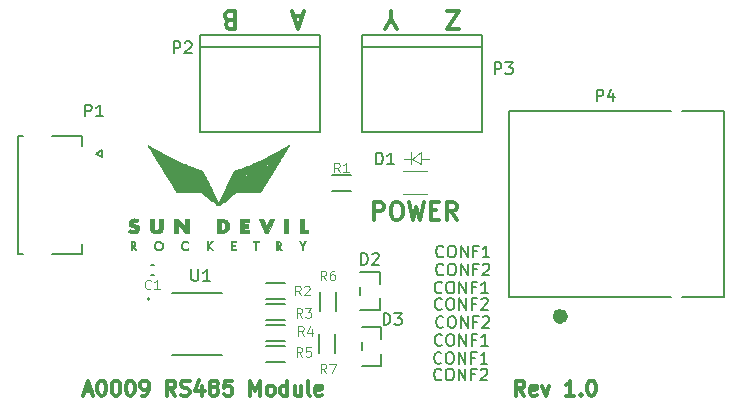
<source format=gbr>
%TF.GenerationSoftware,KiCad,Pcbnew,7.0.1*%
%TF.CreationDate,2023-04-09T11:27:42-07:00*%
%TF.ProjectId,RS485-Module,52533438-352d-44d6-9f64-756c652e6b69,rev?*%
%TF.SameCoordinates,Original*%
%TF.FileFunction,Legend,Top*%
%TF.FilePolarity,Positive*%
%FSLAX46Y46*%
G04 Gerber Fmt 4.6, Leading zero omitted, Abs format (unit mm)*
G04 Created by KiCad (PCBNEW 7.0.1) date 2023-04-09 11:27:42*
%MOMM*%
%LPD*%
G01*
G04 APERTURE LIST*
%ADD10C,0.300000*%
%ADD11C,0.150000*%
%ADD12C,0.076200*%
%ADD13C,0.152400*%
%ADD14C,0.127000*%
%ADD15C,0.120000*%
%ADD16C,0.180416*%
%ADD17C,0.635000*%
%ADD18C,0.010000*%
G04 APERTURE END LIST*
D10*
X182892095Y-115795576D02*
X182468761Y-115190814D01*
X182166380Y-115795576D02*
X182166380Y-114525576D01*
X182166380Y-114525576D02*
X182650190Y-114525576D01*
X182650190Y-114525576D02*
X182771142Y-114586052D01*
X182771142Y-114586052D02*
X182831619Y-114646528D01*
X182831619Y-114646528D02*
X182892095Y-114767480D01*
X182892095Y-114767480D02*
X182892095Y-114948909D01*
X182892095Y-114948909D02*
X182831619Y-115069861D01*
X182831619Y-115069861D02*
X182771142Y-115130338D01*
X182771142Y-115130338D02*
X182650190Y-115190814D01*
X182650190Y-115190814D02*
X182166380Y-115190814D01*
X183920190Y-115735100D02*
X183799238Y-115795576D01*
X183799238Y-115795576D02*
X183557333Y-115795576D01*
X183557333Y-115795576D02*
X183436380Y-115735100D01*
X183436380Y-115735100D02*
X183375904Y-115614147D01*
X183375904Y-115614147D02*
X183375904Y-115130338D01*
X183375904Y-115130338D02*
X183436380Y-115009385D01*
X183436380Y-115009385D02*
X183557333Y-114948909D01*
X183557333Y-114948909D02*
X183799238Y-114948909D01*
X183799238Y-114948909D02*
X183920190Y-115009385D01*
X183920190Y-115009385D02*
X183980666Y-115130338D01*
X183980666Y-115130338D02*
X183980666Y-115251290D01*
X183980666Y-115251290D02*
X183375904Y-115372242D01*
X184403999Y-114948909D02*
X184706380Y-115795576D01*
X184706380Y-115795576D02*
X185008761Y-114948909D01*
X187125428Y-115795576D02*
X186399713Y-115795576D01*
X186762570Y-115795576D02*
X186762570Y-114525576D01*
X186762570Y-114525576D02*
X186641618Y-114707004D01*
X186641618Y-114707004D02*
X186520666Y-114827957D01*
X186520666Y-114827957D02*
X186399713Y-114888433D01*
X187669713Y-115674623D02*
X187730190Y-115735100D01*
X187730190Y-115735100D02*
X187669713Y-115795576D01*
X187669713Y-115795576D02*
X187609237Y-115735100D01*
X187609237Y-115735100D02*
X187669713Y-115674623D01*
X187669713Y-115674623D02*
X187669713Y-115795576D01*
X188516380Y-114525576D02*
X188637333Y-114525576D01*
X188637333Y-114525576D02*
X188758285Y-114586052D01*
X188758285Y-114586052D02*
X188818761Y-114646528D01*
X188818761Y-114646528D02*
X188879237Y-114767480D01*
X188879237Y-114767480D02*
X188939714Y-115009385D01*
X188939714Y-115009385D02*
X188939714Y-115311766D01*
X188939714Y-115311766D02*
X188879237Y-115553671D01*
X188879237Y-115553671D02*
X188818761Y-115674623D01*
X188818761Y-115674623D02*
X188758285Y-115735100D01*
X188758285Y-115735100D02*
X188637333Y-115795576D01*
X188637333Y-115795576D02*
X188516380Y-115795576D01*
X188516380Y-115795576D02*
X188395428Y-115735100D01*
X188395428Y-115735100D02*
X188334952Y-115674623D01*
X188334952Y-115674623D02*
X188274475Y-115553671D01*
X188274475Y-115553671D02*
X188213999Y-115311766D01*
X188213999Y-115311766D02*
X188213999Y-115009385D01*
X188213999Y-115009385D02*
X188274475Y-114767480D01*
X188274475Y-114767480D02*
X188334952Y-114646528D01*
X188334952Y-114646528D02*
X188395428Y-114586052D01*
X188395428Y-114586052D02*
X188516380Y-114525576D01*
X145656904Y-115432719D02*
X146261666Y-115432719D01*
X145535952Y-115795576D02*
X145959285Y-114525576D01*
X145959285Y-114525576D02*
X146382619Y-115795576D01*
X147047856Y-114525576D02*
X147168809Y-114525576D01*
X147168809Y-114525576D02*
X147289761Y-114586052D01*
X147289761Y-114586052D02*
X147350237Y-114646528D01*
X147350237Y-114646528D02*
X147410713Y-114767480D01*
X147410713Y-114767480D02*
X147471190Y-115009385D01*
X147471190Y-115009385D02*
X147471190Y-115311766D01*
X147471190Y-115311766D02*
X147410713Y-115553671D01*
X147410713Y-115553671D02*
X147350237Y-115674623D01*
X147350237Y-115674623D02*
X147289761Y-115735100D01*
X147289761Y-115735100D02*
X147168809Y-115795576D01*
X147168809Y-115795576D02*
X147047856Y-115795576D01*
X147047856Y-115795576D02*
X146926904Y-115735100D01*
X146926904Y-115735100D02*
X146866428Y-115674623D01*
X146866428Y-115674623D02*
X146805951Y-115553671D01*
X146805951Y-115553671D02*
X146745475Y-115311766D01*
X146745475Y-115311766D02*
X146745475Y-115009385D01*
X146745475Y-115009385D02*
X146805951Y-114767480D01*
X146805951Y-114767480D02*
X146866428Y-114646528D01*
X146866428Y-114646528D02*
X146926904Y-114586052D01*
X146926904Y-114586052D02*
X147047856Y-114525576D01*
X148257380Y-114525576D02*
X148378333Y-114525576D01*
X148378333Y-114525576D02*
X148499285Y-114586052D01*
X148499285Y-114586052D02*
X148559761Y-114646528D01*
X148559761Y-114646528D02*
X148620237Y-114767480D01*
X148620237Y-114767480D02*
X148680714Y-115009385D01*
X148680714Y-115009385D02*
X148680714Y-115311766D01*
X148680714Y-115311766D02*
X148620237Y-115553671D01*
X148620237Y-115553671D02*
X148559761Y-115674623D01*
X148559761Y-115674623D02*
X148499285Y-115735100D01*
X148499285Y-115735100D02*
X148378333Y-115795576D01*
X148378333Y-115795576D02*
X148257380Y-115795576D01*
X148257380Y-115795576D02*
X148136428Y-115735100D01*
X148136428Y-115735100D02*
X148075952Y-115674623D01*
X148075952Y-115674623D02*
X148015475Y-115553671D01*
X148015475Y-115553671D02*
X147954999Y-115311766D01*
X147954999Y-115311766D02*
X147954999Y-115009385D01*
X147954999Y-115009385D02*
X148015475Y-114767480D01*
X148015475Y-114767480D02*
X148075952Y-114646528D01*
X148075952Y-114646528D02*
X148136428Y-114586052D01*
X148136428Y-114586052D02*
X148257380Y-114525576D01*
X149466904Y-114525576D02*
X149587857Y-114525576D01*
X149587857Y-114525576D02*
X149708809Y-114586052D01*
X149708809Y-114586052D02*
X149769285Y-114646528D01*
X149769285Y-114646528D02*
X149829761Y-114767480D01*
X149829761Y-114767480D02*
X149890238Y-115009385D01*
X149890238Y-115009385D02*
X149890238Y-115311766D01*
X149890238Y-115311766D02*
X149829761Y-115553671D01*
X149829761Y-115553671D02*
X149769285Y-115674623D01*
X149769285Y-115674623D02*
X149708809Y-115735100D01*
X149708809Y-115735100D02*
X149587857Y-115795576D01*
X149587857Y-115795576D02*
X149466904Y-115795576D01*
X149466904Y-115795576D02*
X149345952Y-115735100D01*
X149345952Y-115735100D02*
X149285476Y-115674623D01*
X149285476Y-115674623D02*
X149224999Y-115553671D01*
X149224999Y-115553671D02*
X149164523Y-115311766D01*
X149164523Y-115311766D02*
X149164523Y-115009385D01*
X149164523Y-115009385D02*
X149224999Y-114767480D01*
X149224999Y-114767480D02*
X149285476Y-114646528D01*
X149285476Y-114646528D02*
X149345952Y-114586052D01*
X149345952Y-114586052D02*
X149466904Y-114525576D01*
X150495000Y-115795576D02*
X150736904Y-115795576D01*
X150736904Y-115795576D02*
X150857857Y-115735100D01*
X150857857Y-115735100D02*
X150918333Y-115674623D01*
X150918333Y-115674623D02*
X151039285Y-115493195D01*
X151039285Y-115493195D02*
X151099762Y-115251290D01*
X151099762Y-115251290D02*
X151099762Y-114767480D01*
X151099762Y-114767480D02*
X151039285Y-114646528D01*
X151039285Y-114646528D02*
X150978809Y-114586052D01*
X150978809Y-114586052D02*
X150857857Y-114525576D01*
X150857857Y-114525576D02*
X150615952Y-114525576D01*
X150615952Y-114525576D02*
X150495000Y-114586052D01*
X150495000Y-114586052D02*
X150434523Y-114646528D01*
X150434523Y-114646528D02*
X150374047Y-114767480D01*
X150374047Y-114767480D02*
X150374047Y-115069861D01*
X150374047Y-115069861D02*
X150434523Y-115190814D01*
X150434523Y-115190814D02*
X150495000Y-115251290D01*
X150495000Y-115251290D02*
X150615952Y-115311766D01*
X150615952Y-115311766D02*
X150857857Y-115311766D01*
X150857857Y-115311766D02*
X150978809Y-115251290D01*
X150978809Y-115251290D02*
X151039285Y-115190814D01*
X151039285Y-115190814D02*
X151099762Y-115069861D01*
X153337381Y-115795576D02*
X152914047Y-115190814D01*
X152611666Y-115795576D02*
X152611666Y-114525576D01*
X152611666Y-114525576D02*
X153095476Y-114525576D01*
X153095476Y-114525576D02*
X153216428Y-114586052D01*
X153216428Y-114586052D02*
X153276905Y-114646528D01*
X153276905Y-114646528D02*
X153337381Y-114767480D01*
X153337381Y-114767480D02*
X153337381Y-114948909D01*
X153337381Y-114948909D02*
X153276905Y-115069861D01*
X153276905Y-115069861D02*
X153216428Y-115130338D01*
X153216428Y-115130338D02*
X153095476Y-115190814D01*
X153095476Y-115190814D02*
X152611666Y-115190814D01*
X153821190Y-115735100D02*
X154002619Y-115795576D01*
X154002619Y-115795576D02*
X154305000Y-115795576D01*
X154305000Y-115795576D02*
X154425952Y-115735100D01*
X154425952Y-115735100D02*
X154486428Y-115674623D01*
X154486428Y-115674623D02*
X154546905Y-115553671D01*
X154546905Y-115553671D02*
X154546905Y-115432719D01*
X154546905Y-115432719D02*
X154486428Y-115311766D01*
X154486428Y-115311766D02*
X154425952Y-115251290D01*
X154425952Y-115251290D02*
X154305000Y-115190814D01*
X154305000Y-115190814D02*
X154063095Y-115130338D01*
X154063095Y-115130338D02*
X153942143Y-115069861D01*
X153942143Y-115069861D02*
X153881666Y-115009385D01*
X153881666Y-115009385D02*
X153821190Y-114888433D01*
X153821190Y-114888433D02*
X153821190Y-114767480D01*
X153821190Y-114767480D02*
X153881666Y-114646528D01*
X153881666Y-114646528D02*
X153942143Y-114586052D01*
X153942143Y-114586052D02*
X154063095Y-114525576D01*
X154063095Y-114525576D02*
X154365476Y-114525576D01*
X154365476Y-114525576D02*
X154546905Y-114586052D01*
X155635476Y-114948909D02*
X155635476Y-115795576D01*
X155333095Y-114465100D02*
X155030714Y-115372242D01*
X155030714Y-115372242D02*
X155816905Y-115372242D01*
X156482143Y-115069861D02*
X156361191Y-115009385D01*
X156361191Y-115009385D02*
X156300714Y-114948909D01*
X156300714Y-114948909D02*
X156240238Y-114827957D01*
X156240238Y-114827957D02*
X156240238Y-114767480D01*
X156240238Y-114767480D02*
X156300714Y-114646528D01*
X156300714Y-114646528D02*
X156361191Y-114586052D01*
X156361191Y-114586052D02*
X156482143Y-114525576D01*
X156482143Y-114525576D02*
X156724048Y-114525576D01*
X156724048Y-114525576D02*
X156845000Y-114586052D01*
X156845000Y-114586052D02*
X156905476Y-114646528D01*
X156905476Y-114646528D02*
X156965953Y-114767480D01*
X156965953Y-114767480D02*
X156965953Y-114827957D01*
X156965953Y-114827957D02*
X156905476Y-114948909D01*
X156905476Y-114948909D02*
X156845000Y-115009385D01*
X156845000Y-115009385D02*
X156724048Y-115069861D01*
X156724048Y-115069861D02*
X156482143Y-115069861D01*
X156482143Y-115069861D02*
X156361191Y-115130338D01*
X156361191Y-115130338D02*
X156300714Y-115190814D01*
X156300714Y-115190814D02*
X156240238Y-115311766D01*
X156240238Y-115311766D02*
X156240238Y-115553671D01*
X156240238Y-115553671D02*
X156300714Y-115674623D01*
X156300714Y-115674623D02*
X156361191Y-115735100D01*
X156361191Y-115735100D02*
X156482143Y-115795576D01*
X156482143Y-115795576D02*
X156724048Y-115795576D01*
X156724048Y-115795576D02*
X156845000Y-115735100D01*
X156845000Y-115735100D02*
X156905476Y-115674623D01*
X156905476Y-115674623D02*
X156965953Y-115553671D01*
X156965953Y-115553671D02*
X156965953Y-115311766D01*
X156965953Y-115311766D02*
X156905476Y-115190814D01*
X156905476Y-115190814D02*
X156845000Y-115130338D01*
X156845000Y-115130338D02*
X156724048Y-115069861D01*
X158115000Y-114525576D02*
X157510238Y-114525576D01*
X157510238Y-114525576D02*
X157449762Y-115130338D01*
X157449762Y-115130338D02*
X157510238Y-115069861D01*
X157510238Y-115069861D02*
X157631191Y-115009385D01*
X157631191Y-115009385D02*
X157933572Y-115009385D01*
X157933572Y-115009385D02*
X158054524Y-115069861D01*
X158054524Y-115069861D02*
X158115000Y-115130338D01*
X158115000Y-115130338D02*
X158175477Y-115251290D01*
X158175477Y-115251290D02*
X158175477Y-115553671D01*
X158175477Y-115553671D02*
X158115000Y-115674623D01*
X158115000Y-115674623D02*
X158054524Y-115735100D01*
X158054524Y-115735100D02*
X157933572Y-115795576D01*
X157933572Y-115795576D02*
X157631191Y-115795576D01*
X157631191Y-115795576D02*
X157510238Y-115735100D01*
X157510238Y-115735100D02*
X157449762Y-115674623D01*
X159687381Y-115795576D02*
X159687381Y-114525576D01*
X159687381Y-114525576D02*
X160110715Y-115432719D01*
X160110715Y-115432719D02*
X160534048Y-114525576D01*
X160534048Y-114525576D02*
X160534048Y-115795576D01*
X161320239Y-115795576D02*
X161199287Y-115735100D01*
X161199287Y-115735100D02*
X161138810Y-115674623D01*
X161138810Y-115674623D02*
X161078334Y-115553671D01*
X161078334Y-115553671D02*
X161078334Y-115190814D01*
X161078334Y-115190814D02*
X161138810Y-115069861D01*
X161138810Y-115069861D02*
X161199287Y-115009385D01*
X161199287Y-115009385D02*
X161320239Y-114948909D01*
X161320239Y-114948909D02*
X161501668Y-114948909D01*
X161501668Y-114948909D02*
X161622620Y-115009385D01*
X161622620Y-115009385D02*
X161683096Y-115069861D01*
X161683096Y-115069861D02*
X161743572Y-115190814D01*
X161743572Y-115190814D02*
X161743572Y-115553671D01*
X161743572Y-115553671D02*
X161683096Y-115674623D01*
X161683096Y-115674623D02*
X161622620Y-115735100D01*
X161622620Y-115735100D02*
X161501668Y-115795576D01*
X161501668Y-115795576D02*
X161320239Y-115795576D01*
X162832144Y-115795576D02*
X162832144Y-114525576D01*
X162832144Y-115735100D02*
X162711192Y-115795576D01*
X162711192Y-115795576D02*
X162469287Y-115795576D01*
X162469287Y-115795576D02*
X162348335Y-115735100D01*
X162348335Y-115735100D02*
X162287858Y-115674623D01*
X162287858Y-115674623D02*
X162227382Y-115553671D01*
X162227382Y-115553671D02*
X162227382Y-115190814D01*
X162227382Y-115190814D02*
X162287858Y-115069861D01*
X162287858Y-115069861D02*
X162348335Y-115009385D01*
X162348335Y-115009385D02*
X162469287Y-114948909D01*
X162469287Y-114948909D02*
X162711192Y-114948909D01*
X162711192Y-114948909D02*
X162832144Y-115009385D01*
X163981192Y-114948909D02*
X163981192Y-115795576D01*
X163436906Y-114948909D02*
X163436906Y-115614147D01*
X163436906Y-115614147D02*
X163497383Y-115735100D01*
X163497383Y-115735100D02*
X163618335Y-115795576D01*
X163618335Y-115795576D02*
X163799764Y-115795576D01*
X163799764Y-115795576D02*
X163920716Y-115735100D01*
X163920716Y-115735100D02*
X163981192Y-115674623D01*
X164767383Y-115795576D02*
X164646431Y-115735100D01*
X164646431Y-115735100D02*
X164585954Y-115614147D01*
X164585954Y-115614147D02*
X164585954Y-114525576D01*
X165735002Y-115735100D02*
X165614050Y-115795576D01*
X165614050Y-115795576D02*
X165372145Y-115795576D01*
X165372145Y-115795576D02*
X165251192Y-115735100D01*
X165251192Y-115735100D02*
X165190716Y-115614147D01*
X165190716Y-115614147D02*
X165190716Y-115130338D01*
X165190716Y-115130338D02*
X165251192Y-115009385D01*
X165251192Y-115009385D02*
X165372145Y-114948909D01*
X165372145Y-114948909D02*
X165614050Y-114948909D01*
X165614050Y-114948909D02*
X165735002Y-115009385D01*
X165735002Y-115009385D02*
X165795478Y-115130338D01*
X165795478Y-115130338D02*
X165795478Y-115251290D01*
X165795478Y-115251290D02*
X165190716Y-115372242D01*
X171569142Y-83955857D02*
X171569142Y-83241571D01*
X172069142Y-84741571D02*
X171569142Y-83955857D01*
X171569142Y-83955857D02*
X171069142Y-84741571D01*
X177331714Y-84741571D02*
X176331714Y-84741571D01*
X176331714Y-84741571D02*
X177331714Y-83241571D01*
X177331714Y-83241571D02*
X176331714Y-83241571D01*
X157892857Y-84027285D02*
X157678571Y-83955857D01*
X157678571Y-83955857D02*
X157607142Y-83884428D01*
X157607142Y-83884428D02*
X157535714Y-83741571D01*
X157535714Y-83741571D02*
X157535714Y-83527285D01*
X157535714Y-83527285D02*
X157607142Y-83384428D01*
X157607142Y-83384428D02*
X157678571Y-83313000D01*
X157678571Y-83313000D02*
X157821428Y-83241571D01*
X157821428Y-83241571D02*
X158392857Y-83241571D01*
X158392857Y-83241571D02*
X158392857Y-84741571D01*
X158392857Y-84741571D02*
X157892857Y-84741571D01*
X157892857Y-84741571D02*
X157750000Y-84670142D01*
X157750000Y-84670142D02*
X157678571Y-84598714D01*
X157678571Y-84598714D02*
X157607142Y-84455857D01*
X157607142Y-84455857D02*
X157607142Y-84313000D01*
X157607142Y-84313000D02*
X157678571Y-84170142D01*
X157678571Y-84170142D02*
X157750000Y-84098714D01*
X157750000Y-84098714D02*
X157892857Y-84027285D01*
X157892857Y-84027285D02*
X158392857Y-84027285D01*
X164052285Y-83670142D02*
X163338000Y-83670142D01*
X164195142Y-83241571D02*
X163695142Y-84741571D01*
X163695142Y-84741571D02*
X163195142Y-83241571D01*
X170156142Y-100908428D02*
X170156142Y-99408428D01*
X170156142Y-99408428D02*
X170727571Y-99408428D01*
X170727571Y-99408428D02*
X170870428Y-99479857D01*
X170870428Y-99479857D02*
X170941857Y-99551285D01*
X170941857Y-99551285D02*
X171013285Y-99694142D01*
X171013285Y-99694142D02*
X171013285Y-99908428D01*
X171013285Y-99908428D02*
X170941857Y-100051285D01*
X170941857Y-100051285D02*
X170870428Y-100122714D01*
X170870428Y-100122714D02*
X170727571Y-100194142D01*
X170727571Y-100194142D02*
X170156142Y-100194142D01*
X171941857Y-99408428D02*
X172227571Y-99408428D01*
X172227571Y-99408428D02*
X172370428Y-99479857D01*
X172370428Y-99479857D02*
X172513285Y-99622714D01*
X172513285Y-99622714D02*
X172584714Y-99908428D01*
X172584714Y-99908428D02*
X172584714Y-100408428D01*
X172584714Y-100408428D02*
X172513285Y-100694142D01*
X172513285Y-100694142D02*
X172370428Y-100837000D01*
X172370428Y-100837000D02*
X172227571Y-100908428D01*
X172227571Y-100908428D02*
X171941857Y-100908428D01*
X171941857Y-100908428D02*
X171799000Y-100837000D01*
X171799000Y-100837000D02*
X171656142Y-100694142D01*
X171656142Y-100694142D02*
X171584714Y-100408428D01*
X171584714Y-100408428D02*
X171584714Y-99908428D01*
X171584714Y-99908428D02*
X171656142Y-99622714D01*
X171656142Y-99622714D02*
X171799000Y-99479857D01*
X171799000Y-99479857D02*
X171941857Y-99408428D01*
X173084714Y-99408428D02*
X173441857Y-100908428D01*
X173441857Y-100908428D02*
X173727571Y-99837000D01*
X173727571Y-99837000D02*
X174013286Y-100908428D01*
X174013286Y-100908428D02*
X174370429Y-99408428D01*
X174941857Y-100122714D02*
X175441857Y-100122714D01*
X175656143Y-100908428D02*
X174941857Y-100908428D01*
X174941857Y-100908428D02*
X174941857Y-99408428D01*
X174941857Y-99408428D02*
X175656143Y-99408428D01*
X177156143Y-100908428D02*
X176656143Y-100194142D01*
X176299000Y-100908428D02*
X176299000Y-99408428D01*
X176299000Y-99408428D02*
X176870429Y-99408428D01*
X176870429Y-99408428D02*
X177013286Y-99479857D01*
X177013286Y-99479857D02*
X177084715Y-99551285D01*
X177084715Y-99551285D02*
X177156143Y-99694142D01*
X177156143Y-99694142D02*
X177156143Y-99908428D01*
X177156143Y-99908428D02*
X177084715Y-100051285D01*
X177084715Y-100051285D02*
X177013286Y-100122714D01*
X177013286Y-100122714D02*
X176870429Y-100194142D01*
X176870429Y-100194142D02*
X176299000Y-100194142D01*
D11*
%TO.C,D2*%
X169060905Y-104729619D02*
X169060905Y-103729619D01*
X169060905Y-103729619D02*
X169299000Y-103729619D01*
X169299000Y-103729619D02*
X169441857Y-103777238D01*
X169441857Y-103777238D02*
X169537095Y-103872476D01*
X169537095Y-103872476D02*
X169584714Y-103967714D01*
X169584714Y-103967714D02*
X169632333Y-104158190D01*
X169632333Y-104158190D02*
X169632333Y-104301047D01*
X169632333Y-104301047D02*
X169584714Y-104491523D01*
X169584714Y-104491523D02*
X169537095Y-104586761D01*
X169537095Y-104586761D02*
X169441857Y-104682000D01*
X169441857Y-104682000D02*
X169299000Y-104729619D01*
X169299000Y-104729619D02*
X169060905Y-104729619D01*
X170013286Y-103824857D02*
X170060905Y-103777238D01*
X170060905Y-103777238D02*
X170156143Y-103729619D01*
X170156143Y-103729619D02*
X170394238Y-103729619D01*
X170394238Y-103729619D02*
X170489476Y-103777238D01*
X170489476Y-103777238D02*
X170537095Y-103824857D01*
X170537095Y-103824857D02*
X170584714Y-103920095D01*
X170584714Y-103920095D02*
X170584714Y-104015333D01*
X170584714Y-104015333D02*
X170537095Y-104158190D01*
X170537095Y-104158190D02*
X169965667Y-104729619D01*
X169965667Y-104729619D02*
X170584714Y-104729619D01*
D12*
%TO.C,R6*%
X166109667Y-106034095D02*
X165843000Y-105653142D01*
X165652524Y-106034095D02*
X165652524Y-105234095D01*
X165652524Y-105234095D02*
X165957286Y-105234095D01*
X165957286Y-105234095D02*
X166033476Y-105272190D01*
X166033476Y-105272190D02*
X166071571Y-105310285D01*
X166071571Y-105310285D02*
X166109667Y-105386476D01*
X166109667Y-105386476D02*
X166109667Y-105500761D01*
X166109667Y-105500761D02*
X166071571Y-105576952D01*
X166071571Y-105576952D02*
X166033476Y-105615047D01*
X166033476Y-105615047D02*
X165957286Y-105653142D01*
X165957286Y-105653142D02*
X165652524Y-105653142D01*
X166795381Y-105234095D02*
X166643000Y-105234095D01*
X166643000Y-105234095D02*
X166566809Y-105272190D01*
X166566809Y-105272190D02*
X166528714Y-105310285D01*
X166528714Y-105310285D02*
X166452524Y-105424571D01*
X166452524Y-105424571D02*
X166414428Y-105576952D01*
X166414428Y-105576952D02*
X166414428Y-105881714D01*
X166414428Y-105881714D02*
X166452524Y-105957904D01*
X166452524Y-105957904D02*
X166490619Y-105996000D01*
X166490619Y-105996000D02*
X166566809Y-106034095D01*
X166566809Y-106034095D02*
X166719190Y-106034095D01*
X166719190Y-106034095D02*
X166795381Y-105996000D01*
X166795381Y-105996000D02*
X166833476Y-105957904D01*
X166833476Y-105957904D02*
X166871571Y-105881714D01*
X166871571Y-105881714D02*
X166871571Y-105691238D01*
X166871571Y-105691238D02*
X166833476Y-105615047D01*
X166833476Y-105615047D02*
X166795381Y-105576952D01*
X166795381Y-105576952D02*
X166719190Y-105538857D01*
X166719190Y-105538857D02*
X166566809Y-105538857D01*
X166566809Y-105538857D02*
X166490619Y-105576952D01*
X166490619Y-105576952D02*
X166452524Y-105615047D01*
X166452524Y-105615047D02*
X166414428Y-105691238D01*
%TO.C,C1*%
X151250667Y-106719904D02*
X151212571Y-106758000D01*
X151212571Y-106758000D02*
X151098286Y-106796095D01*
X151098286Y-106796095D02*
X151022095Y-106796095D01*
X151022095Y-106796095D02*
X150907809Y-106758000D01*
X150907809Y-106758000D02*
X150831619Y-106681809D01*
X150831619Y-106681809D02*
X150793524Y-106605619D01*
X150793524Y-106605619D02*
X150755428Y-106453238D01*
X150755428Y-106453238D02*
X150755428Y-106338952D01*
X150755428Y-106338952D02*
X150793524Y-106186571D01*
X150793524Y-106186571D02*
X150831619Y-106110380D01*
X150831619Y-106110380D02*
X150907809Y-106034190D01*
X150907809Y-106034190D02*
X151022095Y-105996095D01*
X151022095Y-105996095D02*
X151098286Y-105996095D01*
X151098286Y-105996095D02*
X151212571Y-106034190D01*
X151212571Y-106034190D02*
X151250667Y-106072285D01*
X152012571Y-106796095D02*
X151555428Y-106796095D01*
X151784000Y-106796095D02*
X151784000Y-105996095D01*
X151784000Y-105996095D02*
X151707809Y-106110380D01*
X151707809Y-106110380D02*
X151631619Y-106186571D01*
X151631619Y-106186571D02*
X151555428Y-106224666D01*
D11*
%TO.C,D1*%
X170330905Y-96220619D02*
X170330905Y-95220619D01*
X170330905Y-95220619D02*
X170569000Y-95220619D01*
X170569000Y-95220619D02*
X170711857Y-95268238D01*
X170711857Y-95268238D02*
X170807095Y-95363476D01*
X170807095Y-95363476D02*
X170854714Y-95458714D01*
X170854714Y-95458714D02*
X170902333Y-95649190D01*
X170902333Y-95649190D02*
X170902333Y-95792047D01*
X170902333Y-95792047D02*
X170854714Y-95982523D01*
X170854714Y-95982523D02*
X170807095Y-96077761D01*
X170807095Y-96077761D02*
X170711857Y-96173000D01*
X170711857Y-96173000D02*
X170569000Y-96220619D01*
X170569000Y-96220619D02*
X170330905Y-96220619D01*
X171854714Y-96220619D02*
X171283286Y-96220619D01*
X171569000Y-96220619D02*
X171569000Y-95220619D01*
X171569000Y-95220619D02*
X171473762Y-95363476D01*
X171473762Y-95363476D02*
X171378524Y-95458714D01*
X171378524Y-95458714D02*
X171283286Y-95506333D01*
%TO.C,P1*%
X145692905Y-92156619D02*
X145692905Y-91156619D01*
X145692905Y-91156619D02*
X146073857Y-91156619D01*
X146073857Y-91156619D02*
X146169095Y-91204238D01*
X146169095Y-91204238D02*
X146216714Y-91251857D01*
X146216714Y-91251857D02*
X146264333Y-91347095D01*
X146264333Y-91347095D02*
X146264333Y-91489952D01*
X146264333Y-91489952D02*
X146216714Y-91585190D01*
X146216714Y-91585190D02*
X146169095Y-91632809D01*
X146169095Y-91632809D02*
X146073857Y-91680428D01*
X146073857Y-91680428D02*
X145692905Y-91680428D01*
X147216714Y-92156619D02*
X146645286Y-92156619D01*
X146931000Y-92156619D02*
X146931000Y-91156619D01*
X146931000Y-91156619D02*
X146835762Y-91299476D01*
X146835762Y-91299476D02*
X146740524Y-91394714D01*
X146740524Y-91394714D02*
X146645286Y-91442333D01*
%TO.C,U1*%
X154702095Y-105100619D02*
X154702095Y-105910142D01*
X154702095Y-105910142D02*
X154749714Y-106005380D01*
X154749714Y-106005380D02*
X154797333Y-106053000D01*
X154797333Y-106053000D02*
X154892571Y-106100619D01*
X154892571Y-106100619D02*
X155083047Y-106100619D01*
X155083047Y-106100619D02*
X155178285Y-106053000D01*
X155178285Y-106053000D02*
X155225904Y-106005380D01*
X155225904Y-106005380D02*
X155273523Y-105910142D01*
X155273523Y-105910142D02*
X155273523Y-105100619D01*
X156273523Y-106100619D02*
X155702095Y-106100619D01*
X155987809Y-106100619D02*
X155987809Y-105100619D01*
X155987809Y-105100619D02*
X155892571Y-105243476D01*
X155892571Y-105243476D02*
X155797333Y-105338714D01*
X155797333Y-105338714D02*
X155702095Y-105386333D01*
D12*
%TO.C,R7*%
X166109667Y-113908095D02*
X165843000Y-113527142D01*
X165652524Y-113908095D02*
X165652524Y-113108095D01*
X165652524Y-113108095D02*
X165957286Y-113108095D01*
X165957286Y-113108095D02*
X166033476Y-113146190D01*
X166033476Y-113146190D02*
X166071571Y-113184285D01*
X166071571Y-113184285D02*
X166109667Y-113260476D01*
X166109667Y-113260476D02*
X166109667Y-113374761D01*
X166109667Y-113374761D02*
X166071571Y-113450952D01*
X166071571Y-113450952D02*
X166033476Y-113489047D01*
X166033476Y-113489047D02*
X165957286Y-113527142D01*
X165957286Y-113527142D02*
X165652524Y-113527142D01*
X166376333Y-113108095D02*
X166909667Y-113108095D01*
X166909667Y-113108095D02*
X166566809Y-113908095D01*
%TO.C,R5*%
X164077667Y-112511095D02*
X163811000Y-112130142D01*
X163620524Y-112511095D02*
X163620524Y-111711095D01*
X163620524Y-111711095D02*
X163925286Y-111711095D01*
X163925286Y-111711095D02*
X164001476Y-111749190D01*
X164001476Y-111749190D02*
X164039571Y-111787285D01*
X164039571Y-111787285D02*
X164077667Y-111863476D01*
X164077667Y-111863476D02*
X164077667Y-111977761D01*
X164077667Y-111977761D02*
X164039571Y-112053952D01*
X164039571Y-112053952D02*
X164001476Y-112092047D01*
X164001476Y-112092047D02*
X163925286Y-112130142D01*
X163925286Y-112130142D02*
X163620524Y-112130142D01*
X164801476Y-111711095D02*
X164420524Y-111711095D01*
X164420524Y-111711095D02*
X164382428Y-112092047D01*
X164382428Y-112092047D02*
X164420524Y-112053952D01*
X164420524Y-112053952D02*
X164496714Y-112015857D01*
X164496714Y-112015857D02*
X164687190Y-112015857D01*
X164687190Y-112015857D02*
X164763381Y-112053952D01*
X164763381Y-112053952D02*
X164801476Y-112092047D01*
X164801476Y-112092047D02*
X164839571Y-112168238D01*
X164839571Y-112168238D02*
X164839571Y-112358714D01*
X164839571Y-112358714D02*
X164801476Y-112434904D01*
X164801476Y-112434904D02*
X164763381Y-112473000D01*
X164763381Y-112473000D02*
X164687190Y-112511095D01*
X164687190Y-112511095D02*
X164496714Y-112511095D01*
X164496714Y-112511095D02*
X164420524Y-112473000D01*
X164420524Y-112473000D02*
X164382428Y-112434904D01*
%TO.C,R4*%
X164204667Y-110733095D02*
X163938000Y-110352142D01*
X163747524Y-110733095D02*
X163747524Y-109933095D01*
X163747524Y-109933095D02*
X164052286Y-109933095D01*
X164052286Y-109933095D02*
X164128476Y-109971190D01*
X164128476Y-109971190D02*
X164166571Y-110009285D01*
X164166571Y-110009285D02*
X164204667Y-110085476D01*
X164204667Y-110085476D02*
X164204667Y-110199761D01*
X164204667Y-110199761D02*
X164166571Y-110275952D01*
X164166571Y-110275952D02*
X164128476Y-110314047D01*
X164128476Y-110314047D02*
X164052286Y-110352142D01*
X164052286Y-110352142D02*
X163747524Y-110352142D01*
X164890381Y-110199761D02*
X164890381Y-110733095D01*
X164699905Y-109895000D02*
X164509428Y-110466428D01*
X164509428Y-110466428D02*
X165004667Y-110466428D01*
%TO.C,R3*%
X164077667Y-109209095D02*
X163811000Y-108828142D01*
X163620524Y-109209095D02*
X163620524Y-108409095D01*
X163620524Y-108409095D02*
X163925286Y-108409095D01*
X163925286Y-108409095D02*
X164001476Y-108447190D01*
X164001476Y-108447190D02*
X164039571Y-108485285D01*
X164039571Y-108485285D02*
X164077667Y-108561476D01*
X164077667Y-108561476D02*
X164077667Y-108675761D01*
X164077667Y-108675761D02*
X164039571Y-108751952D01*
X164039571Y-108751952D02*
X164001476Y-108790047D01*
X164001476Y-108790047D02*
X163925286Y-108828142D01*
X163925286Y-108828142D02*
X163620524Y-108828142D01*
X164344333Y-108409095D02*
X164839571Y-108409095D01*
X164839571Y-108409095D02*
X164572905Y-108713857D01*
X164572905Y-108713857D02*
X164687190Y-108713857D01*
X164687190Y-108713857D02*
X164763381Y-108751952D01*
X164763381Y-108751952D02*
X164801476Y-108790047D01*
X164801476Y-108790047D02*
X164839571Y-108866238D01*
X164839571Y-108866238D02*
X164839571Y-109056714D01*
X164839571Y-109056714D02*
X164801476Y-109132904D01*
X164801476Y-109132904D02*
X164763381Y-109171000D01*
X164763381Y-109171000D02*
X164687190Y-109209095D01*
X164687190Y-109209095D02*
X164458619Y-109209095D01*
X164458619Y-109209095D02*
X164382428Y-109171000D01*
X164382428Y-109171000D02*
X164344333Y-109132904D01*
%TO.C,R2*%
X163950667Y-107304095D02*
X163684000Y-106923142D01*
X163493524Y-107304095D02*
X163493524Y-106504095D01*
X163493524Y-106504095D02*
X163798286Y-106504095D01*
X163798286Y-106504095D02*
X163874476Y-106542190D01*
X163874476Y-106542190D02*
X163912571Y-106580285D01*
X163912571Y-106580285D02*
X163950667Y-106656476D01*
X163950667Y-106656476D02*
X163950667Y-106770761D01*
X163950667Y-106770761D02*
X163912571Y-106846952D01*
X163912571Y-106846952D02*
X163874476Y-106885047D01*
X163874476Y-106885047D02*
X163798286Y-106923142D01*
X163798286Y-106923142D02*
X163493524Y-106923142D01*
X164255428Y-106580285D02*
X164293524Y-106542190D01*
X164293524Y-106542190D02*
X164369714Y-106504095D01*
X164369714Y-106504095D02*
X164560190Y-106504095D01*
X164560190Y-106504095D02*
X164636381Y-106542190D01*
X164636381Y-106542190D02*
X164674476Y-106580285D01*
X164674476Y-106580285D02*
X164712571Y-106656476D01*
X164712571Y-106656476D02*
X164712571Y-106732666D01*
X164712571Y-106732666D02*
X164674476Y-106846952D01*
X164674476Y-106846952D02*
X164217333Y-107304095D01*
X164217333Y-107304095D02*
X164712571Y-107304095D01*
%TO.C,R1*%
X167252667Y-96890095D02*
X166986000Y-96509142D01*
X166795524Y-96890095D02*
X166795524Y-96090095D01*
X166795524Y-96090095D02*
X167100286Y-96090095D01*
X167100286Y-96090095D02*
X167176476Y-96128190D01*
X167176476Y-96128190D02*
X167214571Y-96166285D01*
X167214571Y-96166285D02*
X167252667Y-96242476D01*
X167252667Y-96242476D02*
X167252667Y-96356761D01*
X167252667Y-96356761D02*
X167214571Y-96432952D01*
X167214571Y-96432952D02*
X167176476Y-96471047D01*
X167176476Y-96471047D02*
X167100286Y-96509142D01*
X167100286Y-96509142D02*
X166795524Y-96509142D01*
X168014571Y-96890095D02*
X167557428Y-96890095D01*
X167786000Y-96890095D02*
X167786000Y-96090095D01*
X167786000Y-96090095D02*
X167709809Y-96204380D01*
X167709809Y-96204380D02*
X167633619Y-96280571D01*
X167633619Y-96280571D02*
X167557428Y-96318666D01*
D11*
%TO.C,P4*%
X188999905Y-90886619D02*
X188999905Y-89886619D01*
X188999905Y-89886619D02*
X189380857Y-89886619D01*
X189380857Y-89886619D02*
X189476095Y-89934238D01*
X189476095Y-89934238D02*
X189523714Y-89981857D01*
X189523714Y-89981857D02*
X189571333Y-90077095D01*
X189571333Y-90077095D02*
X189571333Y-90219952D01*
X189571333Y-90219952D02*
X189523714Y-90315190D01*
X189523714Y-90315190D02*
X189476095Y-90362809D01*
X189476095Y-90362809D02*
X189380857Y-90410428D01*
X189380857Y-90410428D02*
X188999905Y-90410428D01*
X190428476Y-90219952D02*
X190428476Y-90886619D01*
X190190381Y-89839000D02*
X189952286Y-90553285D01*
X189952286Y-90553285D02*
X190571333Y-90553285D01*
%TO.C,P3*%
X180362399Y-88601563D02*
X180362399Y-87599524D01*
X180362399Y-87599524D02*
X180744128Y-87599524D01*
X180744128Y-87599524D02*
X180839561Y-87647240D01*
X180839561Y-87647240D02*
X180887277Y-87694956D01*
X180887277Y-87694956D02*
X180934993Y-87790388D01*
X180934993Y-87790388D02*
X180934993Y-87933537D01*
X180934993Y-87933537D02*
X180887277Y-88028969D01*
X180887277Y-88028969D02*
X180839561Y-88076685D01*
X180839561Y-88076685D02*
X180744128Y-88124401D01*
X180744128Y-88124401D02*
X180362399Y-88124401D01*
X181269006Y-87599524D02*
X181889316Y-87599524D01*
X181889316Y-87599524D02*
X181555303Y-87981253D01*
X181555303Y-87981253D02*
X181698451Y-87981253D01*
X181698451Y-87981253D02*
X181793884Y-88028969D01*
X181793884Y-88028969D02*
X181841600Y-88076685D01*
X181841600Y-88076685D02*
X181889316Y-88172117D01*
X181889316Y-88172117D02*
X181889316Y-88410698D01*
X181889316Y-88410698D02*
X181841600Y-88506130D01*
X181841600Y-88506130D02*
X181793884Y-88553847D01*
X181793884Y-88553847D02*
X181698451Y-88601563D01*
X181698451Y-88601563D02*
X181412154Y-88601563D01*
X181412154Y-88601563D02*
X181316722Y-88553847D01*
X181316722Y-88553847D02*
X181269006Y-88506130D01*
%TO.C,P2*%
X153184399Y-86823563D02*
X153184399Y-85821524D01*
X153184399Y-85821524D02*
X153566128Y-85821524D01*
X153566128Y-85821524D02*
X153661561Y-85869240D01*
X153661561Y-85869240D02*
X153709277Y-85916956D01*
X153709277Y-85916956D02*
X153756993Y-86012388D01*
X153756993Y-86012388D02*
X153756993Y-86155537D01*
X153756993Y-86155537D02*
X153709277Y-86250969D01*
X153709277Y-86250969D02*
X153661561Y-86298685D01*
X153661561Y-86298685D02*
X153566128Y-86346401D01*
X153566128Y-86346401D02*
X153184399Y-86346401D01*
X154138722Y-85916956D02*
X154186438Y-85869240D01*
X154186438Y-85869240D02*
X154281871Y-85821524D01*
X154281871Y-85821524D02*
X154520451Y-85821524D01*
X154520451Y-85821524D02*
X154615884Y-85869240D01*
X154615884Y-85869240D02*
X154663600Y-85916956D01*
X154663600Y-85916956D02*
X154711316Y-86012388D01*
X154711316Y-86012388D02*
X154711316Y-86107821D01*
X154711316Y-86107821D02*
X154663600Y-86250969D01*
X154663600Y-86250969D02*
X154091006Y-86823563D01*
X154091006Y-86823563D02*
X154711316Y-86823563D01*
%TO.C,J8*%
X175852342Y-113016380D02*
X175804723Y-113064000D01*
X175804723Y-113064000D02*
X175661866Y-113111619D01*
X175661866Y-113111619D02*
X175566628Y-113111619D01*
X175566628Y-113111619D02*
X175423771Y-113064000D01*
X175423771Y-113064000D02*
X175328533Y-112968761D01*
X175328533Y-112968761D02*
X175280914Y-112873523D01*
X175280914Y-112873523D02*
X175233295Y-112683047D01*
X175233295Y-112683047D02*
X175233295Y-112540190D01*
X175233295Y-112540190D02*
X175280914Y-112349714D01*
X175280914Y-112349714D02*
X175328533Y-112254476D01*
X175328533Y-112254476D02*
X175423771Y-112159238D01*
X175423771Y-112159238D02*
X175566628Y-112111619D01*
X175566628Y-112111619D02*
X175661866Y-112111619D01*
X175661866Y-112111619D02*
X175804723Y-112159238D01*
X175804723Y-112159238D02*
X175852342Y-112206857D01*
X176471390Y-112111619D02*
X176661866Y-112111619D01*
X176661866Y-112111619D02*
X176757104Y-112159238D01*
X176757104Y-112159238D02*
X176852342Y-112254476D01*
X176852342Y-112254476D02*
X176899961Y-112444952D01*
X176899961Y-112444952D02*
X176899961Y-112778285D01*
X176899961Y-112778285D02*
X176852342Y-112968761D01*
X176852342Y-112968761D02*
X176757104Y-113064000D01*
X176757104Y-113064000D02*
X176661866Y-113111619D01*
X176661866Y-113111619D02*
X176471390Y-113111619D01*
X176471390Y-113111619D02*
X176376152Y-113064000D01*
X176376152Y-113064000D02*
X176280914Y-112968761D01*
X176280914Y-112968761D02*
X176233295Y-112778285D01*
X176233295Y-112778285D02*
X176233295Y-112444952D01*
X176233295Y-112444952D02*
X176280914Y-112254476D01*
X176280914Y-112254476D02*
X176376152Y-112159238D01*
X176376152Y-112159238D02*
X176471390Y-112111619D01*
X177328533Y-113111619D02*
X177328533Y-112111619D01*
X177328533Y-112111619D02*
X177899961Y-113111619D01*
X177899961Y-113111619D02*
X177899961Y-112111619D01*
X178709485Y-112587809D02*
X178376152Y-112587809D01*
X178376152Y-113111619D02*
X178376152Y-112111619D01*
X178376152Y-112111619D02*
X178852342Y-112111619D01*
X179757104Y-113111619D02*
X179185676Y-113111619D01*
X179471390Y-113111619D02*
X179471390Y-112111619D01*
X179471390Y-112111619D02*
X179376152Y-112254476D01*
X179376152Y-112254476D02*
X179280914Y-112349714D01*
X179280914Y-112349714D02*
X179185676Y-112397333D01*
%TO.C,J7*%
X176030142Y-105523380D02*
X175982523Y-105571000D01*
X175982523Y-105571000D02*
X175839666Y-105618619D01*
X175839666Y-105618619D02*
X175744428Y-105618619D01*
X175744428Y-105618619D02*
X175601571Y-105571000D01*
X175601571Y-105571000D02*
X175506333Y-105475761D01*
X175506333Y-105475761D02*
X175458714Y-105380523D01*
X175458714Y-105380523D02*
X175411095Y-105190047D01*
X175411095Y-105190047D02*
X175411095Y-105047190D01*
X175411095Y-105047190D02*
X175458714Y-104856714D01*
X175458714Y-104856714D02*
X175506333Y-104761476D01*
X175506333Y-104761476D02*
X175601571Y-104666238D01*
X175601571Y-104666238D02*
X175744428Y-104618619D01*
X175744428Y-104618619D02*
X175839666Y-104618619D01*
X175839666Y-104618619D02*
X175982523Y-104666238D01*
X175982523Y-104666238D02*
X176030142Y-104713857D01*
X176649190Y-104618619D02*
X176839666Y-104618619D01*
X176839666Y-104618619D02*
X176934904Y-104666238D01*
X176934904Y-104666238D02*
X177030142Y-104761476D01*
X177030142Y-104761476D02*
X177077761Y-104951952D01*
X177077761Y-104951952D02*
X177077761Y-105285285D01*
X177077761Y-105285285D02*
X177030142Y-105475761D01*
X177030142Y-105475761D02*
X176934904Y-105571000D01*
X176934904Y-105571000D02*
X176839666Y-105618619D01*
X176839666Y-105618619D02*
X176649190Y-105618619D01*
X176649190Y-105618619D02*
X176553952Y-105571000D01*
X176553952Y-105571000D02*
X176458714Y-105475761D01*
X176458714Y-105475761D02*
X176411095Y-105285285D01*
X176411095Y-105285285D02*
X176411095Y-104951952D01*
X176411095Y-104951952D02*
X176458714Y-104761476D01*
X176458714Y-104761476D02*
X176553952Y-104666238D01*
X176553952Y-104666238D02*
X176649190Y-104618619D01*
X177506333Y-105618619D02*
X177506333Y-104618619D01*
X177506333Y-104618619D02*
X178077761Y-105618619D01*
X178077761Y-105618619D02*
X178077761Y-104618619D01*
X178887285Y-105094809D02*
X178553952Y-105094809D01*
X178553952Y-105618619D02*
X178553952Y-104618619D01*
X178553952Y-104618619D02*
X179030142Y-104618619D01*
X179363476Y-104713857D02*
X179411095Y-104666238D01*
X179411095Y-104666238D02*
X179506333Y-104618619D01*
X179506333Y-104618619D02*
X179744428Y-104618619D01*
X179744428Y-104618619D02*
X179839666Y-104666238D01*
X179839666Y-104666238D02*
X179887285Y-104713857D01*
X179887285Y-104713857D02*
X179934904Y-104809095D01*
X179934904Y-104809095D02*
X179934904Y-104904333D01*
X179934904Y-104904333D02*
X179887285Y-105047190D01*
X179887285Y-105047190D02*
X179315857Y-105618619D01*
X179315857Y-105618619D02*
X179934904Y-105618619D01*
%TO.C,J6*%
X175903142Y-111492380D02*
X175855523Y-111540000D01*
X175855523Y-111540000D02*
X175712666Y-111587619D01*
X175712666Y-111587619D02*
X175617428Y-111587619D01*
X175617428Y-111587619D02*
X175474571Y-111540000D01*
X175474571Y-111540000D02*
X175379333Y-111444761D01*
X175379333Y-111444761D02*
X175331714Y-111349523D01*
X175331714Y-111349523D02*
X175284095Y-111159047D01*
X175284095Y-111159047D02*
X175284095Y-111016190D01*
X175284095Y-111016190D02*
X175331714Y-110825714D01*
X175331714Y-110825714D02*
X175379333Y-110730476D01*
X175379333Y-110730476D02*
X175474571Y-110635238D01*
X175474571Y-110635238D02*
X175617428Y-110587619D01*
X175617428Y-110587619D02*
X175712666Y-110587619D01*
X175712666Y-110587619D02*
X175855523Y-110635238D01*
X175855523Y-110635238D02*
X175903142Y-110682857D01*
X176522190Y-110587619D02*
X176712666Y-110587619D01*
X176712666Y-110587619D02*
X176807904Y-110635238D01*
X176807904Y-110635238D02*
X176903142Y-110730476D01*
X176903142Y-110730476D02*
X176950761Y-110920952D01*
X176950761Y-110920952D02*
X176950761Y-111254285D01*
X176950761Y-111254285D02*
X176903142Y-111444761D01*
X176903142Y-111444761D02*
X176807904Y-111540000D01*
X176807904Y-111540000D02*
X176712666Y-111587619D01*
X176712666Y-111587619D02*
X176522190Y-111587619D01*
X176522190Y-111587619D02*
X176426952Y-111540000D01*
X176426952Y-111540000D02*
X176331714Y-111444761D01*
X176331714Y-111444761D02*
X176284095Y-111254285D01*
X176284095Y-111254285D02*
X176284095Y-110920952D01*
X176284095Y-110920952D02*
X176331714Y-110730476D01*
X176331714Y-110730476D02*
X176426952Y-110635238D01*
X176426952Y-110635238D02*
X176522190Y-110587619D01*
X177379333Y-111587619D02*
X177379333Y-110587619D01*
X177379333Y-110587619D02*
X177950761Y-111587619D01*
X177950761Y-111587619D02*
X177950761Y-110587619D01*
X178760285Y-111063809D02*
X178426952Y-111063809D01*
X178426952Y-111587619D02*
X178426952Y-110587619D01*
X178426952Y-110587619D02*
X178903142Y-110587619D01*
X179807904Y-111587619D02*
X179236476Y-111587619D01*
X179522190Y-111587619D02*
X179522190Y-110587619D01*
X179522190Y-110587619D02*
X179426952Y-110730476D01*
X179426952Y-110730476D02*
X179331714Y-110825714D01*
X179331714Y-110825714D02*
X179236476Y-110873333D01*
%TO.C,J5*%
X175903142Y-108444380D02*
X175855523Y-108492000D01*
X175855523Y-108492000D02*
X175712666Y-108539619D01*
X175712666Y-108539619D02*
X175617428Y-108539619D01*
X175617428Y-108539619D02*
X175474571Y-108492000D01*
X175474571Y-108492000D02*
X175379333Y-108396761D01*
X175379333Y-108396761D02*
X175331714Y-108301523D01*
X175331714Y-108301523D02*
X175284095Y-108111047D01*
X175284095Y-108111047D02*
X175284095Y-107968190D01*
X175284095Y-107968190D02*
X175331714Y-107777714D01*
X175331714Y-107777714D02*
X175379333Y-107682476D01*
X175379333Y-107682476D02*
X175474571Y-107587238D01*
X175474571Y-107587238D02*
X175617428Y-107539619D01*
X175617428Y-107539619D02*
X175712666Y-107539619D01*
X175712666Y-107539619D02*
X175855523Y-107587238D01*
X175855523Y-107587238D02*
X175903142Y-107634857D01*
X176522190Y-107539619D02*
X176712666Y-107539619D01*
X176712666Y-107539619D02*
X176807904Y-107587238D01*
X176807904Y-107587238D02*
X176903142Y-107682476D01*
X176903142Y-107682476D02*
X176950761Y-107872952D01*
X176950761Y-107872952D02*
X176950761Y-108206285D01*
X176950761Y-108206285D02*
X176903142Y-108396761D01*
X176903142Y-108396761D02*
X176807904Y-108492000D01*
X176807904Y-108492000D02*
X176712666Y-108539619D01*
X176712666Y-108539619D02*
X176522190Y-108539619D01*
X176522190Y-108539619D02*
X176426952Y-108492000D01*
X176426952Y-108492000D02*
X176331714Y-108396761D01*
X176331714Y-108396761D02*
X176284095Y-108206285D01*
X176284095Y-108206285D02*
X176284095Y-107872952D01*
X176284095Y-107872952D02*
X176331714Y-107682476D01*
X176331714Y-107682476D02*
X176426952Y-107587238D01*
X176426952Y-107587238D02*
X176522190Y-107539619D01*
X177379333Y-108539619D02*
X177379333Y-107539619D01*
X177379333Y-107539619D02*
X177950761Y-108539619D01*
X177950761Y-108539619D02*
X177950761Y-107539619D01*
X178760285Y-108015809D02*
X178426952Y-108015809D01*
X178426952Y-108539619D02*
X178426952Y-107539619D01*
X178426952Y-107539619D02*
X178903142Y-107539619D01*
X179236476Y-107634857D02*
X179284095Y-107587238D01*
X179284095Y-107587238D02*
X179379333Y-107539619D01*
X179379333Y-107539619D02*
X179617428Y-107539619D01*
X179617428Y-107539619D02*
X179712666Y-107587238D01*
X179712666Y-107587238D02*
X179760285Y-107634857D01*
X179760285Y-107634857D02*
X179807904Y-107730095D01*
X179807904Y-107730095D02*
X179807904Y-107825333D01*
X179807904Y-107825333D02*
X179760285Y-107968190D01*
X179760285Y-107968190D02*
X179188857Y-108539619D01*
X179188857Y-108539619D02*
X179807904Y-108539619D01*
%TO.C,J4*%
X176030142Y-109968380D02*
X175982523Y-110016000D01*
X175982523Y-110016000D02*
X175839666Y-110063619D01*
X175839666Y-110063619D02*
X175744428Y-110063619D01*
X175744428Y-110063619D02*
X175601571Y-110016000D01*
X175601571Y-110016000D02*
X175506333Y-109920761D01*
X175506333Y-109920761D02*
X175458714Y-109825523D01*
X175458714Y-109825523D02*
X175411095Y-109635047D01*
X175411095Y-109635047D02*
X175411095Y-109492190D01*
X175411095Y-109492190D02*
X175458714Y-109301714D01*
X175458714Y-109301714D02*
X175506333Y-109206476D01*
X175506333Y-109206476D02*
X175601571Y-109111238D01*
X175601571Y-109111238D02*
X175744428Y-109063619D01*
X175744428Y-109063619D02*
X175839666Y-109063619D01*
X175839666Y-109063619D02*
X175982523Y-109111238D01*
X175982523Y-109111238D02*
X176030142Y-109158857D01*
X176649190Y-109063619D02*
X176839666Y-109063619D01*
X176839666Y-109063619D02*
X176934904Y-109111238D01*
X176934904Y-109111238D02*
X177030142Y-109206476D01*
X177030142Y-109206476D02*
X177077761Y-109396952D01*
X177077761Y-109396952D02*
X177077761Y-109730285D01*
X177077761Y-109730285D02*
X177030142Y-109920761D01*
X177030142Y-109920761D02*
X176934904Y-110016000D01*
X176934904Y-110016000D02*
X176839666Y-110063619D01*
X176839666Y-110063619D02*
X176649190Y-110063619D01*
X176649190Y-110063619D02*
X176553952Y-110016000D01*
X176553952Y-110016000D02*
X176458714Y-109920761D01*
X176458714Y-109920761D02*
X176411095Y-109730285D01*
X176411095Y-109730285D02*
X176411095Y-109396952D01*
X176411095Y-109396952D02*
X176458714Y-109206476D01*
X176458714Y-109206476D02*
X176553952Y-109111238D01*
X176553952Y-109111238D02*
X176649190Y-109063619D01*
X177506333Y-110063619D02*
X177506333Y-109063619D01*
X177506333Y-109063619D02*
X178077761Y-110063619D01*
X178077761Y-110063619D02*
X178077761Y-109063619D01*
X178887285Y-109539809D02*
X178553952Y-109539809D01*
X178553952Y-110063619D02*
X178553952Y-109063619D01*
X178553952Y-109063619D02*
X179030142Y-109063619D01*
X179363476Y-109158857D02*
X179411095Y-109111238D01*
X179411095Y-109111238D02*
X179506333Y-109063619D01*
X179506333Y-109063619D02*
X179744428Y-109063619D01*
X179744428Y-109063619D02*
X179839666Y-109111238D01*
X179839666Y-109111238D02*
X179887285Y-109158857D01*
X179887285Y-109158857D02*
X179934904Y-109254095D01*
X179934904Y-109254095D02*
X179934904Y-109349333D01*
X179934904Y-109349333D02*
X179887285Y-109492190D01*
X179887285Y-109492190D02*
X179315857Y-110063619D01*
X179315857Y-110063619D02*
X179934904Y-110063619D01*
%TO.C,J3*%
X175903142Y-107047380D02*
X175855523Y-107095000D01*
X175855523Y-107095000D02*
X175712666Y-107142619D01*
X175712666Y-107142619D02*
X175617428Y-107142619D01*
X175617428Y-107142619D02*
X175474571Y-107095000D01*
X175474571Y-107095000D02*
X175379333Y-106999761D01*
X175379333Y-106999761D02*
X175331714Y-106904523D01*
X175331714Y-106904523D02*
X175284095Y-106714047D01*
X175284095Y-106714047D02*
X175284095Y-106571190D01*
X175284095Y-106571190D02*
X175331714Y-106380714D01*
X175331714Y-106380714D02*
X175379333Y-106285476D01*
X175379333Y-106285476D02*
X175474571Y-106190238D01*
X175474571Y-106190238D02*
X175617428Y-106142619D01*
X175617428Y-106142619D02*
X175712666Y-106142619D01*
X175712666Y-106142619D02*
X175855523Y-106190238D01*
X175855523Y-106190238D02*
X175903142Y-106237857D01*
X176522190Y-106142619D02*
X176712666Y-106142619D01*
X176712666Y-106142619D02*
X176807904Y-106190238D01*
X176807904Y-106190238D02*
X176903142Y-106285476D01*
X176903142Y-106285476D02*
X176950761Y-106475952D01*
X176950761Y-106475952D02*
X176950761Y-106809285D01*
X176950761Y-106809285D02*
X176903142Y-106999761D01*
X176903142Y-106999761D02*
X176807904Y-107095000D01*
X176807904Y-107095000D02*
X176712666Y-107142619D01*
X176712666Y-107142619D02*
X176522190Y-107142619D01*
X176522190Y-107142619D02*
X176426952Y-107095000D01*
X176426952Y-107095000D02*
X176331714Y-106999761D01*
X176331714Y-106999761D02*
X176284095Y-106809285D01*
X176284095Y-106809285D02*
X176284095Y-106475952D01*
X176284095Y-106475952D02*
X176331714Y-106285476D01*
X176331714Y-106285476D02*
X176426952Y-106190238D01*
X176426952Y-106190238D02*
X176522190Y-106142619D01*
X177379333Y-107142619D02*
X177379333Y-106142619D01*
X177379333Y-106142619D02*
X177950761Y-107142619D01*
X177950761Y-107142619D02*
X177950761Y-106142619D01*
X178760285Y-106618809D02*
X178426952Y-106618809D01*
X178426952Y-107142619D02*
X178426952Y-106142619D01*
X178426952Y-106142619D02*
X178903142Y-106142619D01*
X179807904Y-107142619D02*
X179236476Y-107142619D01*
X179522190Y-107142619D02*
X179522190Y-106142619D01*
X179522190Y-106142619D02*
X179426952Y-106285476D01*
X179426952Y-106285476D02*
X179331714Y-106380714D01*
X179331714Y-106380714D02*
X179236476Y-106428333D01*
%TO.C,J2*%
X175852342Y-114413380D02*
X175804723Y-114461000D01*
X175804723Y-114461000D02*
X175661866Y-114508619D01*
X175661866Y-114508619D02*
X175566628Y-114508619D01*
X175566628Y-114508619D02*
X175423771Y-114461000D01*
X175423771Y-114461000D02*
X175328533Y-114365761D01*
X175328533Y-114365761D02*
X175280914Y-114270523D01*
X175280914Y-114270523D02*
X175233295Y-114080047D01*
X175233295Y-114080047D02*
X175233295Y-113937190D01*
X175233295Y-113937190D02*
X175280914Y-113746714D01*
X175280914Y-113746714D02*
X175328533Y-113651476D01*
X175328533Y-113651476D02*
X175423771Y-113556238D01*
X175423771Y-113556238D02*
X175566628Y-113508619D01*
X175566628Y-113508619D02*
X175661866Y-113508619D01*
X175661866Y-113508619D02*
X175804723Y-113556238D01*
X175804723Y-113556238D02*
X175852342Y-113603857D01*
X176471390Y-113508619D02*
X176661866Y-113508619D01*
X176661866Y-113508619D02*
X176757104Y-113556238D01*
X176757104Y-113556238D02*
X176852342Y-113651476D01*
X176852342Y-113651476D02*
X176899961Y-113841952D01*
X176899961Y-113841952D02*
X176899961Y-114175285D01*
X176899961Y-114175285D02*
X176852342Y-114365761D01*
X176852342Y-114365761D02*
X176757104Y-114461000D01*
X176757104Y-114461000D02*
X176661866Y-114508619D01*
X176661866Y-114508619D02*
X176471390Y-114508619D01*
X176471390Y-114508619D02*
X176376152Y-114461000D01*
X176376152Y-114461000D02*
X176280914Y-114365761D01*
X176280914Y-114365761D02*
X176233295Y-114175285D01*
X176233295Y-114175285D02*
X176233295Y-113841952D01*
X176233295Y-113841952D02*
X176280914Y-113651476D01*
X176280914Y-113651476D02*
X176376152Y-113556238D01*
X176376152Y-113556238D02*
X176471390Y-113508619D01*
X177328533Y-114508619D02*
X177328533Y-113508619D01*
X177328533Y-113508619D02*
X177899961Y-114508619D01*
X177899961Y-114508619D02*
X177899961Y-113508619D01*
X178709485Y-113984809D02*
X178376152Y-113984809D01*
X178376152Y-114508619D02*
X178376152Y-113508619D01*
X178376152Y-113508619D02*
X178852342Y-113508619D01*
X179185676Y-113603857D02*
X179233295Y-113556238D01*
X179233295Y-113556238D02*
X179328533Y-113508619D01*
X179328533Y-113508619D02*
X179566628Y-113508619D01*
X179566628Y-113508619D02*
X179661866Y-113556238D01*
X179661866Y-113556238D02*
X179709485Y-113603857D01*
X179709485Y-113603857D02*
X179757104Y-113699095D01*
X179757104Y-113699095D02*
X179757104Y-113794333D01*
X179757104Y-113794333D02*
X179709485Y-113937190D01*
X179709485Y-113937190D02*
X179138057Y-114508619D01*
X179138057Y-114508619D02*
X179757104Y-114508619D01*
%TO.C,J1*%
X176030142Y-103999380D02*
X175982523Y-104047000D01*
X175982523Y-104047000D02*
X175839666Y-104094619D01*
X175839666Y-104094619D02*
X175744428Y-104094619D01*
X175744428Y-104094619D02*
X175601571Y-104047000D01*
X175601571Y-104047000D02*
X175506333Y-103951761D01*
X175506333Y-103951761D02*
X175458714Y-103856523D01*
X175458714Y-103856523D02*
X175411095Y-103666047D01*
X175411095Y-103666047D02*
X175411095Y-103523190D01*
X175411095Y-103523190D02*
X175458714Y-103332714D01*
X175458714Y-103332714D02*
X175506333Y-103237476D01*
X175506333Y-103237476D02*
X175601571Y-103142238D01*
X175601571Y-103142238D02*
X175744428Y-103094619D01*
X175744428Y-103094619D02*
X175839666Y-103094619D01*
X175839666Y-103094619D02*
X175982523Y-103142238D01*
X175982523Y-103142238D02*
X176030142Y-103189857D01*
X176649190Y-103094619D02*
X176839666Y-103094619D01*
X176839666Y-103094619D02*
X176934904Y-103142238D01*
X176934904Y-103142238D02*
X177030142Y-103237476D01*
X177030142Y-103237476D02*
X177077761Y-103427952D01*
X177077761Y-103427952D02*
X177077761Y-103761285D01*
X177077761Y-103761285D02*
X177030142Y-103951761D01*
X177030142Y-103951761D02*
X176934904Y-104047000D01*
X176934904Y-104047000D02*
X176839666Y-104094619D01*
X176839666Y-104094619D02*
X176649190Y-104094619D01*
X176649190Y-104094619D02*
X176553952Y-104047000D01*
X176553952Y-104047000D02*
X176458714Y-103951761D01*
X176458714Y-103951761D02*
X176411095Y-103761285D01*
X176411095Y-103761285D02*
X176411095Y-103427952D01*
X176411095Y-103427952D02*
X176458714Y-103237476D01*
X176458714Y-103237476D02*
X176553952Y-103142238D01*
X176553952Y-103142238D02*
X176649190Y-103094619D01*
X177506333Y-104094619D02*
X177506333Y-103094619D01*
X177506333Y-103094619D02*
X178077761Y-104094619D01*
X178077761Y-104094619D02*
X178077761Y-103094619D01*
X178887285Y-103570809D02*
X178553952Y-103570809D01*
X178553952Y-104094619D02*
X178553952Y-103094619D01*
X178553952Y-103094619D02*
X179030142Y-103094619D01*
X179934904Y-104094619D02*
X179363476Y-104094619D01*
X179649190Y-104094619D02*
X179649190Y-103094619D01*
X179649190Y-103094619D02*
X179553952Y-103237476D01*
X179553952Y-103237476D02*
X179458714Y-103332714D01*
X179458714Y-103332714D02*
X179363476Y-103380333D01*
%TO.C,D3*%
X170965905Y-109809619D02*
X170965905Y-108809619D01*
X170965905Y-108809619D02*
X171204000Y-108809619D01*
X171204000Y-108809619D02*
X171346857Y-108857238D01*
X171346857Y-108857238D02*
X171442095Y-108952476D01*
X171442095Y-108952476D02*
X171489714Y-109047714D01*
X171489714Y-109047714D02*
X171537333Y-109238190D01*
X171537333Y-109238190D02*
X171537333Y-109381047D01*
X171537333Y-109381047D02*
X171489714Y-109571523D01*
X171489714Y-109571523D02*
X171442095Y-109666761D01*
X171442095Y-109666761D02*
X171346857Y-109762000D01*
X171346857Y-109762000D02*
X171204000Y-109809619D01*
X171204000Y-109809619D02*
X170965905Y-109809619D01*
X171870667Y-108809619D02*
X172489714Y-108809619D01*
X172489714Y-108809619D02*
X172156381Y-109190571D01*
X172156381Y-109190571D02*
X172299238Y-109190571D01*
X172299238Y-109190571D02*
X172394476Y-109238190D01*
X172394476Y-109238190D02*
X172442095Y-109285809D01*
X172442095Y-109285809D02*
X172489714Y-109381047D01*
X172489714Y-109381047D02*
X172489714Y-109619142D01*
X172489714Y-109619142D02*
X172442095Y-109714380D01*
X172442095Y-109714380D02*
X172394476Y-109762000D01*
X172394476Y-109762000D02*
X172299238Y-109809619D01*
X172299238Y-109809619D02*
X172013524Y-109809619D01*
X172013524Y-109809619D02*
X171918286Y-109762000D01*
X171918286Y-109762000D02*
X171870667Y-109714380D01*
D13*
%TO.C,D2*%
X168973500Y-108559600D02*
X170624500Y-108559600D01*
X170624500Y-108559600D02*
X170624500Y-107546140D01*
X168973500Y-106596139D02*
X168973500Y-107271861D01*
X170624500Y-106321860D02*
X170624500Y-105308400D01*
X170624500Y-105308400D02*
X168973500Y-105308400D01*
D14*
%TO.C,R6*%
X166933000Y-108623000D02*
X166933000Y-107023000D01*
X165553000Y-108623000D02*
X165553000Y-107023000D01*
%TO.C,C1*%
X151534000Y-105606000D02*
X151234000Y-105606000D01*
X151534000Y-104706000D02*
X151234000Y-104706000D01*
D15*
%TO.C,D1*%
X172608635Y-98767900D02*
X174609365Y-98767900D01*
X173304200Y-95199200D02*
X173304200Y-96215200D01*
X173355000Y-95758000D02*
X172694600Y-95758000D01*
X174167800Y-95148400D02*
X173355000Y-95758000D01*
X174167800Y-95758000D02*
X174167800Y-95148400D01*
X174167800Y-95758000D02*
X174167800Y-96215200D01*
X174167800Y-96215200D02*
X173355000Y-95758000D01*
X174609365Y-96812100D02*
X172608635Y-96812100D01*
X174828200Y-95758000D02*
X174167800Y-95758000D01*
D14*
%TO.C,P1*%
X145402000Y-93806000D02*
X145402000Y-94686000D01*
X142902000Y-93806000D02*
X145402000Y-93806000D01*
X140402000Y-93806000D02*
X140052000Y-93806000D01*
X140052000Y-93806000D02*
X140052000Y-103806000D01*
X147102000Y-95006000D02*
X147102000Y-95606000D01*
X146652000Y-95306000D02*
X147102000Y-95006000D01*
X147102000Y-95606000D02*
X146652000Y-95306000D01*
X145402000Y-102926000D02*
X145402000Y-103806000D01*
X145402000Y-103806000D02*
X142902000Y-103806000D01*
X140052000Y-103806000D02*
X140402000Y-103806000D01*
D13*
%TO.C,U1*%
X153073100Y-112356900D02*
X157314900Y-112356900D01*
X157314900Y-107099100D02*
X153073100Y-107099100D01*
D16*
X151134208Y-107638000D02*
G75*
G03*
X151134208Y-107638000I-90208J0D01*
G01*
D14*
%TO.C,R7*%
X165506092Y-112179000D02*
X165506092Y-110579000D01*
X166886092Y-112179000D02*
X166886092Y-110579000D01*
%TO.C,R5*%
X160998000Y-111578000D02*
X162598000Y-111578000D01*
X160998000Y-112958000D02*
X162598000Y-112958000D01*
%TO.C,R4*%
X160998000Y-109800000D02*
X162598000Y-109800000D01*
X160998000Y-111180000D02*
X162598000Y-111180000D01*
%TO.C,R3*%
X160998000Y-108022000D02*
X162598000Y-108022000D01*
X160998000Y-109402000D02*
X162598000Y-109402000D01*
%TO.C,R2*%
X160998000Y-106244000D02*
X162598000Y-106244000D01*
X160998000Y-107624000D02*
X162598000Y-107624000D01*
%TO.C,R1*%
X166586000Y-97100000D02*
X168186000Y-97100000D01*
X166586000Y-98480000D02*
X168186000Y-98480000D01*
D13*
%TO.C,P4*%
X181584800Y-107467400D02*
X195272328Y-107467400D01*
X196243672Y-107467400D02*
X199771200Y-107467400D01*
X199771200Y-107467400D02*
X199771200Y-91668600D01*
X181584800Y-91668600D02*
X181584800Y-107467400D01*
X195272328Y-91668600D02*
X181584800Y-91668600D01*
X199771200Y-91668600D02*
X196243672Y-91668600D01*
D17*
X186245500Y-109093000D02*
G75*
G03*
X186245500Y-109093000I-317500J0D01*
G01*
D14*
%TO.C,P3*%
X179324000Y-93508000D02*
X169164000Y-93508000D01*
X179324000Y-86308000D02*
X179324000Y-93508000D01*
X179324000Y-86308000D02*
X169164000Y-86308000D01*
X179324000Y-85308000D02*
X179324000Y-86308000D01*
X169164000Y-93508000D02*
X169164000Y-86308000D01*
X169164000Y-86308000D02*
X169164000Y-85308000D01*
X169164000Y-85308000D02*
X179324000Y-85308000D01*
%TO.C,P2*%
X165608000Y-93508000D02*
X155448000Y-93508000D01*
X165608000Y-86308000D02*
X165608000Y-93508000D01*
X165608000Y-86308000D02*
X155448000Y-86308000D01*
X165608000Y-85308000D02*
X165608000Y-86308000D01*
X155448000Y-93508000D02*
X155448000Y-86308000D01*
X155448000Y-86308000D02*
X155448000Y-85308000D01*
X155448000Y-85308000D02*
X165608000Y-85308000D01*
%TO.C,LOGO1*%
D18*
X162888717Y-100834085D02*
X162891336Y-101441145D01*
X162893956Y-102048205D01*
X162568677Y-102048205D01*
X162568677Y-100828489D01*
X162888717Y-100834085D01*
G36*
X162888717Y-100834085D02*
G01*
X162891336Y-101441145D01*
X162893956Y-102048205D01*
X162568677Y-102048205D01*
X162568677Y-100828489D01*
X162888717Y-100834085D01*
G37*
X164214597Y-101773885D02*
X164590517Y-101773885D01*
X164590517Y-102048205D01*
X163899637Y-102048205D01*
X163899637Y-100829005D01*
X164214597Y-100829005D01*
X164214597Y-101773885D01*
G36*
X164214597Y-101773885D02*
G01*
X164590517Y-101773885D01*
X164590517Y-102048205D01*
X163899637Y-102048205D01*
X163899637Y-100829005D01*
X164214597Y-100829005D01*
X164214597Y-101773885D01*
G37*
X160394437Y-102810205D02*
X160201397Y-102810205D01*
X160201397Y-103501085D01*
X160120117Y-103501085D01*
X160120117Y-102810205D01*
X159927077Y-102810205D01*
X159927077Y-102728925D01*
X160394437Y-102728925D01*
X160394437Y-102810205D01*
G36*
X160394437Y-102810205D02*
G01*
X160201397Y-102810205D01*
X160201397Y-103501085D01*
X160120117Y-103501085D01*
X160120117Y-102810205D01*
X159927077Y-102810205D01*
X159927077Y-102728925D01*
X160394437Y-102728925D01*
X160394437Y-102810205D01*
G37*
X158433557Y-102810205D02*
X158118597Y-102810205D01*
X158118597Y-103033725D01*
X158423397Y-103033725D01*
X158423397Y-103114461D01*
X158123677Y-103120085D01*
X158118039Y-103409645D01*
X158433557Y-103409645D01*
X158433557Y-103501085D01*
X158037317Y-103501085D01*
X158037317Y-102728925D01*
X158433557Y-102728925D01*
X158433557Y-102810205D01*
G36*
X158433557Y-102810205D02*
G01*
X158118597Y-102810205D01*
X158118597Y-103033725D01*
X158423397Y-103033725D01*
X158423397Y-103114461D01*
X158123677Y-103120085D01*
X158118039Y-103409645D01*
X158433557Y-103409645D01*
X158433557Y-103501085D01*
X158037317Y-103501085D01*
X158037317Y-102728925D01*
X158433557Y-102728925D01*
X158433557Y-102810205D01*
G37*
X153421741Y-100831287D02*
X153581366Y-100834085D01*
X153866241Y-101199845D01*
X154151117Y-101565605D01*
X154153784Y-101197047D01*
X154156451Y-100828490D01*
X154316344Y-100831287D01*
X154476237Y-100834085D01*
X154481477Y-102048709D01*
X154151909Y-102043125D01*
X153582157Y-101311605D01*
X153576823Y-102048205D01*
X153262117Y-102048205D01*
X153262117Y-100828489D01*
X153421741Y-100831287D01*
G36*
X153421741Y-100831287D02*
G01*
X153581366Y-100834085D01*
X153866241Y-101199845D01*
X154151117Y-101565605D01*
X154153784Y-101197047D01*
X154156451Y-100828490D01*
X154316344Y-100831287D01*
X154476237Y-100834085D01*
X154481477Y-102048709D01*
X154151909Y-102043125D01*
X153582157Y-101311605D01*
X153576823Y-102048205D01*
X153262117Y-102048205D01*
X153262117Y-100828489D01*
X153421741Y-100831287D01*
G37*
X159198097Y-100831411D02*
X159546077Y-100834085D01*
X159548911Y-100968705D01*
X159551746Y-101103325D01*
X159175237Y-101103325D01*
X159175237Y-101306525D01*
X159530837Y-101306525D01*
X159530837Y-101570685D01*
X159175237Y-101570685D01*
X159175237Y-101773426D01*
X159360657Y-101776195D01*
X159546077Y-101778965D01*
X159548911Y-101913585D01*
X159551746Y-102048205D01*
X158850117Y-102048205D01*
X158850117Y-100828738D01*
X159198097Y-100831411D01*
G36*
X159198097Y-100831411D02*
G01*
X159546077Y-100834085D01*
X159548911Y-100968705D01*
X159551746Y-101103325D01*
X159175237Y-101103325D01*
X159175237Y-101306525D01*
X159530837Y-101306525D01*
X159530837Y-101570685D01*
X159175237Y-101570685D01*
X159175237Y-101773426D01*
X159360657Y-101776195D01*
X159546077Y-101778965D01*
X159548911Y-101913585D01*
X159551746Y-102048205D01*
X158850117Y-102048205D01*
X158850117Y-100828738D01*
X159198097Y-100831411D01*
G37*
X164076068Y-103063477D02*
X164092654Y-103035901D01*
X164103352Y-103017617D01*
X164121870Y-102985463D01*
X164146022Y-102943252D01*
X164173623Y-102894799D01*
X164188487Y-102868625D01*
X164267734Y-102728925D01*
X164318452Y-102728925D01*
X164348633Y-102730048D01*
X164362437Y-102734301D01*
X164363727Y-102743012D01*
X164363265Y-102744313D01*
X164356649Y-102757235D01*
X164341341Y-102785018D01*
X164318868Y-102824958D01*
X164290755Y-102874353D01*
X164258530Y-102930500D01*
X164240258Y-102962152D01*
X164123157Y-103164602D01*
X164123157Y-103501085D01*
X164031717Y-103501085D01*
X164031717Y-103167543D01*
X163779873Y-102728925D01*
X163885350Y-102728925D01*
X164076068Y-103063477D01*
G36*
X164076068Y-103063477D02*
G01*
X164092654Y-103035901D01*
X164103352Y-103017617D01*
X164121870Y-102985463D01*
X164146022Y-102943252D01*
X164173623Y-102894799D01*
X164188487Y-102868625D01*
X164267734Y-102728925D01*
X164318452Y-102728925D01*
X164348633Y-102730048D01*
X164362437Y-102734301D01*
X164363727Y-102743012D01*
X164363265Y-102744313D01*
X164356649Y-102757235D01*
X164341341Y-102785018D01*
X164318868Y-102824958D01*
X164290755Y-102874353D01*
X164258530Y-102930500D01*
X164240258Y-102962152D01*
X164123157Y-103164602D01*
X164123157Y-103501085D01*
X164031717Y-103501085D01*
X164031717Y-103167543D01*
X163779873Y-102728925D01*
X163885350Y-102728925D01*
X164076068Y-103063477D01*
G37*
X156076437Y-103048726D02*
X156236572Y-102888825D01*
X156396708Y-102728925D01*
X156518179Y-102728925D01*
X156163695Y-103083843D01*
X156184289Y-103107044D01*
X156197098Y-103121367D01*
X156221162Y-103148179D01*
X156254136Y-103184869D01*
X156293675Y-103228829D01*
X156337433Y-103277450D01*
X156351480Y-103293051D01*
X156395984Y-103342528D01*
X156436901Y-103388111D01*
X156471907Y-103427206D01*
X156498678Y-103457215D01*
X156514892Y-103475544D01*
X156517431Y-103478471D01*
X156536786Y-103501085D01*
X156413477Y-103501085D01*
X156258707Y-103328014D01*
X156213988Y-103278689D01*
X156173355Y-103235162D01*
X156138855Y-103199522D01*
X156112537Y-103173858D01*
X156096448Y-103160259D01*
X156092727Y-103158671D01*
X156087744Y-103170605D01*
X156083755Y-103202630D01*
X156080777Y-103254540D01*
X156078826Y-103326131D01*
X156078731Y-103331741D01*
X156075945Y-103501085D01*
X156037244Y-103501085D01*
X156010478Y-103499451D01*
X155993389Y-103495414D01*
X155991770Y-103494311D01*
X155990240Y-103482954D01*
X155988830Y-103453556D01*
X155987582Y-103408397D01*
X155986535Y-103349757D01*
X155985728Y-103279916D01*
X155985203Y-103201151D01*
X155984998Y-103115744D01*
X155984997Y-103108231D01*
X155984997Y-102728925D01*
X156076437Y-102728925D01*
X156076437Y-103048726D01*
G36*
X156076437Y-103048726D02*
G01*
X156236572Y-102888825D01*
X156396708Y-102728925D01*
X156518179Y-102728925D01*
X156163695Y-103083843D01*
X156184289Y-103107044D01*
X156197098Y-103121367D01*
X156221162Y-103148179D01*
X156254136Y-103184869D01*
X156293675Y-103228829D01*
X156337433Y-103277450D01*
X156351480Y-103293051D01*
X156395984Y-103342528D01*
X156436901Y-103388111D01*
X156471907Y-103427206D01*
X156498678Y-103457215D01*
X156514892Y-103475544D01*
X156517431Y-103478471D01*
X156536786Y-103501085D01*
X156413477Y-103501085D01*
X156258707Y-103328014D01*
X156213988Y-103278689D01*
X156173355Y-103235162D01*
X156138855Y-103199522D01*
X156112537Y-103173858D01*
X156096448Y-103160259D01*
X156092727Y-103158671D01*
X156087744Y-103170605D01*
X156083755Y-103202630D01*
X156080777Y-103254540D01*
X156078826Y-103326131D01*
X156078731Y-103331741D01*
X156075945Y-103501085D01*
X156037244Y-103501085D01*
X156010478Y-103499451D01*
X155993389Y-103495414D01*
X155991770Y-103494311D01*
X155990240Y-103482954D01*
X155988830Y-103453556D01*
X155987582Y-103408397D01*
X155986535Y-103349757D01*
X155985728Y-103279916D01*
X155985203Y-103201151D01*
X155984998Y-103115744D01*
X155984997Y-103108231D01*
X155984997Y-102728925D01*
X156076437Y-102728925D01*
X156076437Y-103048726D01*
G37*
X161627315Y-100830923D02*
X161658986Y-100832502D01*
X161677256Y-100835443D01*
X161684425Y-100839881D01*
X161684757Y-100841417D01*
X161680862Y-100852783D01*
X161669629Y-100881214D01*
X161651727Y-100925102D01*
X161627831Y-100982837D01*
X161598612Y-101052810D01*
X161564743Y-101133414D01*
X161526896Y-101223040D01*
X161485743Y-101320078D01*
X161441958Y-101422920D01*
X161429861Y-101451263D01*
X161174966Y-102048205D01*
X161048610Y-102048205D01*
X160995980Y-102048029D01*
X160960102Y-102047102D01*
X160937406Y-102044818D01*
X160924324Y-102040577D01*
X160917289Y-102033774D01*
X160913325Y-102025345D01*
X160907884Y-102012123D01*
X160895261Y-101981849D01*
X160876157Y-101936197D01*
X160851277Y-101876842D01*
X160821323Y-101805458D01*
X160786997Y-101723720D01*
X160749003Y-101633303D01*
X160708043Y-101535882D01*
X160664821Y-101433132D01*
X160659577Y-101420669D01*
X160616421Y-101318027D01*
X160575690Y-101220997D01*
X160538055Y-101131187D01*
X160504188Y-101050205D01*
X160474759Y-100979662D01*
X160450439Y-100921165D01*
X160431900Y-100876323D01*
X160419812Y-100846745D01*
X160414846Y-100834040D01*
X160414757Y-100833689D01*
X160424366Y-100832154D01*
X160451006Y-100831123D01*
X160491392Y-100830639D01*
X160542238Y-100830749D01*
X160588848Y-100831305D01*
X160762939Y-100834085D01*
X160907384Y-101198244D01*
X161051829Y-101562404D01*
X161198113Y-101198244D01*
X161344397Y-100834085D01*
X161514577Y-100831299D01*
X161579945Y-100830567D01*
X161627315Y-100830923D01*
G36*
X161627315Y-100830923D02*
G01*
X161658986Y-100832502D01*
X161677256Y-100835443D01*
X161684425Y-100839881D01*
X161684757Y-100841417D01*
X161680862Y-100852783D01*
X161669629Y-100881214D01*
X161651727Y-100925102D01*
X161627831Y-100982837D01*
X161598612Y-101052810D01*
X161564743Y-101133414D01*
X161526896Y-101223040D01*
X161485743Y-101320078D01*
X161441958Y-101422920D01*
X161429861Y-101451263D01*
X161174966Y-102048205D01*
X161048610Y-102048205D01*
X160995980Y-102048029D01*
X160960102Y-102047102D01*
X160937406Y-102044818D01*
X160924324Y-102040577D01*
X160917289Y-102033774D01*
X160913325Y-102025345D01*
X160907884Y-102012123D01*
X160895261Y-101981849D01*
X160876157Y-101936197D01*
X160851277Y-101876842D01*
X160821323Y-101805458D01*
X160786997Y-101723720D01*
X160749003Y-101633303D01*
X160708043Y-101535882D01*
X160664821Y-101433132D01*
X160659577Y-101420669D01*
X160616421Y-101318027D01*
X160575690Y-101220997D01*
X160538055Y-101131187D01*
X160504188Y-101050205D01*
X160474759Y-100979662D01*
X160450439Y-100921165D01*
X160431900Y-100876323D01*
X160419812Y-100846745D01*
X160414846Y-100834040D01*
X160414757Y-100833689D01*
X160424366Y-100832154D01*
X160451006Y-100831123D01*
X160491392Y-100830639D01*
X160542238Y-100830749D01*
X160588848Y-100831305D01*
X160762939Y-100834085D01*
X160907384Y-101198244D01*
X161051829Y-101562404D01*
X161198113Y-101198244D01*
X161344397Y-100834085D01*
X161514577Y-100831299D01*
X161579945Y-100830567D01*
X161627315Y-100830923D01*
G37*
X157120377Y-100831313D02*
X157204006Y-100832694D01*
X157270229Y-100834083D01*
X157321958Y-100835729D01*
X157362104Y-100837884D01*
X157393581Y-100840798D01*
X157419300Y-100844722D01*
X157442173Y-100849908D01*
X157465112Y-100856606D01*
X157483597Y-100862602D01*
X157582221Y-100905334D01*
X157672032Y-100964337D01*
X157750564Y-101037199D01*
X157815350Y-101121509D01*
X157863921Y-101214856D01*
X157875407Y-101245565D01*
X157892318Y-101313996D01*
X157901818Y-101393301D01*
X157903533Y-101475290D01*
X157897091Y-101551774D01*
X157890841Y-101584774D01*
X157857950Y-101681686D01*
X157807352Y-101772689D01*
X157741381Y-101855215D01*
X157662372Y-101926698D01*
X157572662Y-101984568D01*
X157496020Y-102018877D01*
X157476598Y-102025603D01*
X157457441Y-102030939D01*
X157435878Y-102035087D01*
X157409237Y-102038244D01*
X157374846Y-102040612D01*
X157330033Y-102042389D01*
X157272127Y-102043775D01*
X157198456Y-102044970D01*
X157135617Y-102045805D01*
X156838437Y-102049581D01*
X156838437Y-101103325D01*
X157163557Y-101103325D01*
X157163557Y-101776370D01*
X157252457Y-101771800D01*
X157319449Y-101765200D01*
X157372637Y-101752431D01*
X157394328Y-101744065D01*
X157450455Y-101710534D01*
X157499684Y-101664185D01*
X157537104Y-101610370D01*
X157553950Y-101570095D01*
X157562414Y-101530556D01*
X157568215Y-101482340D01*
X157569957Y-101443685D01*
X157564612Y-101365661D01*
X157547620Y-101301012D01*
X157517538Y-101245543D01*
X157490701Y-101212869D01*
X157460327Y-101183458D01*
X157429088Y-101158016D01*
X157407647Y-101144255D01*
X157358064Y-101125295D01*
X157297480Y-101111208D01*
X157235000Y-101103916D01*
X157213856Y-101103325D01*
X157163557Y-101103325D01*
X156838437Y-101103325D01*
X156838437Y-100826897D01*
X157120377Y-100831313D01*
G36*
X157120377Y-100831313D02*
G01*
X157204006Y-100832694D01*
X157270229Y-100834083D01*
X157321958Y-100835729D01*
X157362104Y-100837884D01*
X157393581Y-100840798D01*
X157419300Y-100844722D01*
X157442173Y-100849908D01*
X157465112Y-100856606D01*
X157483597Y-100862602D01*
X157582221Y-100905334D01*
X157672032Y-100964337D01*
X157750564Y-101037199D01*
X157815350Y-101121509D01*
X157863921Y-101214856D01*
X157875407Y-101245565D01*
X157892318Y-101313996D01*
X157901818Y-101393301D01*
X157903533Y-101475290D01*
X157897091Y-101551774D01*
X157890841Y-101584774D01*
X157857950Y-101681686D01*
X157807352Y-101772689D01*
X157741381Y-101855215D01*
X157662372Y-101926698D01*
X157572662Y-101984568D01*
X157496020Y-102018877D01*
X157476598Y-102025603D01*
X157457441Y-102030939D01*
X157435878Y-102035087D01*
X157409237Y-102038244D01*
X157374846Y-102040612D01*
X157330033Y-102042389D01*
X157272127Y-102043775D01*
X157198456Y-102044970D01*
X157135617Y-102045805D01*
X156838437Y-102049581D01*
X156838437Y-101103325D01*
X157163557Y-101103325D01*
X157163557Y-101776370D01*
X157252457Y-101771800D01*
X157319449Y-101765200D01*
X157372637Y-101752431D01*
X157394328Y-101744065D01*
X157450455Y-101710534D01*
X157499684Y-101664185D01*
X157537104Y-101610370D01*
X157553950Y-101570095D01*
X157562414Y-101530556D01*
X157568215Y-101482340D01*
X157569957Y-101443685D01*
X157564612Y-101365661D01*
X157547620Y-101301012D01*
X157517538Y-101245543D01*
X157490701Y-101212869D01*
X157460327Y-101183458D01*
X157429088Y-101158016D01*
X157407647Y-101144255D01*
X157358064Y-101125295D01*
X157297480Y-101111208D01*
X157235000Y-101103916D01*
X157213856Y-101103325D01*
X157163557Y-101103325D01*
X156838437Y-101103325D01*
X156838437Y-100826897D01*
X157120377Y-100831313D01*
G37*
X161898117Y-103086866D02*
X161898117Y-102810205D01*
X161989557Y-102810205D01*
X161989557Y-103086866D01*
X162047977Y-103079624D01*
X162086905Y-103073118D01*
X162122811Y-103064366D01*
X162138742Y-103058934D01*
X162171858Y-103035054D01*
X162193479Y-102998858D01*
X162202488Y-102955502D01*
X162197765Y-102910140D01*
X162179705Y-102870127D01*
X162146828Y-102837434D01*
X162100308Y-102817849D01*
X162038753Y-102810790D01*
X162037817Y-102810778D01*
X161989557Y-102810205D01*
X161898117Y-102810205D01*
X161898117Y-102728925D01*
X161997872Y-102728925D01*
X162082319Y-102732890D01*
X162149882Y-102745128D01*
X162202459Y-102766147D01*
X162239434Y-102793890D01*
X162272969Y-102840540D01*
X162290749Y-102894420D01*
X162293726Y-102951615D01*
X162282854Y-103008207D01*
X162259084Y-103060280D01*
X162223368Y-103103919D01*
X162176659Y-103135206D01*
X162154413Y-103143596D01*
X162128518Y-103152191D01*
X162113231Y-103158883D01*
X162111477Y-103160569D01*
X162117094Y-103169716D01*
X162132758Y-103192820D01*
X162156688Y-103227317D01*
X162187101Y-103270641D01*
X162222218Y-103320229D01*
X162228317Y-103328801D01*
X162264035Y-103379170D01*
X162295344Y-103423696D01*
X162320461Y-103459814D01*
X162337607Y-103484959D01*
X162344998Y-103496568D01*
X162345157Y-103497004D01*
X162335982Y-103499275D01*
X162312396Y-103500756D01*
X162291273Y-103501085D01*
X162237389Y-103501085D01*
X162123162Y-103333445D01*
X162087854Y-103282308D01*
X162056005Y-103237463D01*
X162029489Y-103201449D01*
X162010183Y-103176804D01*
X161999964Y-103166065D01*
X161999245Y-103165805D01*
X161995691Y-103175555D01*
X161992820Y-103203182D01*
X161990773Y-103246249D01*
X161989692Y-103302320D01*
X161989557Y-103333445D01*
X161989557Y-103501085D01*
X161898117Y-103501085D01*
X161898117Y-103086866D01*
G36*
X161898117Y-103086866D02*
G01*
X161898117Y-102810205D01*
X161989557Y-102810205D01*
X161989557Y-103086866D01*
X162047977Y-103079624D01*
X162086905Y-103073118D01*
X162122811Y-103064366D01*
X162138742Y-103058934D01*
X162171858Y-103035054D01*
X162193479Y-102998858D01*
X162202488Y-102955502D01*
X162197765Y-102910140D01*
X162179705Y-102870127D01*
X162146828Y-102837434D01*
X162100308Y-102817849D01*
X162038753Y-102810790D01*
X162037817Y-102810778D01*
X161989557Y-102810205D01*
X161898117Y-102810205D01*
X161898117Y-102728925D01*
X161997872Y-102728925D01*
X162082319Y-102732890D01*
X162149882Y-102745128D01*
X162202459Y-102766147D01*
X162239434Y-102793890D01*
X162272969Y-102840540D01*
X162290749Y-102894420D01*
X162293726Y-102951615D01*
X162282854Y-103008207D01*
X162259084Y-103060280D01*
X162223368Y-103103919D01*
X162176659Y-103135206D01*
X162154413Y-103143596D01*
X162128518Y-103152191D01*
X162113231Y-103158883D01*
X162111477Y-103160569D01*
X162117094Y-103169716D01*
X162132758Y-103192820D01*
X162156688Y-103227317D01*
X162187101Y-103270641D01*
X162222218Y-103320229D01*
X162228317Y-103328801D01*
X162264035Y-103379170D01*
X162295344Y-103423696D01*
X162320461Y-103459814D01*
X162337607Y-103484959D01*
X162344998Y-103496568D01*
X162345157Y-103497004D01*
X162335982Y-103499275D01*
X162312396Y-103500756D01*
X162291273Y-103501085D01*
X162237389Y-103501085D01*
X162123162Y-103333445D01*
X162087854Y-103282308D01*
X162056005Y-103237463D01*
X162029489Y-103201449D01*
X162010183Y-103176804D01*
X161999964Y-103166065D01*
X161999245Y-103165805D01*
X161995691Y-103175555D01*
X161992820Y-103203182D01*
X161990773Y-103246249D01*
X161989692Y-103302320D01*
X161989557Y-103333445D01*
X161989557Y-103501085D01*
X161898117Y-103501085D01*
X161898117Y-103086866D01*
G37*
X154260222Y-102720448D02*
X154338155Y-102740920D01*
X154374414Y-102757460D01*
X154403325Y-102773812D01*
X154418862Y-102787666D01*
X154425661Y-102805935D01*
X154428356Y-102835532D01*
X154428507Y-102838145D01*
X154429435Y-102867919D01*
X154428528Y-102887280D01*
X154426988Y-102891485D01*
X154416816Y-102886254D01*
X154394916Y-102872634D01*
X154370050Y-102856256D01*
X154312093Y-102823348D01*
X154255394Y-102805527D01*
X154191369Y-102800102D01*
X154191026Y-102800101D01*
X154118146Y-102809817D01*
X154049772Y-102837775D01*
X153989001Y-102881945D01*
X153938931Y-102940300D01*
X153915690Y-102980504D01*
X153891810Y-103050540D01*
X153886173Y-103121670D01*
X153897117Y-103191179D01*
X153922983Y-103256351D01*
X153962107Y-103314471D01*
X154012829Y-103362826D01*
X154073489Y-103398700D01*
X154142424Y-103419378D01*
X154186677Y-103423356D01*
X154253014Y-103419188D01*
X154309020Y-103403038D01*
X154362301Y-103372470D01*
X154375172Y-103362989D01*
X154400780Y-103344066D01*
X154419364Y-103331489D01*
X154425524Y-103328365D01*
X154428411Y-103337492D01*
X154430214Y-103360758D01*
X154430517Y-103377590D01*
X154426759Y-103416840D01*
X154414789Y-103440851D01*
X154412365Y-103443242D01*
X154368457Y-103471642D01*
X154310874Y-103492532D01*
X154245124Y-103505108D01*
X154176713Y-103508566D01*
X154111148Y-103502101D01*
X154073991Y-103492641D01*
X153992934Y-103456137D01*
X153924923Y-103406237D01*
X153870561Y-103345429D01*
X153830451Y-103276197D01*
X153805195Y-103201031D01*
X153795397Y-103122415D01*
X153801659Y-103042838D01*
X153824585Y-102964785D01*
X153864777Y-102890744D01*
X153913808Y-102831976D01*
X153949238Y-102800643D01*
X153988974Y-102771562D01*
X154019206Y-102753796D01*
X154095361Y-102726831D01*
X154177495Y-102715733D01*
X154260222Y-102720448D01*
G36*
X154260222Y-102720448D02*
G01*
X154338155Y-102740920D01*
X154374414Y-102757460D01*
X154403325Y-102773812D01*
X154418862Y-102787666D01*
X154425661Y-102805935D01*
X154428356Y-102835532D01*
X154428507Y-102838145D01*
X154429435Y-102867919D01*
X154428528Y-102887280D01*
X154426988Y-102891485D01*
X154416816Y-102886254D01*
X154394916Y-102872634D01*
X154370050Y-102856256D01*
X154312093Y-102823348D01*
X154255394Y-102805527D01*
X154191369Y-102800102D01*
X154191026Y-102800101D01*
X154118146Y-102809817D01*
X154049772Y-102837775D01*
X153989001Y-102881945D01*
X153938931Y-102940300D01*
X153915690Y-102980504D01*
X153891810Y-103050540D01*
X153886173Y-103121670D01*
X153897117Y-103191179D01*
X153922983Y-103256351D01*
X153962107Y-103314471D01*
X154012829Y-103362826D01*
X154073489Y-103398700D01*
X154142424Y-103419378D01*
X154186677Y-103423356D01*
X154253014Y-103419188D01*
X154309020Y-103403038D01*
X154362301Y-103372470D01*
X154375172Y-103362989D01*
X154400780Y-103344066D01*
X154419364Y-103331489D01*
X154425524Y-103328365D01*
X154428411Y-103337492D01*
X154430214Y-103360758D01*
X154430517Y-103377590D01*
X154426759Y-103416840D01*
X154414789Y-103440851D01*
X154412365Y-103443242D01*
X154368457Y-103471642D01*
X154310874Y-103492532D01*
X154245124Y-103505108D01*
X154176713Y-103508566D01*
X154111148Y-103502101D01*
X154073991Y-103492641D01*
X153992934Y-103456137D01*
X153924923Y-103406237D01*
X153870561Y-103345429D01*
X153830451Y-103276197D01*
X153805195Y-103201031D01*
X153795397Y-103122415D01*
X153801659Y-103042838D01*
X153824585Y-102964785D01*
X153864777Y-102890744D01*
X153913808Y-102831976D01*
X153949238Y-102800643D01*
X153988974Y-102771562D01*
X154019206Y-102753796D01*
X154095361Y-102726831D01*
X154177495Y-102715733D01*
X154260222Y-102720448D01*
G37*
X149563877Y-103086866D02*
X149563877Y-102807422D01*
X149655317Y-102807422D01*
X149655317Y-103086866D01*
X149713737Y-103079624D01*
X149752492Y-103073178D01*
X149788069Y-103064565D01*
X149803849Y-103059207D01*
X149840611Y-103035274D01*
X149861867Y-102999599D01*
X149868677Y-102950662D01*
X149863534Y-102899310D01*
X149846779Y-102861576D01*
X149816423Y-102835620D01*
X149770477Y-102819603D01*
X149719276Y-102812557D01*
X149655317Y-102807422D01*
X149563877Y-102807422D01*
X149563877Y-102728925D01*
X149663632Y-102728925D01*
X149753269Y-102733588D01*
X149825606Y-102747990D01*
X149881501Y-102772749D01*
X149921813Y-102808482D01*
X149947399Y-102855808D01*
X149959119Y-102915343D01*
X149960117Y-102942363D01*
X149951631Y-103008665D01*
X149927200Y-103065050D01*
X149888363Y-103109331D01*
X149836661Y-103139322D01*
X149816852Y-103145760D01*
X149776111Y-103156731D01*
X149810260Y-103204448D01*
X149857128Y-103270241D01*
X149900262Y-103331371D01*
X149938253Y-103385796D01*
X149969695Y-103431477D01*
X149993181Y-103466373D01*
X150007304Y-103488444D01*
X150010917Y-103495475D01*
X150001782Y-103498681D01*
X149978333Y-103499740D01*
X149958048Y-103499075D01*
X149905180Y-103496005D01*
X149792948Y-103331437D01*
X149757756Y-103280717D01*
X149725774Y-103236283D01*
X149698954Y-103200714D01*
X149679247Y-103176588D01*
X149668604Y-103166485D01*
X149668017Y-103166337D01*
X149663060Y-103171121D01*
X149659476Y-103187390D01*
X149657101Y-103217300D01*
X149655770Y-103263007D01*
X149655319Y-103326669D01*
X149655317Y-103333445D01*
X149655317Y-103501085D01*
X149616370Y-103501085D01*
X149589521Y-103499461D01*
X149572334Y-103495446D01*
X149570650Y-103494311D01*
X149569120Y-103482954D01*
X149567710Y-103453556D01*
X149566462Y-103408397D01*
X149565415Y-103349757D01*
X149564608Y-103279916D01*
X149564083Y-103201151D01*
X149563878Y-103115744D01*
X149563877Y-103108231D01*
X149563877Y-103086866D01*
G36*
X149563877Y-103086866D02*
G01*
X149563877Y-102807422D01*
X149655317Y-102807422D01*
X149655317Y-103086866D01*
X149713737Y-103079624D01*
X149752492Y-103073178D01*
X149788069Y-103064565D01*
X149803849Y-103059207D01*
X149840611Y-103035274D01*
X149861867Y-102999599D01*
X149868677Y-102950662D01*
X149863534Y-102899310D01*
X149846779Y-102861576D01*
X149816423Y-102835620D01*
X149770477Y-102819603D01*
X149719276Y-102812557D01*
X149655317Y-102807422D01*
X149563877Y-102807422D01*
X149563877Y-102728925D01*
X149663632Y-102728925D01*
X149753269Y-102733588D01*
X149825606Y-102747990D01*
X149881501Y-102772749D01*
X149921813Y-102808482D01*
X149947399Y-102855808D01*
X149959119Y-102915343D01*
X149960117Y-102942363D01*
X149951631Y-103008665D01*
X149927200Y-103065050D01*
X149888363Y-103109331D01*
X149836661Y-103139322D01*
X149816852Y-103145760D01*
X149776111Y-103156731D01*
X149810260Y-103204448D01*
X149857128Y-103270241D01*
X149900262Y-103331371D01*
X149938253Y-103385796D01*
X149969695Y-103431477D01*
X149993181Y-103466373D01*
X150007304Y-103488444D01*
X150010917Y-103495475D01*
X150001782Y-103498681D01*
X149978333Y-103499740D01*
X149958048Y-103499075D01*
X149905180Y-103496005D01*
X149792948Y-103331437D01*
X149757756Y-103280717D01*
X149725774Y-103236283D01*
X149698954Y-103200714D01*
X149679247Y-103176588D01*
X149668604Y-103166485D01*
X149668017Y-103166337D01*
X149663060Y-103171121D01*
X149659476Y-103187390D01*
X149657101Y-103217300D01*
X149655770Y-103263007D01*
X149655319Y-103326669D01*
X149655317Y-103333445D01*
X149655317Y-103501085D01*
X149616370Y-103501085D01*
X149589521Y-103499461D01*
X149572334Y-103495446D01*
X149570650Y-103494311D01*
X149569120Y-103482954D01*
X149567710Y-103453556D01*
X149566462Y-103408397D01*
X149565415Y-103349757D01*
X149564608Y-103279916D01*
X149564083Y-103201151D01*
X149563878Y-103115744D01*
X149563877Y-103108231D01*
X149563877Y-103086866D01*
G37*
X152101875Y-100831289D02*
X152261357Y-100834085D01*
X152260979Y-101250645D01*
X152260792Y-101356663D01*
X152260383Y-101444563D01*
X152259670Y-101516544D01*
X152258572Y-101574808D01*
X152257005Y-101621556D01*
X152254887Y-101658987D01*
X152252135Y-101689303D01*
X152248667Y-101714705D01*
X152244400Y-101737392D01*
X152242387Y-101746480D01*
X152212570Y-101833321D01*
X152166169Y-101909006D01*
X152104343Y-101972283D01*
X152028252Y-102021900D01*
X151961637Y-102049689D01*
X151914842Y-102060846D01*
X151853713Y-102069174D01*
X151784061Y-102074483D01*
X151711699Y-102076582D01*
X151642440Y-102075281D01*
X151582096Y-102070390D01*
X151542767Y-102063421D01*
X151455871Y-102032791D01*
X151377954Y-101987912D01*
X151312247Y-101931138D01*
X151261980Y-101864822D01*
X151256318Y-101854835D01*
X151243450Y-101829175D01*
X151232680Y-101802221D01*
X151223825Y-101771972D01*
X151216702Y-101736424D01*
X151211128Y-101693576D01*
X151206921Y-101641424D01*
X151203896Y-101577965D01*
X151201873Y-101501199D01*
X151200667Y-101409122D01*
X151200096Y-101299731D01*
X151199991Y-101237945D01*
X151199637Y-100829005D01*
X151512773Y-100829005D01*
X151517028Y-101222705D01*
X151518343Y-101332068D01*
X151519878Y-101423109D01*
X151521883Y-101497827D01*
X151524606Y-101558220D01*
X151528299Y-101606286D01*
X151533211Y-101644023D01*
X151539591Y-101673430D01*
X151547689Y-101696505D01*
X151557755Y-101715247D01*
X151570038Y-101731653D01*
X151582315Y-101745157D01*
X151619102Y-101771766D01*
X151667655Y-101791009D01*
X151720037Y-101800492D01*
X151761351Y-101799139D01*
X151824078Y-101780525D01*
X151872941Y-101747069D01*
X151908006Y-101698725D01*
X151911950Y-101690472D01*
X151918034Y-101676630D01*
X151923022Y-101663231D01*
X151927042Y-101648167D01*
X151930219Y-101629326D01*
X151932679Y-101604599D01*
X151934549Y-101571874D01*
X151935954Y-101529041D01*
X151937021Y-101473990D01*
X151937876Y-101404611D01*
X151938644Y-101318792D01*
X151939315Y-101232609D01*
X151942393Y-100828494D01*
X152101875Y-100831289D01*
G36*
X152101875Y-100831289D02*
G01*
X152261357Y-100834085D01*
X152260979Y-101250645D01*
X152260792Y-101356663D01*
X152260383Y-101444563D01*
X152259670Y-101516544D01*
X152258572Y-101574808D01*
X152257005Y-101621556D01*
X152254887Y-101658987D01*
X152252135Y-101689303D01*
X152248667Y-101714705D01*
X152244400Y-101737392D01*
X152242387Y-101746480D01*
X152212570Y-101833321D01*
X152166169Y-101909006D01*
X152104343Y-101972283D01*
X152028252Y-102021900D01*
X151961637Y-102049689D01*
X151914842Y-102060846D01*
X151853713Y-102069174D01*
X151784061Y-102074483D01*
X151711699Y-102076582D01*
X151642440Y-102075281D01*
X151582096Y-102070390D01*
X151542767Y-102063421D01*
X151455871Y-102032791D01*
X151377954Y-101987912D01*
X151312247Y-101931138D01*
X151261980Y-101864822D01*
X151256318Y-101854835D01*
X151243450Y-101829175D01*
X151232680Y-101802221D01*
X151223825Y-101771972D01*
X151216702Y-101736424D01*
X151211128Y-101693576D01*
X151206921Y-101641424D01*
X151203896Y-101577965D01*
X151201873Y-101501199D01*
X151200667Y-101409122D01*
X151200096Y-101299731D01*
X151199991Y-101237945D01*
X151199637Y-100829005D01*
X151512773Y-100829005D01*
X151517028Y-101222705D01*
X151518343Y-101332068D01*
X151519878Y-101423109D01*
X151521883Y-101497827D01*
X151524606Y-101558220D01*
X151528299Y-101606286D01*
X151533211Y-101644023D01*
X151539591Y-101673430D01*
X151547689Y-101696505D01*
X151557755Y-101715247D01*
X151570038Y-101731653D01*
X151582315Y-101745157D01*
X151619102Y-101771766D01*
X151667655Y-101791009D01*
X151720037Y-101800492D01*
X151761351Y-101799139D01*
X151824078Y-101780525D01*
X151872941Y-101747069D01*
X151908006Y-101698725D01*
X151911950Y-101690472D01*
X151918034Y-101676630D01*
X151923022Y-101663231D01*
X151927042Y-101648167D01*
X151930219Y-101629326D01*
X151932679Y-101604599D01*
X151934549Y-101571874D01*
X151935954Y-101529041D01*
X151937021Y-101473990D01*
X151937876Y-101404611D01*
X151938644Y-101318792D01*
X151939315Y-101232609D01*
X151942393Y-100828494D01*
X152101875Y-100831289D01*
G37*
X151509638Y-103127763D02*
X151594726Y-103127763D01*
X151607948Y-103202138D01*
X151639505Y-103271879D01*
X151674408Y-103318651D01*
X151735222Y-103372619D01*
X151802887Y-103408105D01*
X151875341Y-103424689D01*
X151950524Y-103421946D01*
X152026374Y-103399455D01*
X152039468Y-103393503D01*
X152098439Y-103355061D01*
X152149786Y-103301767D01*
X152188403Y-103238932D01*
X152188756Y-103238168D01*
X152201332Y-103204088D01*
X152207943Y-103166127D01*
X152209845Y-103116638D01*
X152209819Y-103109925D01*
X152203705Y-103038060D01*
X152184961Y-102978060D01*
X152151314Y-102924306D01*
X152121127Y-102890805D01*
X152071758Y-102848438D01*
X152021119Y-102821321D01*
X151962475Y-102806494D01*
X151919544Y-102802199D01*
X151876026Y-102800637D01*
X151843986Y-102803134D01*
X151814751Y-102811114D01*
X151782384Y-102824752D01*
X151718668Y-102860943D01*
X151670029Y-102906047D01*
X151631671Y-102964732D01*
X151625129Y-102977845D01*
X151600300Y-103051937D01*
X151594726Y-103127763D01*
X151509638Y-103127763D01*
X151509517Y-103114846D01*
X151509953Y-103065431D01*
X151512062Y-103030047D01*
X151517040Y-103002409D01*
X151526087Y-102976234D01*
X151540400Y-102945238D01*
X151542781Y-102940382D01*
X151591078Y-102864293D01*
X151653406Y-102802005D01*
X151727601Y-102755120D01*
X151811497Y-102725238D01*
X151841744Y-102719252D01*
X151927916Y-102714735D01*
X152008894Y-102727994D01*
X152083180Y-102756947D01*
X152149281Y-102799507D01*
X152205701Y-102853589D01*
X152250944Y-102917108D01*
X152283515Y-102987979D01*
X152301917Y-103064117D01*
X152304657Y-103143437D01*
X152290237Y-103223854D01*
X152258657Y-103300534D01*
X152223741Y-103351161D01*
X152175821Y-103401550D01*
X152121379Y-103445709D01*
X152067384Y-103477418D01*
X152016362Y-103494179D01*
X151954173Y-103504932D01*
X151889281Y-103508916D01*
X151830150Y-103505370D01*
X151806655Y-103500861D01*
X151728581Y-103471196D01*
X151656279Y-103424674D01*
X151593909Y-103364693D01*
X151545633Y-103294654D01*
X151539383Y-103282515D01*
X151525703Y-103252882D01*
X151516967Y-103227175D01*
X151512085Y-103199274D01*
X151509965Y-103163054D01*
X151509638Y-103127763D01*
G36*
X151509638Y-103127763D02*
G01*
X151594726Y-103127763D01*
X151607948Y-103202138D01*
X151639505Y-103271879D01*
X151674408Y-103318651D01*
X151735222Y-103372619D01*
X151802887Y-103408105D01*
X151875341Y-103424689D01*
X151950524Y-103421946D01*
X152026374Y-103399455D01*
X152039468Y-103393503D01*
X152098439Y-103355061D01*
X152149786Y-103301767D01*
X152188403Y-103238932D01*
X152188756Y-103238168D01*
X152201332Y-103204088D01*
X152207943Y-103166127D01*
X152209845Y-103116638D01*
X152209819Y-103109925D01*
X152203705Y-103038060D01*
X152184961Y-102978060D01*
X152151314Y-102924306D01*
X152121127Y-102890805D01*
X152071758Y-102848438D01*
X152021119Y-102821321D01*
X151962475Y-102806494D01*
X151919544Y-102802199D01*
X151876026Y-102800637D01*
X151843986Y-102803134D01*
X151814751Y-102811114D01*
X151782384Y-102824752D01*
X151718668Y-102860943D01*
X151670029Y-102906047D01*
X151631671Y-102964732D01*
X151625129Y-102977845D01*
X151600300Y-103051937D01*
X151594726Y-103127763D01*
X151509638Y-103127763D01*
X151509517Y-103114846D01*
X151509953Y-103065431D01*
X151512062Y-103030047D01*
X151517040Y-103002409D01*
X151526087Y-102976234D01*
X151540400Y-102945238D01*
X151542781Y-102940382D01*
X151591078Y-102864293D01*
X151653406Y-102802005D01*
X151727601Y-102755120D01*
X151811497Y-102725238D01*
X151841744Y-102719252D01*
X151927916Y-102714735D01*
X152008894Y-102727994D01*
X152083180Y-102756947D01*
X152149281Y-102799507D01*
X152205701Y-102853589D01*
X152250944Y-102917108D01*
X152283515Y-102987979D01*
X152301917Y-103064117D01*
X152304657Y-103143437D01*
X152290237Y-103223854D01*
X152258657Y-103300534D01*
X152223741Y-103351161D01*
X152175821Y-103401550D01*
X152121379Y-103445709D01*
X152067384Y-103477418D01*
X152016362Y-103494179D01*
X151954173Y-103504932D01*
X151889281Y-103508916D01*
X151830150Y-103505370D01*
X151806655Y-103500861D01*
X151728581Y-103471196D01*
X151656279Y-103424674D01*
X151593909Y-103364693D01*
X151545633Y-103294654D01*
X151539383Y-103282515D01*
X151525703Y-103252882D01*
X151516967Y-103227175D01*
X151512085Y-103199274D01*
X151509965Y-103163054D01*
X151509638Y-103127763D01*
G37*
X153183377Y-98058969D02*
X153209895Y-98062123D01*
X153251277Y-98066195D01*
X153302115Y-98070685D01*
X153357002Y-98075094D01*
X153363717Y-98075603D01*
X153425073Y-98080513D01*
X153489185Y-98086141D01*
X153548234Y-98091772D01*
X153592317Y-98096453D01*
X153641054Y-98101618D01*
X153701499Y-98107365D01*
X153765085Y-98112907D01*
X153810757Y-98116534D01*
X153896303Y-98123225D01*
X153999309Y-98131730D01*
X154117020Y-98141811D01*
X154246678Y-98153230D01*
X154385528Y-98165751D01*
X154450837Y-98171732D01*
X154521778Y-98178173D01*
X154604530Y-98185548D01*
X154690649Y-98193111D01*
X154771696Y-98200119D01*
X154803944Y-98202867D01*
X154864359Y-98208284D01*
X154918670Y-98213717D01*
X154963261Y-98218760D01*
X154994517Y-98223007D01*
X155008354Y-98225849D01*
X155017170Y-98230083D01*
X155029051Y-98237809D01*
X155046214Y-98250808D01*
X155070875Y-98270862D01*
X155105251Y-98299749D01*
X155151557Y-98339251D01*
X155181817Y-98365205D01*
X155213271Y-98391905D01*
X155252634Y-98424893D01*
X155292070Y-98457606D01*
X155297072Y-98461725D01*
X155327777Y-98488178D01*
X155351287Y-98510703D01*
X155363927Y-98525682D01*
X155365116Y-98528687D01*
X155357391Y-98531671D01*
X155333698Y-98534420D01*
X155293368Y-98536960D01*
X155235729Y-98539316D01*
X155160108Y-98541514D01*
X155065835Y-98543578D01*
X154952237Y-98545534D01*
X154890257Y-98546447D01*
X154770448Y-98548129D01*
X154635976Y-98550012D01*
X154492498Y-98552017D01*
X154345669Y-98554066D01*
X154201145Y-98556080D01*
X154064580Y-98557980D01*
X153941631Y-98559687D01*
X153931817Y-98559823D01*
X153448357Y-98566522D01*
X153430963Y-98542063D01*
X153417615Y-98522231D01*
X153397315Y-98490860D01*
X153373776Y-98453707D01*
X153366082Y-98441405D01*
X153343983Y-98406937D01*
X153325390Y-98379753D01*
X153313202Y-98364017D01*
X153310675Y-98361818D01*
X153302837Y-98350211D01*
X153302757Y-98348804D01*
X153297644Y-98337222D01*
X153283558Y-98311703D01*
X153262374Y-98275489D01*
X153235969Y-98231824D01*
X153221477Y-98208341D01*
X153193128Y-98161925D01*
X153169086Y-98121063D01*
X153151236Y-98089081D01*
X153141464Y-98069303D01*
X153140197Y-98065077D01*
X153147190Y-98057632D01*
X153169870Y-98057281D01*
X153183377Y-98058969D01*
G36*
X153183377Y-98058969D02*
G01*
X153209895Y-98062123D01*
X153251277Y-98066195D01*
X153302115Y-98070685D01*
X153357002Y-98075094D01*
X153363717Y-98075603D01*
X153425073Y-98080513D01*
X153489185Y-98086141D01*
X153548234Y-98091772D01*
X153592317Y-98096453D01*
X153641054Y-98101618D01*
X153701499Y-98107365D01*
X153765085Y-98112907D01*
X153810757Y-98116534D01*
X153896303Y-98123225D01*
X153999309Y-98131730D01*
X154117020Y-98141811D01*
X154246678Y-98153230D01*
X154385528Y-98165751D01*
X154450837Y-98171732D01*
X154521778Y-98178173D01*
X154604530Y-98185548D01*
X154690649Y-98193111D01*
X154771696Y-98200119D01*
X154803944Y-98202867D01*
X154864359Y-98208284D01*
X154918670Y-98213717D01*
X154963261Y-98218760D01*
X154994517Y-98223007D01*
X155008354Y-98225849D01*
X155017170Y-98230083D01*
X155029051Y-98237809D01*
X155046214Y-98250808D01*
X155070875Y-98270862D01*
X155105251Y-98299749D01*
X155151557Y-98339251D01*
X155181817Y-98365205D01*
X155213271Y-98391905D01*
X155252634Y-98424893D01*
X155292070Y-98457606D01*
X155297072Y-98461725D01*
X155327777Y-98488178D01*
X155351287Y-98510703D01*
X155363927Y-98525682D01*
X155365116Y-98528687D01*
X155357391Y-98531671D01*
X155333698Y-98534420D01*
X155293368Y-98536960D01*
X155235729Y-98539316D01*
X155160108Y-98541514D01*
X155065835Y-98543578D01*
X154952237Y-98545534D01*
X154890257Y-98546447D01*
X154770448Y-98548129D01*
X154635976Y-98550012D01*
X154492498Y-98552017D01*
X154345669Y-98554066D01*
X154201145Y-98556080D01*
X154064580Y-98557980D01*
X153941631Y-98559687D01*
X153931817Y-98559823D01*
X153448357Y-98566522D01*
X153430963Y-98542063D01*
X153417615Y-98522231D01*
X153397315Y-98490860D01*
X153373776Y-98453707D01*
X153366082Y-98441405D01*
X153343983Y-98406937D01*
X153325390Y-98379753D01*
X153313202Y-98364017D01*
X153310675Y-98361818D01*
X153302837Y-98350211D01*
X153302757Y-98348804D01*
X153297644Y-98337222D01*
X153283558Y-98311703D01*
X153262374Y-98275489D01*
X153235969Y-98231824D01*
X153221477Y-98208341D01*
X153193128Y-98161925D01*
X153169086Y-98121063D01*
X153151236Y-98089081D01*
X153141464Y-98069303D01*
X153140197Y-98065077D01*
X153147190Y-98057632D01*
X153169870Y-98057281D01*
X153183377Y-98058969D01*
G37*
X160824692Y-98057659D02*
X160827693Y-98058474D01*
X160824551Y-98068486D01*
X160812303Y-98092125D01*
X160792857Y-98125944D01*
X160768122Y-98166496D01*
X160765997Y-98169888D01*
X160740368Y-98211597D01*
X160719294Y-98247577D01*
X160704884Y-98274103D01*
X160699250Y-98287448D01*
X160699237Y-98287700D01*
X160692240Y-98298592D01*
X160689077Y-98299165D01*
X160679353Y-98307009D01*
X160678917Y-98310204D01*
X160673515Y-98324395D01*
X160659744Y-98348313D01*
X160649688Y-98363544D01*
X160630520Y-98392354D01*
X160605520Y-98431375D01*
X160579300Y-98473385D01*
X160572436Y-98484585D01*
X160524413Y-98563325D01*
X160228285Y-98561371D01*
X160147344Y-98560724D01*
X160050790Y-98559766D01*
X159943324Y-98558555D01*
X159829650Y-98557148D01*
X159714470Y-98555604D01*
X159602486Y-98553979D01*
X159515597Y-98552616D01*
X159412550Y-98551006D01*
X159304780Y-98549455D01*
X159196515Y-98548013D01*
X159091981Y-98546734D01*
X158995406Y-98545668D01*
X158911018Y-98544867D01*
X158847577Y-98544409D01*
X158768623Y-98543825D01*
X158707751Y-98542966D01*
X158662724Y-98541683D01*
X158631305Y-98539829D01*
X158611255Y-98537255D01*
X158600337Y-98533813D01*
X158596314Y-98529356D01*
X158596117Y-98527765D01*
X158601123Y-98514237D01*
X158605374Y-98512525D01*
X158616028Y-98506160D01*
X158639749Y-98488300D01*
X158674284Y-98460797D01*
X158717379Y-98425504D01*
X158766780Y-98384273D01*
X158820234Y-98338956D01*
X158875486Y-98291405D01*
X158893555Y-98275691D01*
X158922498Y-98252032D01*
X158948262Y-98233666D01*
X158962498Y-98225826D01*
X158978977Y-98222538D01*
X159011993Y-98218110D01*
X159057824Y-98212967D01*
X159112748Y-98207530D01*
X159162899Y-98203069D01*
X159239232Y-98196542D01*
X159325518Y-98189033D01*
X159412727Y-98181337D01*
X159491830Y-98174247D01*
X159515597Y-98172086D01*
X159681928Y-98157034D01*
X159831098Y-98143840D01*
X159962338Y-98132571D01*
X160074883Y-98123291D01*
X160165837Y-98116226D01*
X160225119Y-98111490D01*
X160286063Y-98106079D01*
X160341096Y-98100695D01*
X160379197Y-98096466D01*
X160430288Y-98090915D01*
X160489782Y-98085463D01*
X160545787Y-98081189D01*
X160551917Y-98080794D01*
X160608508Y-98076562D01*
X160671813Y-98070809D01*
X160728873Y-98064719D01*
X160732992Y-98064227D01*
X160773424Y-98059944D01*
X160805612Y-98057657D01*
X160824692Y-98057659D01*
G36*
X160824692Y-98057659D02*
G01*
X160827693Y-98058474D01*
X160824551Y-98068486D01*
X160812303Y-98092125D01*
X160792857Y-98125944D01*
X160768122Y-98166496D01*
X160765997Y-98169888D01*
X160740368Y-98211597D01*
X160719294Y-98247577D01*
X160704884Y-98274103D01*
X160699250Y-98287448D01*
X160699237Y-98287700D01*
X160692240Y-98298592D01*
X160689077Y-98299165D01*
X160679353Y-98307009D01*
X160678917Y-98310204D01*
X160673515Y-98324395D01*
X160659744Y-98348313D01*
X160649688Y-98363544D01*
X160630520Y-98392354D01*
X160605520Y-98431375D01*
X160579300Y-98473385D01*
X160572436Y-98484585D01*
X160524413Y-98563325D01*
X160228285Y-98561371D01*
X160147344Y-98560724D01*
X160050790Y-98559766D01*
X159943324Y-98558555D01*
X159829650Y-98557148D01*
X159714470Y-98555604D01*
X159602486Y-98553979D01*
X159515597Y-98552616D01*
X159412550Y-98551006D01*
X159304780Y-98549455D01*
X159196515Y-98548013D01*
X159091981Y-98546734D01*
X158995406Y-98545668D01*
X158911018Y-98544867D01*
X158847577Y-98544409D01*
X158768623Y-98543825D01*
X158707751Y-98542966D01*
X158662724Y-98541683D01*
X158631305Y-98539829D01*
X158611255Y-98537255D01*
X158600337Y-98533813D01*
X158596314Y-98529356D01*
X158596117Y-98527765D01*
X158601123Y-98514237D01*
X158605374Y-98512525D01*
X158616028Y-98506160D01*
X158639749Y-98488300D01*
X158674284Y-98460797D01*
X158717379Y-98425504D01*
X158766780Y-98384273D01*
X158820234Y-98338956D01*
X158875486Y-98291405D01*
X158893555Y-98275691D01*
X158922498Y-98252032D01*
X158948262Y-98233666D01*
X158962498Y-98225826D01*
X158978977Y-98222538D01*
X159011993Y-98218110D01*
X159057824Y-98212967D01*
X159112748Y-98207530D01*
X159162899Y-98203069D01*
X159239232Y-98196542D01*
X159325518Y-98189033D01*
X159412727Y-98181337D01*
X159491830Y-98174247D01*
X159515597Y-98172086D01*
X159681928Y-98157034D01*
X159831098Y-98143840D01*
X159962338Y-98132571D01*
X160074883Y-98123291D01*
X160165837Y-98116226D01*
X160225119Y-98111490D01*
X160286063Y-98106079D01*
X160341096Y-98100695D01*
X160379197Y-98096466D01*
X160430288Y-98090915D01*
X160489782Y-98085463D01*
X160545787Y-98081189D01*
X160551917Y-98080794D01*
X160608508Y-98076562D01*
X160671813Y-98070809D01*
X160728873Y-98064719D01*
X160732992Y-98064227D01*
X160773424Y-98059944D01*
X160805612Y-98057657D01*
X160824692Y-98057659D01*
G37*
X149871774Y-100805107D02*
X149945387Y-100811779D01*
X150005837Y-100823414D01*
X150045850Y-100835156D01*
X150088833Y-100850074D01*
X150130450Y-100866356D01*
X150166364Y-100882191D01*
X150192239Y-100895764D01*
X150203739Y-100905264D01*
X150203957Y-100906230D01*
X150199463Y-100917580D01*
X150187485Y-100942456D01*
X150170280Y-100976549D01*
X150150104Y-101015550D01*
X150129214Y-101055151D01*
X150109864Y-101091044D01*
X150094313Y-101118920D01*
X150084815Y-101134470D01*
X150083687Y-101135890D01*
X150072035Y-101135058D01*
X150047356Y-101126378D01*
X150014521Y-101111625D01*
X150007100Y-101107950D01*
X149943023Y-101082818D01*
X149882440Y-101072597D01*
X149828192Y-101077086D01*
X149783121Y-101096085D01*
X149752453Y-101125847D01*
X149736805Y-101158602D01*
X149738328Y-101188755D01*
X149757682Y-101216998D01*
X149795524Y-101244025D01*
X149852513Y-101270527D01*
X149909388Y-101290859D01*
X150005278Y-101325066D01*
X150082610Y-101359744D01*
X150143112Y-101396521D01*
X150188514Y-101437023D01*
X150220544Y-101482877D01*
X150240931Y-101535711D01*
X150251404Y-101597150D01*
X150252669Y-101613929D01*
X150250583Y-101715500D01*
X150231836Y-101806050D01*
X150196840Y-101884978D01*
X150146009Y-101951682D01*
X150079755Y-102005559D01*
X149998491Y-102046008D01*
X149944521Y-102063110D01*
X149887108Y-102073124D01*
X149817356Y-102077791D01*
X149742506Y-102077205D01*
X149669796Y-102071461D01*
X149606468Y-102060654D01*
X149598143Y-102058580D01*
X149531000Y-102036537D01*
X149461099Y-102006132D01*
X149398238Y-101971799D01*
X149379940Y-101959834D01*
X149353484Y-101941525D01*
X149419556Y-101817065D01*
X149444149Y-101771988D01*
X149466036Y-101734189D01*
X149483230Y-101706928D01*
X149493746Y-101693466D01*
X149495346Y-101692605D01*
X149508733Y-101698642D01*
X149529880Y-101713636D01*
X149535918Y-101718567D01*
X149590224Y-101755939D01*
X149651690Y-101784630D01*
X149714910Y-101803004D01*
X149774482Y-101809428D01*
X149818793Y-101804118D01*
X149866656Y-101783783D01*
X149899790Y-101754350D01*
X149917041Y-101718874D01*
X149917254Y-101680409D01*
X149899274Y-101642010D01*
X149885902Y-101626518D01*
X149865989Y-101609782D01*
X149839945Y-101594733D01*
X149803699Y-101579496D01*
X149753182Y-101562198D01*
X149730962Y-101555181D01*
X149645335Y-101526632D01*
X149577305Y-101499228D01*
X149524331Y-101471401D01*
X149483872Y-101441585D01*
X149453387Y-101408212D01*
X149430379Y-101369804D01*
X149419010Y-101342957D01*
X149411943Y-101315354D01*
X149408230Y-101280960D01*
X149406922Y-101233735D01*
X149406861Y-101220165D01*
X149408693Y-101152270D01*
X149415507Y-101098392D01*
X149428870Y-101052515D01*
X149450349Y-101008624D01*
X149470118Y-100977247D01*
X149523756Y-100913909D01*
X149589971Y-100862174D01*
X149663376Y-100826156D01*
X149671667Y-100823327D01*
X149728126Y-100810880D01*
X149797091Y-100804807D01*
X149871774Y-100805107D01*
G36*
X149871774Y-100805107D02*
G01*
X149945387Y-100811779D01*
X150005837Y-100823414D01*
X150045850Y-100835156D01*
X150088833Y-100850074D01*
X150130450Y-100866356D01*
X150166364Y-100882191D01*
X150192239Y-100895764D01*
X150203739Y-100905264D01*
X150203957Y-100906230D01*
X150199463Y-100917580D01*
X150187485Y-100942456D01*
X150170280Y-100976549D01*
X150150104Y-101015550D01*
X150129214Y-101055151D01*
X150109864Y-101091044D01*
X150094313Y-101118920D01*
X150084815Y-101134470D01*
X150083687Y-101135890D01*
X150072035Y-101135058D01*
X150047356Y-101126378D01*
X150014521Y-101111625D01*
X150007100Y-101107950D01*
X149943023Y-101082818D01*
X149882440Y-101072597D01*
X149828192Y-101077086D01*
X149783121Y-101096085D01*
X149752453Y-101125847D01*
X149736805Y-101158602D01*
X149738328Y-101188755D01*
X149757682Y-101216998D01*
X149795524Y-101244025D01*
X149852513Y-101270527D01*
X149909388Y-101290859D01*
X150005278Y-101325066D01*
X150082610Y-101359744D01*
X150143112Y-101396521D01*
X150188514Y-101437023D01*
X150220544Y-101482877D01*
X150240931Y-101535711D01*
X150251404Y-101597150D01*
X150252669Y-101613929D01*
X150250583Y-101715500D01*
X150231836Y-101806050D01*
X150196840Y-101884978D01*
X150146009Y-101951682D01*
X150079755Y-102005559D01*
X149998491Y-102046008D01*
X149944521Y-102063110D01*
X149887108Y-102073124D01*
X149817356Y-102077791D01*
X149742506Y-102077205D01*
X149669796Y-102071461D01*
X149606468Y-102060654D01*
X149598143Y-102058580D01*
X149531000Y-102036537D01*
X149461099Y-102006132D01*
X149398238Y-101971799D01*
X149379940Y-101959834D01*
X149353484Y-101941525D01*
X149419556Y-101817065D01*
X149444149Y-101771988D01*
X149466036Y-101734189D01*
X149483230Y-101706928D01*
X149493746Y-101693466D01*
X149495346Y-101692605D01*
X149508733Y-101698642D01*
X149529880Y-101713636D01*
X149535918Y-101718567D01*
X149590224Y-101755939D01*
X149651690Y-101784630D01*
X149714910Y-101803004D01*
X149774482Y-101809428D01*
X149818793Y-101804118D01*
X149866656Y-101783783D01*
X149899790Y-101754350D01*
X149917041Y-101718874D01*
X149917254Y-101680409D01*
X149899274Y-101642010D01*
X149885902Y-101626518D01*
X149865989Y-101609782D01*
X149839945Y-101594733D01*
X149803699Y-101579496D01*
X149753182Y-101562198D01*
X149730962Y-101555181D01*
X149645335Y-101526632D01*
X149577305Y-101499228D01*
X149524331Y-101471401D01*
X149483872Y-101441585D01*
X149453387Y-101408212D01*
X149430379Y-101369804D01*
X149419010Y-101342957D01*
X149411943Y-101315354D01*
X149408230Y-101280960D01*
X149406922Y-101233735D01*
X149406861Y-101220165D01*
X149408693Y-101152270D01*
X149415507Y-101098392D01*
X149428870Y-101052515D01*
X149450349Y-101008624D01*
X149470118Y-100977247D01*
X149523756Y-100913909D01*
X149589971Y-100862174D01*
X149663376Y-100826156D01*
X149671667Y-100823327D01*
X149728126Y-100810880D01*
X149797091Y-100804807D01*
X149871774Y-100805107D01*
G37*
X151721710Y-95763390D02*
X151747193Y-95775197D01*
X151785453Y-95793284D01*
X151833739Y-95816349D01*
X151889301Y-95843089D01*
X151907331Y-95851804D01*
X151971061Y-95882579D01*
X152034455Y-95913086D01*
X152093094Y-95941204D01*
X152142560Y-95964816D01*
X152178432Y-95981802D01*
X152180077Y-95982574D01*
X152220171Y-96001510D01*
X152272333Y-96026326D01*
X152330341Y-96054053D01*
X152387970Y-96081722D01*
X152398517Y-96086802D01*
X152467828Y-96120153D01*
X152535778Y-96152732D01*
X152606608Y-96186565D01*
X152684563Y-96223675D01*
X152773885Y-96266088D01*
X152840477Y-96297660D01*
X152892029Y-96322159D01*
X152953518Y-96351483D01*
X153016575Y-96381638D01*
X153063997Y-96404381D01*
X153166634Y-96453617D01*
X153279249Y-96507519D01*
X153393446Y-96562071D01*
X153500830Y-96613260D01*
X153531357Y-96627787D01*
X153576513Y-96649309D01*
X153632965Y-96676279D01*
X153693695Y-96705340D01*
X153751684Y-96733137D01*
X153754877Y-96734669D01*
X153812474Y-96762251D01*
X153873227Y-96791242D01*
X153930122Y-96818302D01*
X153976143Y-96840088D01*
X153978397Y-96841150D01*
X154024341Y-96862909D01*
X154081237Y-96890010D01*
X154141742Y-96918950D01*
X154196837Y-96945417D01*
X154305050Y-96997522D01*
X154396845Y-97041678D01*
X154474094Y-97078781D01*
X154538672Y-97109729D01*
X154592454Y-97135418D01*
X154637311Y-97156747D01*
X154675120Y-97174612D01*
X154694677Y-97183797D01*
X154782431Y-97225128D01*
X154852871Y-97258828D01*
X154907242Y-97285534D01*
X154946793Y-97305881D01*
X154972769Y-97320508D01*
X154986419Y-97330049D01*
X154989317Y-97334228D01*
X154981282Y-97342691D01*
X154958892Y-97339898D01*
X154943597Y-97334472D01*
X154924271Y-97327656D01*
X154891919Y-97317268D01*
X154853030Y-97305382D01*
X154847077Y-97303611D01*
X154803845Y-97290638D01*
X154762384Y-97277927D01*
X154731346Y-97268134D01*
X154730237Y-97267773D01*
X154697241Y-97257446D01*
X154655800Y-97245048D01*
X154628637Y-97237189D01*
X154585615Y-97224508D01*
X154535429Y-97209068D01*
X154496557Y-97196671D01*
X154455141Y-97183435D01*
X154402597Y-97167023D01*
X154347279Y-97150030D01*
X154318757Y-97141396D01*
X154249667Y-97120538D01*
X154178535Y-97098926D01*
X154109266Y-97077760D01*
X154045767Y-97058237D01*
X153991942Y-97041556D01*
X153951697Y-97028917D01*
X153937757Y-97024445D01*
X153907462Y-97014879D01*
X153866320Y-97002246D01*
X153822978Y-96989200D01*
X153820917Y-96988586D01*
X153774413Y-96974580D01*
X153726572Y-96959875D01*
X153688837Y-96948001D01*
X153645803Y-96934524D01*
X153597356Y-96919831D01*
X153571997Y-96912351D01*
X153509751Y-96893946D01*
X153441771Y-96873326D01*
X153377348Y-96853336D01*
X153338317Y-96840904D01*
X153309269Y-96831687D01*
X153263597Y-96817427D01*
X153204115Y-96798995D01*
X153133640Y-96777258D01*
X153054987Y-96753086D01*
X152970972Y-96727347D01*
X152911597Y-96709205D01*
X152862469Y-96694143D01*
X152818393Y-96680506D01*
X152784137Y-96669777D01*
X152764470Y-96663440D01*
X152764277Y-96663375D01*
X152742248Y-96656393D01*
X152707686Y-96645967D01*
X152667603Y-96634206D01*
X152662677Y-96632783D01*
X152619389Y-96620070D01*
X152577887Y-96607497D01*
X152546857Y-96597698D01*
X152545837Y-96597361D01*
X152510637Y-96585979D01*
X152463663Y-96571157D01*
X152409582Y-96554330D01*
X152353066Y-96536928D01*
X152298783Y-96520387D01*
X152251404Y-96506138D01*
X152215599Y-96495614D01*
X152200397Y-96491358D01*
X152173954Y-96483735D01*
X152155022Y-96475112D01*
X152139370Y-96461592D01*
X152122766Y-96439276D01*
X152100980Y-96404269D01*
X152094883Y-96394165D01*
X152067493Y-96348758D01*
X152048485Y-96317499D01*
X152035757Y-96297127D01*
X152027209Y-96284381D01*
X152020738Y-96276003D01*
X152014244Y-96268731D01*
X152013565Y-96267997D01*
X151999259Y-96247983D01*
X151985016Y-96221847D01*
X151970006Y-96192759D01*
X151949133Y-96156189D01*
X151925002Y-96116250D01*
X151900222Y-96077056D01*
X151877399Y-96042719D01*
X151859141Y-96017354D01*
X151848054Y-96005074D01*
X151847383Y-96004698D01*
X151839908Y-95993031D01*
X151839717Y-95990558D01*
X151834546Y-95977835D01*
X151820873Y-95952776D01*
X151801459Y-95919809D01*
X151779063Y-95883367D01*
X151756445Y-95847876D01*
X151736364Y-95817768D01*
X151721582Y-95797473D01*
X151715593Y-95791338D01*
X151709355Y-95781553D01*
X151707563Y-95766887D01*
X151711630Y-95759167D01*
X151711751Y-95759165D01*
X151721710Y-95763390D01*
G36*
X151721710Y-95763390D02*
G01*
X151747193Y-95775197D01*
X151785453Y-95793284D01*
X151833739Y-95816349D01*
X151889301Y-95843089D01*
X151907331Y-95851804D01*
X151971061Y-95882579D01*
X152034455Y-95913086D01*
X152093094Y-95941204D01*
X152142560Y-95964816D01*
X152178432Y-95981802D01*
X152180077Y-95982574D01*
X152220171Y-96001510D01*
X152272333Y-96026326D01*
X152330341Y-96054053D01*
X152387970Y-96081722D01*
X152398517Y-96086802D01*
X152467828Y-96120153D01*
X152535778Y-96152732D01*
X152606608Y-96186565D01*
X152684563Y-96223675D01*
X152773885Y-96266088D01*
X152840477Y-96297660D01*
X152892029Y-96322159D01*
X152953518Y-96351483D01*
X153016575Y-96381638D01*
X153063997Y-96404381D01*
X153166634Y-96453617D01*
X153279249Y-96507519D01*
X153393446Y-96562071D01*
X153500830Y-96613260D01*
X153531357Y-96627787D01*
X153576513Y-96649309D01*
X153632965Y-96676279D01*
X153693695Y-96705340D01*
X153751684Y-96733137D01*
X153754877Y-96734669D01*
X153812474Y-96762251D01*
X153873227Y-96791242D01*
X153930122Y-96818302D01*
X153976143Y-96840088D01*
X153978397Y-96841150D01*
X154024341Y-96862909D01*
X154081237Y-96890010D01*
X154141742Y-96918950D01*
X154196837Y-96945417D01*
X154305050Y-96997522D01*
X154396845Y-97041678D01*
X154474094Y-97078781D01*
X154538672Y-97109729D01*
X154592454Y-97135418D01*
X154637311Y-97156747D01*
X154675120Y-97174612D01*
X154694677Y-97183797D01*
X154782431Y-97225128D01*
X154852871Y-97258828D01*
X154907242Y-97285534D01*
X154946793Y-97305881D01*
X154972769Y-97320508D01*
X154986419Y-97330049D01*
X154989317Y-97334228D01*
X154981282Y-97342691D01*
X154958892Y-97339898D01*
X154943597Y-97334472D01*
X154924271Y-97327656D01*
X154891919Y-97317268D01*
X154853030Y-97305382D01*
X154847077Y-97303611D01*
X154803845Y-97290638D01*
X154762384Y-97277927D01*
X154731346Y-97268134D01*
X154730237Y-97267773D01*
X154697241Y-97257446D01*
X154655800Y-97245048D01*
X154628637Y-97237189D01*
X154585615Y-97224508D01*
X154535429Y-97209068D01*
X154496557Y-97196671D01*
X154455141Y-97183435D01*
X154402597Y-97167023D01*
X154347279Y-97150030D01*
X154318757Y-97141396D01*
X154249667Y-97120538D01*
X154178535Y-97098926D01*
X154109266Y-97077760D01*
X154045767Y-97058237D01*
X153991942Y-97041556D01*
X153951697Y-97028917D01*
X153937757Y-97024445D01*
X153907462Y-97014879D01*
X153866320Y-97002246D01*
X153822978Y-96989200D01*
X153820917Y-96988586D01*
X153774413Y-96974580D01*
X153726572Y-96959875D01*
X153688837Y-96948001D01*
X153645803Y-96934524D01*
X153597356Y-96919831D01*
X153571997Y-96912351D01*
X153509751Y-96893946D01*
X153441771Y-96873326D01*
X153377348Y-96853336D01*
X153338317Y-96840904D01*
X153309269Y-96831687D01*
X153263597Y-96817427D01*
X153204115Y-96798995D01*
X153133640Y-96777258D01*
X153054987Y-96753086D01*
X152970972Y-96727347D01*
X152911597Y-96709205D01*
X152862469Y-96694143D01*
X152818393Y-96680506D01*
X152784137Y-96669777D01*
X152764470Y-96663440D01*
X152764277Y-96663375D01*
X152742248Y-96656393D01*
X152707686Y-96645967D01*
X152667603Y-96634206D01*
X152662677Y-96632783D01*
X152619389Y-96620070D01*
X152577887Y-96607497D01*
X152546857Y-96597698D01*
X152545837Y-96597361D01*
X152510637Y-96585979D01*
X152463663Y-96571157D01*
X152409582Y-96554330D01*
X152353066Y-96536928D01*
X152298783Y-96520387D01*
X152251404Y-96506138D01*
X152215599Y-96495614D01*
X152200397Y-96491358D01*
X152173954Y-96483735D01*
X152155022Y-96475112D01*
X152139370Y-96461592D01*
X152122766Y-96439276D01*
X152100980Y-96404269D01*
X152094883Y-96394165D01*
X152067493Y-96348758D01*
X152048485Y-96317499D01*
X152035757Y-96297127D01*
X152027209Y-96284381D01*
X152020738Y-96276003D01*
X152014244Y-96268731D01*
X152013565Y-96267997D01*
X151999259Y-96247983D01*
X151985016Y-96221847D01*
X151970006Y-96192759D01*
X151949133Y-96156189D01*
X151925002Y-96116250D01*
X151900222Y-96077056D01*
X151877399Y-96042719D01*
X151859141Y-96017354D01*
X151848054Y-96005074D01*
X151847383Y-96004698D01*
X151839908Y-95993031D01*
X151839717Y-95990558D01*
X151834546Y-95977835D01*
X151820873Y-95952776D01*
X151801459Y-95919809D01*
X151779063Y-95883367D01*
X151756445Y-95847876D01*
X151736364Y-95817768D01*
X151721582Y-95797473D01*
X151715593Y-95791338D01*
X151709355Y-95781553D01*
X151707563Y-95766887D01*
X151711630Y-95759167D01*
X151711751Y-95759165D01*
X151721710Y-95763390D01*
G37*
X162223687Y-95786668D02*
X162216980Y-95805337D01*
X162200740Y-95831173D01*
X162199016Y-95833502D01*
X162181224Y-95860688D01*
X162168936Y-95885520D01*
X162167851Y-95888705D01*
X162158950Y-95906440D01*
X162151432Y-95911565D01*
X162143022Y-95919804D01*
X162141957Y-95926805D01*
X162137824Y-95940349D01*
X162134337Y-95942055D01*
X162125735Y-95950225D01*
X162111125Y-95971431D01*
X162096917Y-95995395D01*
X162076234Y-96031054D01*
X162049874Y-96074661D01*
X162023308Y-96117177D01*
X162021604Y-96119845D01*
X161995028Y-96162464D01*
X161968153Y-96207327D01*
X161946567Y-96245097D01*
X161945611Y-96246845D01*
X161922520Y-96286934D01*
X161894867Y-96331840D01*
X161875903Y-96360942D01*
X161854992Y-96393033D01*
X161838396Y-96420430D01*
X161829946Y-96436692D01*
X161815878Y-96461827D01*
X161797280Y-96482078D01*
X161780408Y-96490677D01*
X161780022Y-96490685D01*
X161766338Y-96493616D01*
X161737284Y-96501644D01*
X161696827Y-96513618D01*
X161648933Y-96528389D01*
X161637500Y-96531993D01*
X161584479Y-96548707D01*
X161534152Y-96564458D01*
X161491902Y-96577569D01*
X161463112Y-96586362D01*
X161461237Y-96586923D01*
X161423076Y-96598352D01*
X161379639Y-96611445D01*
X161362177Y-96616734D01*
X161249718Y-96650653D01*
X161158977Y-96677747D01*
X161130618Y-96686312D01*
X161085493Y-96700114D01*
X161026235Y-96718340D01*
X160955477Y-96740177D01*
X160875851Y-96764812D01*
X160789990Y-96791432D01*
X160700526Y-96819224D01*
X160663677Y-96830688D01*
X160603785Y-96849232D01*
X160536555Y-96869901D01*
X160472670Y-96889413D01*
X160445237Y-96897737D01*
X160387481Y-96915308D01*
X160323594Y-96934906D01*
X160264071Y-96953305D01*
X160242037Y-96960168D01*
X160196226Y-96974427D01*
X160153726Y-96987554D01*
X160120933Y-96997578D01*
X160109957Y-97000875D01*
X160075567Y-97011283D01*
X160038216Y-97022881D01*
X160033757Y-97024289D01*
X159998432Y-97035285D01*
X159957414Y-97047790D01*
X159942317Y-97052323D01*
X159904225Y-97063809D01*
X159849492Y-97080483D01*
X159780880Y-97101497D01*
X159701149Y-97126004D01*
X159613061Y-97153156D01*
X159519378Y-97182105D01*
X159515597Y-97183275D01*
X159461636Y-97199958D01*
X159409806Y-97215959D01*
X159365680Y-97229557D01*
X159334837Y-97239033D01*
X159332717Y-97239681D01*
X159293365Y-97251851D01*
X159254100Y-97264198D01*
X159241277Y-97268294D01*
X159210926Y-97277704D01*
X159169707Y-97290031D01*
X159126309Y-97302680D01*
X159124437Y-97303217D01*
X159084514Y-97315023D01*
X159049646Y-97325967D01*
X159026653Y-97333900D01*
X159024898Y-97334595D01*
X158996929Y-97342843D01*
X158977644Y-97342557D01*
X158972037Y-97335921D01*
X158980632Y-97328362D01*
X159003751Y-97314710D01*
X159037389Y-97297220D01*
X159060937Y-97285832D01*
X159093966Y-97270234D01*
X159132687Y-97251877D01*
X159178978Y-97229862D01*
X159234722Y-97203294D01*
X159301798Y-97171275D01*
X159382087Y-97132908D01*
X159477469Y-97087297D01*
X159556237Y-97049616D01*
X159595988Y-97030572D01*
X159648955Y-97005160D01*
X159710046Y-96975824D01*
X159774167Y-96945010D01*
X159824106Y-96920996D01*
X159878911Y-96894704D01*
X159927097Y-96871725D01*
X159965809Y-96853409D01*
X159992194Y-96841105D01*
X160003399Y-96836162D01*
X160003567Y-96836125D01*
X160013159Y-96831882D01*
X160038485Y-96819965D01*
X160077005Y-96801588D01*
X160126181Y-96777965D01*
X160183473Y-96750312D01*
X160226557Y-96729445D01*
X160287992Y-96699710D01*
X160343077Y-96673166D01*
X160389272Y-96651028D01*
X160424035Y-96634509D01*
X160444826Y-96624826D01*
X160449698Y-96622765D01*
X160459383Y-96618556D01*
X160484585Y-96606807D01*
X160522533Y-96588832D01*
X160570456Y-96565945D01*
X160625581Y-96539461D01*
X160639559Y-96532723D01*
X160703670Y-96501838D01*
X160768474Y-96470687D01*
X160829169Y-96441573D01*
X160880956Y-96416799D01*
X160917677Y-96399311D01*
X160953070Y-96382490D01*
X161004171Y-96358159D01*
X161068352Y-96327570D01*
X161142987Y-96291977D01*
X161225451Y-96252633D01*
X161313116Y-96210790D01*
X161403356Y-96167701D01*
X161493546Y-96124621D01*
X161581058Y-96082801D01*
X161583157Y-96081798D01*
X161624099Y-96062201D01*
X161677376Y-96036660D01*
X161737012Y-96008042D01*
X161797033Y-95979214D01*
X161816837Y-95969695D01*
X161917071Y-95921582D01*
X162004624Y-95879711D01*
X162078555Y-95844523D01*
X162137927Y-95816464D01*
X162181801Y-95795977D01*
X162209238Y-95783505D01*
X162219242Y-95779485D01*
X162223687Y-95786668D01*
G36*
X162223687Y-95786668D02*
G01*
X162216980Y-95805337D01*
X162200740Y-95831173D01*
X162199016Y-95833502D01*
X162181224Y-95860688D01*
X162168936Y-95885520D01*
X162167851Y-95888705D01*
X162158950Y-95906440D01*
X162151432Y-95911565D01*
X162143022Y-95919804D01*
X162141957Y-95926805D01*
X162137824Y-95940349D01*
X162134337Y-95942055D01*
X162125735Y-95950225D01*
X162111125Y-95971431D01*
X162096917Y-95995395D01*
X162076234Y-96031054D01*
X162049874Y-96074661D01*
X162023308Y-96117177D01*
X162021604Y-96119845D01*
X161995028Y-96162464D01*
X161968153Y-96207327D01*
X161946567Y-96245097D01*
X161945611Y-96246845D01*
X161922520Y-96286934D01*
X161894867Y-96331840D01*
X161875903Y-96360942D01*
X161854992Y-96393033D01*
X161838396Y-96420430D01*
X161829946Y-96436692D01*
X161815878Y-96461827D01*
X161797280Y-96482078D01*
X161780408Y-96490677D01*
X161780022Y-96490685D01*
X161766338Y-96493616D01*
X161737284Y-96501644D01*
X161696827Y-96513618D01*
X161648933Y-96528389D01*
X161637500Y-96531993D01*
X161584479Y-96548707D01*
X161534152Y-96564458D01*
X161491902Y-96577569D01*
X161463112Y-96586362D01*
X161461237Y-96586923D01*
X161423076Y-96598352D01*
X161379639Y-96611445D01*
X161362177Y-96616734D01*
X161249718Y-96650653D01*
X161158977Y-96677747D01*
X161130618Y-96686312D01*
X161085493Y-96700114D01*
X161026235Y-96718340D01*
X160955477Y-96740177D01*
X160875851Y-96764812D01*
X160789990Y-96791432D01*
X160700526Y-96819224D01*
X160663677Y-96830688D01*
X160603785Y-96849232D01*
X160536555Y-96869901D01*
X160472670Y-96889413D01*
X160445237Y-96897737D01*
X160387481Y-96915308D01*
X160323594Y-96934906D01*
X160264071Y-96953305D01*
X160242037Y-96960168D01*
X160196226Y-96974427D01*
X160153726Y-96987554D01*
X160120933Y-96997578D01*
X160109957Y-97000875D01*
X160075567Y-97011283D01*
X160038216Y-97022881D01*
X160033757Y-97024289D01*
X159998432Y-97035285D01*
X159957414Y-97047790D01*
X159942317Y-97052323D01*
X159904225Y-97063809D01*
X159849492Y-97080483D01*
X159780880Y-97101497D01*
X159701149Y-97126004D01*
X159613061Y-97153156D01*
X159519378Y-97182105D01*
X159515597Y-97183275D01*
X159461636Y-97199958D01*
X159409806Y-97215959D01*
X159365680Y-97229557D01*
X159334837Y-97239033D01*
X159332717Y-97239681D01*
X159293365Y-97251851D01*
X159254100Y-97264198D01*
X159241277Y-97268294D01*
X159210926Y-97277704D01*
X159169707Y-97290031D01*
X159126309Y-97302680D01*
X159124437Y-97303217D01*
X159084514Y-97315023D01*
X159049646Y-97325967D01*
X159026653Y-97333900D01*
X159024898Y-97334595D01*
X158996929Y-97342843D01*
X158977644Y-97342557D01*
X158972037Y-97335921D01*
X158980632Y-97328362D01*
X159003751Y-97314710D01*
X159037389Y-97297220D01*
X159060937Y-97285832D01*
X159093966Y-97270234D01*
X159132687Y-97251877D01*
X159178978Y-97229862D01*
X159234722Y-97203294D01*
X159301798Y-97171275D01*
X159382087Y-97132908D01*
X159477469Y-97087297D01*
X159556237Y-97049616D01*
X159595988Y-97030572D01*
X159648955Y-97005160D01*
X159710046Y-96975824D01*
X159774167Y-96945010D01*
X159824106Y-96920996D01*
X159878911Y-96894704D01*
X159927097Y-96871725D01*
X159965809Y-96853409D01*
X159992194Y-96841105D01*
X160003399Y-96836162D01*
X160003567Y-96836125D01*
X160013159Y-96831882D01*
X160038485Y-96819965D01*
X160077005Y-96801588D01*
X160126181Y-96777965D01*
X160183473Y-96750312D01*
X160226557Y-96729445D01*
X160287992Y-96699710D01*
X160343077Y-96673166D01*
X160389272Y-96651028D01*
X160424035Y-96634509D01*
X160444826Y-96624826D01*
X160449698Y-96622765D01*
X160459383Y-96618556D01*
X160484585Y-96606807D01*
X160522533Y-96588832D01*
X160570456Y-96565945D01*
X160625581Y-96539461D01*
X160639559Y-96532723D01*
X160703670Y-96501838D01*
X160768474Y-96470687D01*
X160829169Y-96441573D01*
X160880956Y-96416799D01*
X160917677Y-96399311D01*
X160953070Y-96382490D01*
X161004171Y-96358159D01*
X161068352Y-96327570D01*
X161142987Y-96291977D01*
X161225451Y-96252633D01*
X161313116Y-96210790D01*
X161403356Y-96167701D01*
X161493546Y-96124621D01*
X161581058Y-96082801D01*
X161583157Y-96081798D01*
X161624099Y-96062201D01*
X161677376Y-96036660D01*
X161737012Y-96008042D01*
X161797033Y-95979214D01*
X161816837Y-95969695D01*
X161917071Y-95921582D01*
X162004624Y-95879711D01*
X162078555Y-95844523D01*
X162137927Y-95816464D01*
X162181801Y-95795977D01*
X162209238Y-95783505D01*
X162219242Y-95779485D01*
X162223687Y-95786668D01*
G37*
X152765842Y-97411736D02*
X152803617Y-97418760D01*
X152832413Y-97424923D01*
X152916992Y-97443827D01*
X152988402Y-97459577D01*
X153053268Y-97473618D01*
X153118212Y-97487394D01*
X153135117Y-97490941D01*
X153175900Y-97499525D01*
X153210924Y-97506972D01*
X153233846Y-97511932D01*
X153236717Y-97512574D01*
X153266526Y-97519254D01*
X153311076Y-97529135D01*
X153365318Y-97541108D01*
X153424208Y-97554065D01*
X153482697Y-97566895D01*
X153535740Y-97578491D01*
X153578290Y-97587743D01*
X153602477Y-97592945D01*
X153678471Y-97609100D01*
X153737988Y-97621769D01*
X153784428Y-97631681D01*
X153821191Y-97639563D01*
X153851677Y-97646144D01*
X153879286Y-97652151D01*
X153892037Y-97654939D01*
X153936869Y-97664428D01*
X153989909Y-97675181D01*
X154037657Y-97684483D01*
X154075978Y-97692136D01*
X154106360Y-97698929D01*
X154123426Y-97703641D01*
X154124951Y-97704332D01*
X154138609Y-97708544D01*
X154165479Y-97714281D01*
X154187611Y-97718244D01*
X154222504Y-97724711D01*
X154273508Y-97735063D01*
X154336956Y-97748514D01*
X154409181Y-97764282D01*
X154486518Y-97781582D01*
X154527037Y-97790810D01*
X154557010Y-97797482D01*
X154598539Y-97806479D01*
X154643285Y-97815998D01*
X154648957Y-97817191D01*
X154702323Y-97828531D01*
X154762002Y-97841413D01*
X154811517Y-97852265D01*
X154860618Y-97863044D01*
X154912030Y-97874177D01*
X154954828Y-97883298D01*
X154955759Y-97883494D01*
X155018722Y-97896718D01*
X155746963Y-98625011D01*
X155847942Y-98726142D01*
X155944697Y-98823326D01*
X156036277Y-98915591D01*
X156121730Y-99001966D01*
X156200104Y-99081478D01*
X156270447Y-99153157D01*
X156331806Y-99216030D01*
X156383231Y-99269126D01*
X156423770Y-99311474D01*
X156452469Y-99342100D01*
X156468379Y-99360035D01*
X156471400Y-99364504D01*
X156462552Y-99363936D01*
X156442650Y-99352177D01*
X156415706Y-99331672D01*
X156410905Y-99327654D01*
X156373325Y-99295932D01*
X156333284Y-99262329D01*
X156305273Y-99238965D01*
X156239651Y-99184428D01*
X156185234Y-99139080D01*
X156137549Y-99099178D01*
X156092129Y-99060977D01*
X156044502Y-99020735D01*
X156024830Y-99004072D01*
X155989248Y-98974158D01*
X155949508Y-98941089D01*
X155928795Y-98924005D01*
X155893377Y-98894730D01*
X155856458Y-98863908D01*
X155837355Y-98847805D01*
X155804886Y-98820507D01*
X155767285Y-98789228D01*
X155745915Y-98771605D01*
X155710400Y-98742309D01*
X155673278Y-98711470D01*
X155654072Y-98695405D01*
X155629750Y-98675076D01*
X155594413Y-98645673D01*
X155552715Y-98611061D01*
X155509307Y-98575105D01*
X155507348Y-98573485D01*
X155458150Y-98532619D01*
X155404861Y-98488085D01*
X155354443Y-98445716D01*
X155319332Y-98416005D01*
X155275355Y-98378724D01*
X155223352Y-98334821D01*
X155170905Y-98290689D01*
X155138609Y-98263605D01*
X155041512Y-98182325D01*
X154911274Y-98170676D01*
X154854146Y-98165580D01*
X154784088Y-98159352D01*
X154708410Y-98152641D01*
X154634424Y-98146096D01*
X154603237Y-98143342D01*
X154542046Y-98137814D01*
X154485015Y-98132421D01*
X154436443Y-98127588D01*
X154400623Y-98123739D01*
X154384797Y-98121766D01*
X154358353Y-98118579D01*
X154317499Y-98114411D01*
X154268085Y-98109832D01*
X154222237Y-98105921D01*
X154183760Y-98102734D01*
X154143678Y-98099308D01*
X154099677Y-98095429D01*
X154049444Y-98090884D01*
X153990665Y-98085459D01*
X153921027Y-98078940D01*
X153838215Y-98071114D01*
X153739917Y-98061768D01*
X153623819Y-98050687D01*
X153617717Y-98050103D01*
X153544234Y-98043150D01*
X153461474Y-98035432D01*
X153378643Y-98027801D01*
X153304943Y-98021109D01*
X153291783Y-98019930D01*
X153235229Y-98014616D01*
X153184162Y-98009341D01*
X153142788Y-98004574D01*
X153115310Y-98000785D01*
X153107991Y-97999378D01*
X153088739Y-97987966D01*
X153066221Y-97961482D01*
X153039913Y-97920011D01*
X153012104Y-97872490D01*
X152992685Y-97839708D01*
X152979907Y-97818798D01*
X152972019Y-97806892D01*
X152967477Y-97801325D01*
X152953923Y-97783087D01*
X152939144Y-97757392D01*
X152930437Y-97737825D01*
X152921704Y-97722838D01*
X152916485Y-97720045D01*
X152907442Y-97711681D01*
X152897269Y-97692105D01*
X152885040Y-97667107D01*
X152866589Y-97634989D01*
X152856174Y-97618445D01*
X152832230Y-97580518D01*
X152807194Y-97538998D01*
X152798760Y-97524465D01*
X152782085Y-97497773D01*
X152768383Y-97480246D01*
X152762662Y-97476205D01*
X152754972Y-97468003D01*
X152754117Y-97461690D01*
X152747424Y-97443331D01*
X152737667Y-97430726D01*
X152727070Y-97415788D01*
X152727064Y-97408430D01*
X152738825Y-97408058D01*
X152765842Y-97411736D01*
G36*
X152765842Y-97411736D02*
G01*
X152803617Y-97418760D01*
X152832413Y-97424923D01*
X152916992Y-97443827D01*
X152988402Y-97459577D01*
X153053268Y-97473618D01*
X153118212Y-97487394D01*
X153135117Y-97490941D01*
X153175900Y-97499525D01*
X153210924Y-97506972D01*
X153233846Y-97511932D01*
X153236717Y-97512574D01*
X153266526Y-97519254D01*
X153311076Y-97529135D01*
X153365318Y-97541108D01*
X153424208Y-97554065D01*
X153482697Y-97566895D01*
X153535740Y-97578491D01*
X153578290Y-97587743D01*
X153602477Y-97592945D01*
X153678471Y-97609100D01*
X153737988Y-97621769D01*
X153784428Y-97631681D01*
X153821191Y-97639563D01*
X153851677Y-97646144D01*
X153879286Y-97652151D01*
X153892037Y-97654939D01*
X153936869Y-97664428D01*
X153989909Y-97675181D01*
X154037657Y-97684483D01*
X154075978Y-97692136D01*
X154106360Y-97698929D01*
X154123426Y-97703641D01*
X154124951Y-97704332D01*
X154138609Y-97708544D01*
X154165479Y-97714281D01*
X154187611Y-97718244D01*
X154222504Y-97724711D01*
X154273508Y-97735063D01*
X154336956Y-97748514D01*
X154409181Y-97764282D01*
X154486518Y-97781582D01*
X154527037Y-97790810D01*
X154557010Y-97797482D01*
X154598539Y-97806479D01*
X154643285Y-97815998D01*
X154648957Y-97817191D01*
X154702323Y-97828531D01*
X154762002Y-97841413D01*
X154811517Y-97852265D01*
X154860618Y-97863044D01*
X154912030Y-97874177D01*
X154954828Y-97883298D01*
X154955759Y-97883494D01*
X155018722Y-97896718D01*
X155746963Y-98625011D01*
X155847942Y-98726142D01*
X155944697Y-98823326D01*
X156036277Y-98915591D01*
X156121730Y-99001966D01*
X156200104Y-99081478D01*
X156270447Y-99153157D01*
X156331806Y-99216030D01*
X156383231Y-99269126D01*
X156423770Y-99311474D01*
X156452469Y-99342100D01*
X156468379Y-99360035D01*
X156471400Y-99364504D01*
X156462552Y-99363936D01*
X156442650Y-99352177D01*
X156415706Y-99331672D01*
X156410905Y-99327654D01*
X156373325Y-99295932D01*
X156333284Y-99262329D01*
X156305273Y-99238965D01*
X156239651Y-99184428D01*
X156185234Y-99139080D01*
X156137549Y-99099178D01*
X156092129Y-99060977D01*
X156044502Y-99020735D01*
X156024830Y-99004072D01*
X155989248Y-98974158D01*
X155949508Y-98941089D01*
X155928795Y-98924005D01*
X155893377Y-98894730D01*
X155856458Y-98863908D01*
X155837355Y-98847805D01*
X155804886Y-98820507D01*
X155767285Y-98789228D01*
X155745915Y-98771605D01*
X155710400Y-98742309D01*
X155673278Y-98711470D01*
X155654072Y-98695405D01*
X155629750Y-98675076D01*
X155594413Y-98645673D01*
X155552715Y-98611061D01*
X155509307Y-98575105D01*
X155507348Y-98573485D01*
X155458150Y-98532619D01*
X155404861Y-98488085D01*
X155354443Y-98445716D01*
X155319332Y-98416005D01*
X155275355Y-98378724D01*
X155223352Y-98334821D01*
X155170905Y-98290689D01*
X155138609Y-98263605D01*
X155041512Y-98182325D01*
X154911274Y-98170676D01*
X154854146Y-98165580D01*
X154784088Y-98159352D01*
X154708410Y-98152641D01*
X154634424Y-98146096D01*
X154603237Y-98143342D01*
X154542046Y-98137814D01*
X154485015Y-98132421D01*
X154436443Y-98127588D01*
X154400623Y-98123739D01*
X154384797Y-98121766D01*
X154358353Y-98118579D01*
X154317499Y-98114411D01*
X154268085Y-98109832D01*
X154222237Y-98105921D01*
X154183760Y-98102734D01*
X154143678Y-98099308D01*
X154099677Y-98095429D01*
X154049444Y-98090884D01*
X153990665Y-98085459D01*
X153921027Y-98078940D01*
X153838215Y-98071114D01*
X153739917Y-98061768D01*
X153623819Y-98050687D01*
X153617717Y-98050103D01*
X153544234Y-98043150D01*
X153461474Y-98035432D01*
X153378643Y-98027801D01*
X153304943Y-98021109D01*
X153291783Y-98019930D01*
X153235229Y-98014616D01*
X153184162Y-98009341D01*
X153142788Y-98004574D01*
X153115310Y-98000785D01*
X153107991Y-97999378D01*
X153088739Y-97987966D01*
X153066221Y-97961482D01*
X153039913Y-97920011D01*
X153012104Y-97872490D01*
X152992685Y-97839708D01*
X152979907Y-97818798D01*
X152972019Y-97806892D01*
X152967477Y-97801325D01*
X152953923Y-97783087D01*
X152939144Y-97757392D01*
X152930437Y-97737825D01*
X152921704Y-97722838D01*
X152916485Y-97720045D01*
X152907442Y-97711681D01*
X152897269Y-97692105D01*
X152885040Y-97667107D01*
X152866589Y-97634989D01*
X152856174Y-97618445D01*
X152832230Y-97580518D01*
X152807194Y-97538998D01*
X152798760Y-97524465D01*
X152782085Y-97497773D01*
X152768383Y-97480246D01*
X152762662Y-97476205D01*
X152754972Y-97468003D01*
X152754117Y-97461690D01*
X152747424Y-97443331D01*
X152737667Y-97430726D01*
X152727070Y-97415788D01*
X152727064Y-97408430D01*
X152738825Y-97408058D01*
X152765842Y-97411736D01*
G37*
X161222770Y-97410565D02*
X161227405Y-97417547D01*
X161227557Y-97420131D01*
X161222753Y-97433784D01*
X161218581Y-97435565D01*
X161208156Y-97443810D01*
X161203440Y-97453345D01*
X161195835Y-97468328D01*
X161179484Y-97496506D01*
X161156690Y-97534022D01*
X161129759Y-97577018D01*
X161126026Y-97582885D01*
X161098366Y-97626785D01*
X161074164Y-97666152D01*
X161055852Y-97696961D01*
X161045863Y-97715188D01*
X161045362Y-97716285D01*
X161035608Y-97734739D01*
X161018041Y-97764578D01*
X160995992Y-97800193D01*
X160989512Y-97810369D01*
X160968282Y-97844609D01*
X160952150Y-97872759D01*
X160943723Y-97890187D01*
X160943077Y-97892868D01*
X160936494Y-97902659D01*
X160934551Y-97902925D01*
X160925314Y-97911224D01*
X160912140Y-97932103D01*
X160906703Y-97942649D01*
X160890647Y-97970056D01*
X160874166Y-97989957D01*
X160869872Y-97993309D01*
X160854240Y-97997832D01*
X160822122Y-98003393D01*
X160777291Y-98009465D01*
X160723518Y-98015524D01*
X160681819Y-98019542D01*
X160607514Y-98026277D01*
X160523649Y-98033989D01*
X160439440Y-98041825D01*
X160364099Y-98048932D01*
X160348717Y-98050400D01*
X160199999Y-98064606D01*
X160066549Y-98077284D01*
X159943415Y-98088898D01*
X159825642Y-98099907D01*
X159708277Y-98110775D01*
X159586366Y-98121964D01*
X159454955Y-98133935D01*
X159378437Y-98140874D01*
X159313933Y-98146890D01*
X159248787Y-98153267D01*
X159189054Y-98159392D01*
X159140788Y-98164654D01*
X159124437Y-98166575D01*
X159076592Y-98171630D01*
X159029082Y-98175379D01*
X158991030Y-98177121D01*
X158986195Y-98177167D01*
X158962701Y-98177909D01*
X158943496Y-98181600D01*
X158924216Y-98190556D01*
X158900499Y-98207096D01*
X158867983Y-98233538D01*
X158847406Y-98250905D01*
X158803251Y-98288169D01*
X158750609Y-98332351D01*
X158696665Y-98377432D01*
X158656406Y-98410925D01*
X158607277Y-98451835D01*
X158554035Y-98496414D01*
X158503653Y-98538812D01*
X158468710Y-98568405D01*
X158433766Y-98597956D01*
X158387378Y-98636928D01*
X158333762Y-98681793D01*
X158277134Y-98729024D01*
X158223913Y-98773265D01*
X158173870Y-98814813D01*
X158127973Y-98852970D01*
X158088963Y-98885454D01*
X158059581Y-98909981D01*
X158042569Y-98924269D01*
X158040930Y-98925665D01*
X158023035Y-98940660D01*
X157994622Y-98964111D01*
X157960960Y-98991677D01*
X157950496Y-99000205D01*
X157916076Y-99028421D01*
X157885138Y-99054130D01*
X157863051Y-99072861D01*
X157859006Y-99076405D01*
X157840559Y-99092236D01*
X157811697Y-99116377D01*
X157777790Y-99144345D01*
X157767691Y-99152605D01*
X157731379Y-99182609D01*
X157686047Y-99220605D01*
X157638024Y-99261265D01*
X157601720Y-99292305D01*
X157557224Y-99330111D01*
X157525729Y-99355597D01*
X157505214Y-99370121D01*
X157493657Y-99375043D01*
X157489036Y-99371725D01*
X157488677Y-99368338D01*
X157495711Y-99360228D01*
X157516178Y-99338733D01*
X157549123Y-99304819D01*
X157593590Y-99259451D01*
X157648624Y-99203593D01*
X157713271Y-99138210D01*
X157786575Y-99064268D01*
X157867581Y-98982731D01*
X157955334Y-98894564D01*
X158048879Y-98800733D01*
X158147262Y-98702201D01*
X158220248Y-98629198D01*
X158344480Y-98505102D01*
X158455157Y-98394771D01*
X158553000Y-98297508D01*
X158638728Y-98212618D01*
X158713062Y-98139404D01*
X158776722Y-98077170D01*
X158830430Y-98025219D01*
X158874904Y-97982857D01*
X158910865Y-97949386D01*
X158939034Y-97924111D01*
X158960131Y-97906334D01*
X158974876Y-97895361D01*
X158983990Y-97890494D01*
X158984788Y-97890276D01*
X159011175Y-97884373D01*
X159049427Y-97875997D01*
X159091533Y-97866902D01*
X159093957Y-97866382D01*
X159142100Y-97856024D01*
X159192611Y-97845090D01*
X159231117Y-97836696D01*
X159274924Y-97827184D01*
X159325926Y-97816237D01*
X159363197Y-97808318D01*
X159399838Y-97800472D01*
X159450257Y-97789528D01*
X159508399Y-97776808D01*
X159568209Y-97763631D01*
X159581637Y-97760659D01*
X159673555Y-97740369D01*
X159748731Y-97723958D01*
X159810229Y-97710768D01*
X159861114Y-97700145D01*
X159904452Y-97691431D01*
X159911837Y-97689986D01*
X159929726Y-97686452D01*
X159949364Y-97682444D01*
X159973354Y-97677400D01*
X160004303Y-97670756D01*
X160044816Y-97661949D01*
X160097498Y-97650416D01*
X160164956Y-97635594D01*
X160244577Y-97618069D01*
X160292145Y-97607755D01*
X160337980Y-97598094D01*
X160374475Y-97590679D01*
X160384277Y-97588788D01*
X160410806Y-97583461D01*
X160452140Y-97574752D01*
X160503257Y-97563735D01*
X160559135Y-97551486D01*
X160577317Y-97547456D01*
X160636644Y-97534324D01*
X160695706Y-97521349D01*
X160748447Y-97509854D01*
X160788814Y-97501164D01*
X160795757Y-97499691D01*
X160844733Y-97489301D01*
X160897831Y-97477965D01*
X160932917Y-97470429D01*
X160978715Y-97460752D01*
X161026770Y-97450908D01*
X161054837Y-97445341D01*
X161092548Y-97437510D01*
X161126993Y-97429518D01*
X161141197Y-97425783D01*
X161183077Y-97414460D01*
X161209131Y-97409462D01*
X161222770Y-97410565D01*
G36*
X161222770Y-97410565D02*
G01*
X161227405Y-97417547D01*
X161227557Y-97420131D01*
X161222753Y-97433784D01*
X161218581Y-97435565D01*
X161208156Y-97443810D01*
X161203440Y-97453345D01*
X161195835Y-97468328D01*
X161179484Y-97496506D01*
X161156690Y-97534022D01*
X161129759Y-97577018D01*
X161126026Y-97582885D01*
X161098366Y-97626785D01*
X161074164Y-97666152D01*
X161055852Y-97696961D01*
X161045863Y-97715188D01*
X161045362Y-97716285D01*
X161035608Y-97734739D01*
X161018041Y-97764578D01*
X160995992Y-97800193D01*
X160989512Y-97810369D01*
X160968282Y-97844609D01*
X160952150Y-97872759D01*
X160943723Y-97890187D01*
X160943077Y-97892868D01*
X160936494Y-97902659D01*
X160934551Y-97902925D01*
X160925314Y-97911224D01*
X160912140Y-97932103D01*
X160906703Y-97942649D01*
X160890647Y-97970056D01*
X160874166Y-97989957D01*
X160869872Y-97993309D01*
X160854240Y-97997832D01*
X160822122Y-98003393D01*
X160777291Y-98009465D01*
X160723518Y-98015524D01*
X160681819Y-98019542D01*
X160607514Y-98026277D01*
X160523649Y-98033989D01*
X160439440Y-98041825D01*
X160364099Y-98048932D01*
X160348717Y-98050400D01*
X160199999Y-98064606D01*
X160066549Y-98077284D01*
X159943415Y-98088898D01*
X159825642Y-98099907D01*
X159708277Y-98110775D01*
X159586366Y-98121964D01*
X159454955Y-98133935D01*
X159378437Y-98140874D01*
X159313933Y-98146890D01*
X159248787Y-98153267D01*
X159189054Y-98159392D01*
X159140788Y-98164654D01*
X159124437Y-98166575D01*
X159076592Y-98171630D01*
X159029082Y-98175379D01*
X158991030Y-98177121D01*
X158986195Y-98177167D01*
X158962701Y-98177909D01*
X158943496Y-98181600D01*
X158924216Y-98190556D01*
X158900499Y-98207096D01*
X158867983Y-98233538D01*
X158847406Y-98250905D01*
X158803251Y-98288169D01*
X158750609Y-98332351D01*
X158696665Y-98377432D01*
X158656406Y-98410925D01*
X158607277Y-98451835D01*
X158554035Y-98496414D01*
X158503653Y-98538812D01*
X158468710Y-98568405D01*
X158433766Y-98597956D01*
X158387378Y-98636928D01*
X158333762Y-98681793D01*
X158277134Y-98729024D01*
X158223913Y-98773265D01*
X158173870Y-98814813D01*
X158127973Y-98852970D01*
X158088963Y-98885454D01*
X158059581Y-98909981D01*
X158042569Y-98924269D01*
X158040930Y-98925665D01*
X158023035Y-98940660D01*
X157994622Y-98964111D01*
X157960960Y-98991677D01*
X157950496Y-99000205D01*
X157916076Y-99028421D01*
X157885138Y-99054130D01*
X157863051Y-99072861D01*
X157859006Y-99076405D01*
X157840559Y-99092236D01*
X157811697Y-99116377D01*
X157777790Y-99144345D01*
X157767691Y-99152605D01*
X157731379Y-99182609D01*
X157686047Y-99220605D01*
X157638024Y-99261265D01*
X157601720Y-99292305D01*
X157557224Y-99330111D01*
X157525729Y-99355597D01*
X157505214Y-99370121D01*
X157493657Y-99375043D01*
X157489036Y-99371725D01*
X157488677Y-99368338D01*
X157495711Y-99360228D01*
X157516178Y-99338733D01*
X157549123Y-99304819D01*
X157593590Y-99259451D01*
X157648624Y-99203593D01*
X157713271Y-99138210D01*
X157786575Y-99064268D01*
X157867581Y-98982731D01*
X157955334Y-98894564D01*
X158048879Y-98800733D01*
X158147262Y-98702201D01*
X158220248Y-98629198D01*
X158344480Y-98505102D01*
X158455157Y-98394771D01*
X158553000Y-98297508D01*
X158638728Y-98212618D01*
X158713062Y-98139404D01*
X158776722Y-98077170D01*
X158830430Y-98025219D01*
X158874904Y-97982857D01*
X158910865Y-97949386D01*
X158939034Y-97924111D01*
X158960131Y-97906334D01*
X158974876Y-97895361D01*
X158983990Y-97890494D01*
X158984788Y-97890276D01*
X159011175Y-97884373D01*
X159049427Y-97875997D01*
X159091533Y-97866902D01*
X159093957Y-97866382D01*
X159142100Y-97856024D01*
X159192611Y-97845090D01*
X159231117Y-97836696D01*
X159274924Y-97827184D01*
X159325926Y-97816237D01*
X159363197Y-97808318D01*
X159399838Y-97800472D01*
X159450257Y-97789528D01*
X159508399Y-97776808D01*
X159568209Y-97763631D01*
X159581637Y-97760659D01*
X159673555Y-97740369D01*
X159748731Y-97723958D01*
X159810229Y-97710768D01*
X159861114Y-97700145D01*
X159904452Y-97691431D01*
X159911837Y-97689986D01*
X159929726Y-97686452D01*
X159949364Y-97682444D01*
X159973354Y-97677400D01*
X160004303Y-97670756D01*
X160044816Y-97661949D01*
X160097498Y-97650416D01*
X160164956Y-97635594D01*
X160244577Y-97618069D01*
X160292145Y-97607755D01*
X160337980Y-97598094D01*
X160374475Y-97590679D01*
X160384277Y-97588788D01*
X160410806Y-97583461D01*
X160452140Y-97574752D01*
X160503257Y-97563735D01*
X160559135Y-97551486D01*
X160577317Y-97547456D01*
X160636644Y-97534324D01*
X160695706Y-97521349D01*
X160748447Y-97509854D01*
X160788814Y-97501164D01*
X160795757Y-97499691D01*
X160844733Y-97489301D01*
X160897831Y-97477965D01*
X160932917Y-97470429D01*
X160978715Y-97460752D01*
X161026770Y-97450908D01*
X161054837Y-97445341D01*
X161092548Y-97437510D01*
X161126993Y-97429518D01*
X161141197Y-97425783D01*
X161183077Y-97414460D01*
X161209131Y-97409462D01*
X161222770Y-97410565D01*
G37*
X152233352Y-96556085D02*
X152274443Y-96566594D01*
X152332785Y-96583963D01*
X152341534Y-96586670D01*
X152397021Y-96603842D01*
X152463398Y-96624313D01*
X152532118Y-96645449D01*
X152591557Y-96663677D01*
X152647587Y-96680844D01*
X152702563Y-96697717D01*
X152750641Y-96712500D01*
X152785975Y-96723398D01*
X152789677Y-96724544D01*
X152832695Y-96737808D01*
X152890731Y-96755609D01*
X152959352Y-96776596D01*
X153034128Y-96799416D01*
X153110627Y-96822716D01*
X153184420Y-96845142D01*
X153221477Y-96856381D01*
X153278281Y-96873663D01*
X153340316Y-96892646D01*
X153397556Y-96910257D01*
X153419597Y-96917077D01*
X153471241Y-96933013D01*
X153532314Y-96951728D01*
X153592785Y-96970155D01*
X153617717Y-96977712D01*
X153675898Y-96995410D01*
X153742785Y-97015908D01*
X153807694Y-97035928D01*
X153836157Y-97044761D01*
X153904923Y-97066128D01*
X153978214Y-97088837D01*
X154052686Y-97111860D01*
X154124996Y-97134167D01*
X154191802Y-97154728D01*
X154249762Y-97172512D01*
X154295532Y-97186491D01*
X154325769Y-97195634D01*
X154328917Y-97196572D01*
X154367075Y-97207971D01*
X154410511Y-97221046D01*
X154427977Y-97226334D01*
X154470813Y-97239299D01*
X154516161Y-97252971D01*
X154532117Y-97257765D01*
X154599045Y-97277911D01*
X154656807Y-97295481D01*
X154715007Y-97313416D01*
X154781037Y-97333965D01*
X154850792Y-97355688D01*
X154904523Y-97372280D01*
X154945574Y-97384740D01*
X154977294Y-97394070D01*
X155003027Y-97401272D01*
X155026122Y-97407346D01*
X155027417Y-97407676D01*
X155053544Y-97415685D01*
X155068894Y-97423016D01*
X155070597Y-97425286D01*
X155076790Y-97436211D01*
X155092421Y-97456076D01*
X155101077Y-97466045D01*
X155119419Y-97487784D01*
X155130282Y-97502967D01*
X155131557Y-97506078D01*
X155137792Y-97516765D01*
X155153044Y-97535117D01*
X155155428Y-97537717D01*
X155175847Y-97562284D01*
X155199119Y-97593789D01*
X155207578Y-97606193D01*
X155225092Y-97630668D01*
X155238689Y-97646129D01*
X155243114Y-97648925D01*
X155252813Y-97656894D01*
X155259544Y-97668075D01*
X155271422Y-97686982D01*
X155291123Y-97713166D01*
X155302089Y-97726495D01*
X155323755Y-97753052D01*
X155352294Y-97789464D01*
X155382594Y-97829174D01*
X155392166Y-97841965D01*
X155417589Y-97875747D01*
X155438651Y-97903028D01*
X155452303Y-97919893D01*
X155455458Y-97923245D01*
X155464114Y-97933098D01*
X155481897Y-97955341D01*
X155505744Y-97986103D01*
X155519989Y-98004793D01*
X155547623Y-98040821D01*
X155572623Y-98072634D01*
X155591105Y-98095323D01*
X155596321Y-98101313D01*
X155614217Y-98122822D01*
X155635246Y-98150687D01*
X155639688Y-98156925D01*
X155658602Y-98183376D01*
X155676767Y-98207359D01*
X155699271Y-98235435D01*
X155721551Y-98262515D01*
X155743202Y-98289478D01*
X155769193Y-98322907D01*
X155782511Y-98340435D01*
X155810737Y-98377009D01*
X155842070Y-98416230D01*
X155854934Y-98431875D01*
X155883338Y-98466946D01*
X155914479Y-98506837D01*
X155930314Y-98527765D01*
X155974683Y-98586683D01*
X156020675Y-98646178D01*
X156073936Y-98713550D01*
X156076437Y-98716686D01*
X156103702Y-98751031D01*
X156129790Y-98784149D01*
X156147557Y-98806943D01*
X156170538Y-98836465D01*
X156196547Y-98869507D01*
X156203437Y-98878190D01*
X156230168Y-98912056D01*
X156265062Y-98956633D01*
X156304581Y-99007360D01*
X156345185Y-99059677D01*
X156383332Y-99109025D01*
X156415483Y-99150844D01*
X156435505Y-99177131D01*
X156461410Y-99210506D01*
X156487180Y-99242244D01*
X156501781Y-99259285D01*
X156526488Y-99289036D01*
X156550956Y-99321576D01*
X156553575Y-99325325D01*
X156575629Y-99354834D01*
X156598195Y-99381522D01*
X156601599Y-99385130D01*
X156620655Y-99408648D01*
X156623617Y-99422674D01*
X156612377Y-99426249D01*
X156603666Y-99419090D01*
X156581593Y-99398408D01*
X156547089Y-99365129D01*
X156501084Y-99320174D01*
X156444509Y-99264467D01*
X156378293Y-99198931D01*
X156303367Y-99124488D01*
X156220662Y-99042063D01*
X156131107Y-98952577D01*
X156035634Y-98856953D01*
X155935172Y-98756116D01*
X155830651Y-98650987D01*
X155811032Y-98631229D01*
X155022387Y-97836885D01*
X154840752Y-97797629D01*
X154779085Y-97784370D01*
X154721038Y-97772015D01*
X154670852Y-97761457D01*
X154632765Y-97753589D01*
X154613397Y-97749745D01*
X154582708Y-97743652D01*
X154539594Y-97734711D01*
X154491467Y-97724469D01*
X154471157Y-97720067D01*
X154417626Y-97708455D01*
X154360623Y-97696188D01*
X154310330Y-97685455D01*
X154298437Y-97682939D01*
X154226761Y-97667789D01*
X154168779Y-97655456D01*
X154118294Y-97644600D01*
X154069109Y-97633879D01*
X154015027Y-97621952D01*
X153952997Y-97608178D01*
X153896655Y-97595755D01*
X153843458Y-97584223D01*
X153798426Y-97574659D01*
X153766580Y-97568135D01*
X153759957Y-97566859D01*
X153739912Y-97563001D01*
X153714654Y-97557904D01*
X153681610Y-97551022D01*
X153638207Y-97541813D01*
X153581872Y-97529730D01*
X153510034Y-97514230D01*
X153450077Y-97501256D01*
X153355460Y-97480843D01*
X153276059Y-97463888D01*
X153207260Y-97449410D01*
X153170677Y-97441819D01*
X153131403Y-97433561D01*
X153078807Y-97422290D01*
X153019399Y-97409409D01*
X152959691Y-97396324D01*
X152952237Y-97394680D01*
X152894521Y-97382149D01*
X152837740Y-97370201D01*
X152787838Y-97360061D01*
X152750764Y-97352957D01*
X152746010Y-97352113D01*
X152682024Y-97340959D01*
X152641344Y-97273962D01*
X152619985Y-97238750D01*
X152601420Y-97208084D01*
X152589315Y-97188019D01*
X152588490Y-97186645D01*
X152576748Y-97168588D01*
X152570903Y-97161245D01*
X152563124Y-97150375D01*
X152548609Y-97127524D01*
X152535142Y-97105365D01*
X152516174Y-97073641D01*
X152499800Y-97046305D01*
X152492557Y-97034245D01*
X152480467Y-97013913D01*
X152463017Y-96984281D01*
X152452118Y-96965675D01*
X152435297Y-96939069D01*
X152421779Y-96921541D01*
X152416297Y-96917415D01*
X152409527Y-96909141D01*
X152408677Y-96902165D01*
X152403776Y-96888635D01*
X152399618Y-96886925D01*
X152390674Y-96878314D01*
X152384184Y-96861525D01*
X152376026Y-96842496D01*
X152367843Y-96836125D01*
X152358381Y-96828219D01*
X152357877Y-96824608D01*
X152352744Y-96812585D01*
X152338964Y-96787478D01*
X152318959Y-96753238D01*
X152295153Y-96713820D01*
X152269970Y-96673176D01*
X152245835Y-96635259D01*
X152225171Y-96604023D01*
X152210402Y-96583420D01*
X152208706Y-96581324D01*
X152197190Y-96565055D01*
X152196366Y-96555382D01*
X152207873Y-96552370D01*
X152233352Y-96556085D01*
G36*
X152233352Y-96556085D02*
G01*
X152274443Y-96566594D01*
X152332785Y-96583963D01*
X152341534Y-96586670D01*
X152397021Y-96603842D01*
X152463398Y-96624313D01*
X152532118Y-96645449D01*
X152591557Y-96663677D01*
X152647587Y-96680844D01*
X152702563Y-96697717D01*
X152750641Y-96712500D01*
X152785975Y-96723398D01*
X152789677Y-96724544D01*
X152832695Y-96737808D01*
X152890731Y-96755609D01*
X152959352Y-96776596D01*
X153034128Y-96799416D01*
X153110627Y-96822716D01*
X153184420Y-96845142D01*
X153221477Y-96856381D01*
X153278281Y-96873663D01*
X153340316Y-96892646D01*
X153397556Y-96910257D01*
X153419597Y-96917077D01*
X153471241Y-96933013D01*
X153532314Y-96951728D01*
X153592785Y-96970155D01*
X153617717Y-96977712D01*
X153675898Y-96995410D01*
X153742785Y-97015908D01*
X153807694Y-97035928D01*
X153836157Y-97044761D01*
X153904923Y-97066128D01*
X153978214Y-97088837D01*
X154052686Y-97111860D01*
X154124996Y-97134167D01*
X154191802Y-97154728D01*
X154249762Y-97172512D01*
X154295532Y-97186491D01*
X154325769Y-97195634D01*
X154328917Y-97196572D01*
X154367075Y-97207971D01*
X154410511Y-97221046D01*
X154427977Y-97226334D01*
X154470813Y-97239299D01*
X154516161Y-97252971D01*
X154532117Y-97257765D01*
X154599045Y-97277911D01*
X154656807Y-97295481D01*
X154715007Y-97313416D01*
X154781037Y-97333965D01*
X154850792Y-97355688D01*
X154904523Y-97372280D01*
X154945574Y-97384740D01*
X154977294Y-97394070D01*
X155003027Y-97401272D01*
X155026122Y-97407346D01*
X155027417Y-97407676D01*
X155053544Y-97415685D01*
X155068894Y-97423016D01*
X155070597Y-97425286D01*
X155076790Y-97436211D01*
X155092421Y-97456076D01*
X155101077Y-97466045D01*
X155119419Y-97487784D01*
X155130282Y-97502967D01*
X155131557Y-97506078D01*
X155137792Y-97516765D01*
X155153044Y-97535117D01*
X155155428Y-97537717D01*
X155175847Y-97562284D01*
X155199119Y-97593789D01*
X155207578Y-97606193D01*
X155225092Y-97630668D01*
X155238689Y-97646129D01*
X155243114Y-97648925D01*
X155252813Y-97656894D01*
X155259544Y-97668075D01*
X155271422Y-97686982D01*
X155291123Y-97713166D01*
X155302089Y-97726495D01*
X155323755Y-97753052D01*
X155352294Y-97789464D01*
X155382594Y-97829174D01*
X155392166Y-97841965D01*
X155417589Y-97875747D01*
X155438651Y-97903028D01*
X155452303Y-97919893D01*
X155455458Y-97923245D01*
X155464114Y-97933098D01*
X155481897Y-97955341D01*
X155505744Y-97986103D01*
X155519989Y-98004793D01*
X155547623Y-98040821D01*
X155572623Y-98072634D01*
X155591105Y-98095323D01*
X155596321Y-98101313D01*
X155614217Y-98122822D01*
X155635246Y-98150687D01*
X155639688Y-98156925D01*
X155658602Y-98183376D01*
X155676767Y-98207359D01*
X155699271Y-98235435D01*
X155721551Y-98262515D01*
X155743202Y-98289478D01*
X155769193Y-98322907D01*
X155782511Y-98340435D01*
X155810737Y-98377009D01*
X155842070Y-98416230D01*
X155854934Y-98431875D01*
X155883338Y-98466946D01*
X155914479Y-98506837D01*
X155930314Y-98527765D01*
X155974683Y-98586683D01*
X156020675Y-98646178D01*
X156073936Y-98713550D01*
X156076437Y-98716686D01*
X156103702Y-98751031D01*
X156129790Y-98784149D01*
X156147557Y-98806943D01*
X156170538Y-98836465D01*
X156196547Y-98869507D01*
X156203437Y-98878190D01*
X156230168Y-98912056D01*
X156265062Y-98956633D01*
X156304581Y-99007360D01*
X156345185Y-99059677D01*
X156383332Y-99109025D01*
X156415483Y-99150844D01*
X156435505Y-99177131D01*
X156461410Y-99210506D01*
X156487180Y-99242244D01*
X156501781Y-99259285D01*
X156526488Y-99289036D01*
X156550956Y-99321576D01*
X156553575Y-99325325D01*
X156575629Y-99354834D01*
X156598195Y-99381522D01*
X156601599Y-99385130D01*
X156620655Y-99408648D01*
X156623617Y-99422674D01*
X156612377Y-99426249D01*
X156603666Y-99419090D01*
X156581593Y-99398408D01*
X156547089Y-99365129D01*
X156501084Y-99320174D01*
X156444509Y-99264467D01*
X156378293Y-99198931D01*
X156303367Y-99124488D01*
X156220662Y-99042063D01*
X156131107Y-98952577D01*
X156035634Y-98856953D01*
X155935172Y-98756116D01*
X155830651Y-98650987D01*
X155811032Y-98631229D01*
X155022387Y-97836885D01*
X154840752Y-97797629D01*
X154779085Y-97784370D01*
X154721038Y-97772015D01*
X154670852Y-97761457D01*
X154632765Y-97753589D01*
X154613397Y-97749745D01*
X154582708Y-97743652D01*
X154539594Y-97734711D01*
X154491467Y-97724469D01*
X154471157Y-97720067D01*
X154417626Y-97708455D01*
X154360623Y-97696188D01*
X154310330Y-97685455D01*
X154298437Y-97682939D01*
X154226761Y-97667789D01*
X154168779Y-97655456D01*
X154118294Y-97644600D01*
X154069109Y-97633879D01*
X154015027Y-97621952D01*
X153952997Y-97608178D01*
X153896655Y-97595755D01*
X153843458Y-97584223D01*
X153798426Y-97574659D01*
X153766580Y-97568135D01*
X153759957Y-97566859D01*
X153739912Y-97563001D01*
X153714654Y-97557904D01*
X153681610Y-97551022D01*
X153638207Y-97541813D01*
X153581872Y-97529730D01*
X153510034Y-97514230D01*
X153450077Y-97501256D01*
X153355460Y-97480843D01*
X153276059Y-97463888D01*
X153207260Y-97449410D01*
X153170677Y-97441819D01*
X153131403Y-97433561D01*
X153078807Y-97422290D01*
X153019399Y-97409409D01*
X152959691Y-97396324D01*
X152952237Y-97394680D01*
X152894521Y-97382149D01*
X152837740Y-97370201D01*
X152787838Y-97360061D01*
X152750764Y-97352957D01*
X152746010Y-97352113D01*
X152682024Y-97340959D01*
X152641344Y-97273962D01*
X152619985Y-97238750D01*
X152601420Y-97208084D01*
X152589315Y-97188019D01*
X152588490Y-97186645D01*
X152576748Y-97168588D01*
X152570903Y-97161245D01*
X152563124Y-97150375D01*
X152548609Y-97127524D01*
X152535142Y-97105365D01*
X152516174Y-97073641D01*
X152499800Y-97046305D01*
X152492557Y-97034245D01*
X152480467Y-97013913D01*
X152463017Y-96984281D01*
X152452118Y-96965675D01*
X152435297Y-96939069D01*
X152421779Y-96921541D01*
X152416297Y-96917415D01*
X152409527Y-96909141D01*
X152408677Y-96902165D01*
X152403776Y-96888635D01*
X152399618Y-96886925D01*
X152390674Y-96878314D01*
X152384184Y-96861525D01*
X152376026Y-96842496D01*
X152367843Y-96836125D01*
X152358381Y-96828219D01*
X152357877Y-96824608D01*
X152352744Y-96812585D01*
X152338964Y-96787478D01*
X152318959Y-96753238D01*
X152295153Y-96713820D01*
X152269970Y-96673176D01*
X152245835Y-96635259D01*
X152225171Y-96604023D01*
X152210402Y-96583420D01*
X152208706Y-96581324D01*
X152197190Y-96565055D01*
X152196366Y-96555382D01*
X152207873Y-96552370D01*
X152233352Y-96556085D01*
G37*
X161744118Y-96561807D02*
X161736570Y-96581395D01*
X161718931Y-96613888D01*
X161690517Y-96660907D01*
X161679677Y-96678268D01*
X161654202Y-96719713D01*
X161633290Y-96755377D01*
X161619063Y-96781526D01*
X161613641Y-96794422D01*
X161613637Y-96794558D01*
X161607199Y-96805168D01*
X161604578Y-96805645D01*
X161595404Y-96814196D01*
X161589731Y-96828707D01*
X161578354Y-96854504D01*
X161565770Y-96872404D01*
X161546030Y-96897911D01*
X161532900Y-96917922D01*
X161523077Y-96934283D01*
X161504681Y-96964685D01*
X161479724Y-97005822D01*
X161450216Y-97054388D01*
X161418168Y-97107077D01*
X161385590Y-97160584D01*
X161354493Y-97211604D01*
X161326889Y-97256829D01*
X161304787Y-97292955D01*
X161303450Y-97295136D01*
X161284695Y-97323082D01*
X161267030Y-97338931D01*
X161242515Y-97348071D01*
X161217911Y-97353200D01*
X161187165Y-97359247D01*
X161142020Y-97368515D01*
X161087924Y-97379867D01*
X161030326Y-97392169D01*
X161014197Y-97395654D01*
X160956046Y-97408237D01*
X160899345Y-97420476D01*
X160849730Y-97431155D01*
X160812842Y-97439061D01*
X160805917Y-97440537D01*
X160730776Y-97456517D01*
X160672242Y-97468973D01*
X160627045Y-97478603D01*
X160591915Y-97486105D01*
X160563582Y-97492178D01*
X160538777Y-97497519D01*
X160521437Y-97501267D01*
X160438359Y-97519225D01*
X160372526Y-97533407D01*
X160321327Y-97544367D01*
X160282154Y-97552655D01*
X160252395Y-97558826D01*
X160229442Y-97563430D01*
X160211557Y-97566859D01*
X160185028Y-97572176D01*
X160143698Y-97580884D01*
X160092585Y-97591909D01*
X160036710Y-97604175D01*
X160018517Y-97608214D01*
X159962174Y-97620669D01*
X159908976Y-97632263D01*
X159863944Y-97641911D01*
X159832098Y-97648532D01*
X159825477Y-97649841D01*
X159786020Y-97657916D01*
X159746398Y-97666709D01*
X159739117Y-97668431D01*
X159709117Y-97675278D01*
X159667551Y-97684306D01*
X159622775Y-97693704D01*
X159617197Y-97694850D01*
X159565348Y-97705605D01*
X159506082Y-97718100D01*
X159451830Y-97729712D01*
X159449557Y-97730205D01*
X159395856Y-97741734D01*
X159336544Y-97754314D01*
X159284051Y-97765306D01*
X159281917Y-97765749D01*
X159233144Y-97776023D01*
X159182493Y-97786966D01*
X159140696Y-97796256D01*
X159139677Y-97796489D01*
X159093363Y-97806737D01*
X159042097Y-97817626D01*
X159015606Y-97823050D01*
X158952496Y-97835709D01*
X158157480Y-98631317D01*
X158051796Y-98737009D01*
X157950086Y-98838587D01*
X157853277Y-98935135D01*
X157762291Y-99025737D01*
X157678055Y-99109478D01*
X157601491Y-99185441D01*
X157533526Y-99252709D01*
X157475082Y-99310368D01*
X157427086Y-99357501D01*
X157390462Y-99393192D01*
X157366133Y-99416525D01*
X157355026Y-99426584D01*
X157354450Y-99426925D01*
X157346637Y-99419156D01*
X157346437Y-99416940D01*
X157352718Y-99403453D01*
X157368200Y-99383023D01*
X157371892Y-99378840D01*
X157387955Y-99359955D01*
X157413583Y-99328505D01*
X157445957Y-99288032D01*
X157482257Y-99242080D01*
X157519664Y-99194193D01*
X157547867Y-99157685D01*
X157569417Y-99129758D01*
X157597581Y-99093447D01*
X157629807Y-99052017D01*
X157663546Y-99008737D01*
X157696247Y-98966873D01*
X157725359Y-98929691D01*
X157748333Y-98900459D01*
X157762618Y-98882442D01*
X157765638Y-98878740D01*
X157777084Y-98864638D01*
X157799504Y-98836418D01*
X157831391Y-98795996D01*
X157871238Y-98745288D01*
X157917537Y-98686213D01*
X157968782Y-98620686D01*
X158004447Y-98575007D01*
X158038974Y-98530845D01*
X158076980Y-98482366D01*
X158111110Y-98438951D01*
X158115982Y-98432767D01*
X158144509Y-98396585D01*
X158164490Y-98371186D01*
X158179945Y-98351389D01*
X158194895Y-98332008D01*
X158213360Y-98307860D01*
X158239360Y-98273760D01*
X158243229Y-98268685D01*
X158270223Y-98233534D01*
X158293792Y-98203304D01*
X158310377Y-98182539D01*
X158314833Y-98177245D01*
X158328432Y-98160788D01*
X158348806Y-98134946D01*
X158363168Y-98116285D01*
X158383081Y-98090405D01*
X158397887Y-98071643D01*
X158403077Y-98065485D01*
X158411234Y-98055555D01*
X158428434Y-98033646D01*
X158451401Y-98003939D01*
X158458749Y-97994365D01*
X158485864Y-97959564D01*
X158511299Y-97927933D01*
X158530198Y-97905492D01*
X158532409Y-97903028D01*
X158548083Y-97884193D01*
X158555405Y-97872153D01*
X158555477Y-97871589D01*
X158561532Y-97860671D01*
X158576545Y-97841311D01*
X158581141Y-97835925D01*
X158598947Y-97814423D01*
X158624493Y-97782313D01*
X158653317Y-97745234D01*
X158664817Y-97730205D01*
X158690596Y-97696573D01*
X158711783Y-97669361D01*
X158725357Y-97652427D01*
X158728448Y-97648925D01*
X158734522Y-97641980D01*
X158747959Y-97625164D01*
X158769978Y-97596915D01*
X158801793Y-97555672D01*
X158844620Y-97499876D01*
X158846872Y-97496937D01*
X158876374Y-97459884D01*
X158899964Y-97435448D01*
X158923158Y-97419448D01*
X158951472Y-97407699D01*
X158973621Y-97400831D01*
X159018904Y-97387308D01*
X159066684Y-97372594D01*
X159093957Y-97363944D01*
X159131139Y-97352154D01*
X159183272Y-97335932D01*
X159245837Y-97316668D01*
X159314313Y-97295752D01*
X159384183Y-97274573D01*
X159408917Y-97267119D01*
X159438639Y-97258098D01*
X159480952Y-97245159D01*
X159529035Y-97230390D01*
X159556237Y-97222007D01*
X159613536Y-97204358D01*
X159677566Y-97184688D01*
X159737149Y-97166430D01*
X159754357Y-97161170D01*
X159802497Y-97146433D01*
X159862450Y-97128034D01*
X159926614Y-97108306D01*
X159987387Y-97089586D01*
X159988037Y-97089386D01*
X160066029Y-97065339D01*
X160128448Y-97046118D01*
X160179135Y-97030548D01*
X160221930Y-97017454D01*
X160260675Y-97005662D01*
X160299210Y-96993997D01*
X160341377Y-96981285D01*
X160353797Y-96977547D01*
X160410623Y-96960358D01*
X160472680Y-96941446D01*
X160529931Y-96923875D01*
X160551917Y-96917077D01*
X160603572Y-96901151D01*
X160664659Y-96882466D01*
X160725139Y-96864087D01*
X160750037Y-96856567D01*
X160796340Y-96842530D01*
X160837683Y-96829844D01*
X160868777Y-96820138D01*
X160882117Y-96815820D01*
X160901486Y-96809609D01*
X160935542Y-96799026D01*
X160979510Y-96785544D01*
X161028615Y-96770635D01*
X161029437Y-96770387D01*
X161091369Y-96751560D01*
X161162615Y-96729717D01*
X161233109Y-96707952D01*
X161278357Y-96693876D01*
X161336359Y-96675909D01*
X161397116Y-96657351D01*
X161452934Y-96640537D01*
X161491717Y-96629080D01*
X161543682Y-96613762D01*
X161597206Y-96597632D01*
X161647696Y-96582111D01*
X161690561Y-96568620D01*
X161721211Y-96558579D01*
X161731670Y-96554861D01*
X161742257Y-96553502D01*
X161744118Y-96561807D01*
G36*
X161744118Y-96561807D02*
G01*
X161736570Y-96581395D01*
X161718931Y-96613888D01*
X161690517Y-96660907D01*
X161679677Y-96678268D01*
X161654202Y-96719713D01*
X161633290Y-96755377D01*
X161619063Y-96781526D01*
X161613641Y-96794422D01*
X161613637Y-96794558D01*
X161607199Y-96805168D01*
X161604578Y-96805645D01*
X161595404Y-96814196D01*
X161589731Y-96828707D01*
X161578354Y-96854504D01*
X161565770Y-96872404D01*
X161546030Y-96897911D01*
X161532900Y-96917922D01*
X161523077Y-96934283D01*
X161504681Y-96964685D01*
X161479724Y-97005822D01*
X161450216Y-97054388D01*
X161418168Y-97107077D01*
X161385590Y-97160584D01*
X161354493Y-97211604D01*
X161326889Y-97256829D01*
X161304787Y-97292955D01*
X161303450Y-97295136D01*
X161284695Y-97323082D01*
X161267030Y-97338931D01*
X161242515Y-97348071D01*
X161217911Y-97353200D01*
X161187165Y-97359247D01*
X161142020Y-97368515D01*
X161087924Y-97379867D01*
X161030326Y-97392169D01*
X161014197Y-97395654D01*
X160956046Y-97408237D01*
X160899345Y-97420476D01*
X160849730Y-97431155D01*
X160812842Y-97439061D01*
X160805917Y-97440537D01*
X160730776Y-97456517D01*
X160672242Y-97468973D01*
X160627045Y-97478603D01*
X160591915Y-97486105D01*
X160563582Y-97492178D01*
X160538777Y-97497519D01*
X160521437Y-97501267D01*
X160438359Y-97519225D01*
X160372526Y-97533407D01*
X160321327Y-97544367D01*
X160282154Y-97552655D01*
X160252395Y-97558826D01*
X160229442Y-97563430D01*
X160211557Y-97566859D01*
X160185028Y-97572176D01*
X160143698Y-97580884D01*
X160092585Y-97591909D01*
X160036710Y-97604175D01*
X160018517Y-97608214D01*
X159962174Y-97620669D01*
X159908976Y-97632263D01*
X159863944Y-97641911D01*
X159832098Y-97648532D01*
X159825477Y-97649841D01*
X159786020Y-97657916D01*
X159746398Y-97666709D01*
X159739117Y-97668431D01*
X159709117Y-97675278D01*
X159667551Y-97684306D01*
X159622775Y-97693704D01*
X159617197Y-97694850D01*
X159565348Y-97705605D01*
X159506082Y-97718100D01*
X159451830Y-97729712D01*
X159449557Y-97730205D01*
X159395856Y-97741734D01*
X159336544Y-97754314D01*
X159284051Y-97765306D01*
X159281917Y-97765749D01*
X159233144Y-97776023D01*
X159182493Y-97786966D01*
X159140696Y-97796256D01*
X159139677Y-97796489D01*
X159093363Y-97806737D01*
X159042097Y-97817626D01*
X159015606Y-97823050D01*
X158952496Y-97835709D01*
X158157480Y-98631317D01*
X158051796Y-98737009D01*
X157950086Y-98838587D01*
X157853277Y-98935135D01*
X157762291Y-99025737D01*
X157678055Y-99109478D01*
X157601491Y-99185441D01*
X157533526Y-99252709D01*
X157475082Y-99310368D01*
X157427086Y-99357501D01*
X157390462Y-99393192D01*
X157366133Y-99416525D01*
X157355026Y-99426584D01*
X157354450Y-99426925D01*
X157346637Y-99419156D01*
X157346437Y-99416940D01*
X157352718Y-99403453D01*
X157368200Y-99383023D01*
X157371892Y-99378840D01*
X157387955Y-99359955D01*
X157413583Y-99328505D01*
X157445957Y-99288032D01*
X157482257Y-99242080D01*
X157519664Y-99194193D01*
X157547867Y-99157685D01*
X157569417Y-99129758D01*
X157597581Y-99093447D01*
X157629807Y-99052017D01*
X157663546Y-99008737D01*
X157696247Y-98966873D01*
X157725359Y-98929691D01*
X157748333Y-98900459D01*
X157762618Y-98882442D01*
X157765638Y-98878740D01*
X157777084Y-98864638D01*
X157799504Y-98836418D01*
X157831391Y-98795996D01*
X157871238Y-98745288D01*
X157917537Y-98686213D01*
X157968782Y-98620686D01*
X158004447Y-98575007D01*
X158038974Y-98530845D01*
X158076980Y-98482366D01*
X158111110Y-98438951D01*
X158115982Y-98432767D01*
X158144509Y-98396585D01*
X158164490Y-98371186D01*
X158179945Y-98351389D01*
X158194895Y-98332008D01*
X158213360Y-98307860D01*
X158239360Y-98273760D01*
X158243229Y-98268685D01*
X158270223Y-98233534D01*
X158293792Y-98203304D01*
X158310377Y-98182539D01*
X158314833Y-98177245D01*
X158328432Y-98160788D01*
X158348806Y-98134946D01*
X158363168Y-98116285D01*
X158383081Y-98090405D01*
X158397887Y-98071643D01*
X158403077Y-98065485D01*
X158411234Y-98055555D01*
X158428434Y-98033646D01*
X158451401Y-98003939D01*
X158458749Y-97994365D01*
X158485864Y-97959564D01*
X158511299Y-97927933D01*
X158530198Y-97905492D01*
X158532409Y-97903028D01*
X158548083Y-97884193D01*
X158555405Y-97872153D01*
X158555477Y-97871589D01*
X158561532Y-97860671D01*
X158576545Y-97841311D01*
X158581141Y-97835925D01*
X158598947Y-97814423D01*
X158624493Y-97782313D01*
X158653317Y-97745234D01*
X158664817Y-97730205D01*
X158690596Y-97696573D01*
X158711783Y-97669361D01*
X158725357Y-97652427D01*
X158728448Y-97648925D01*
X158734522Y-97641980D01*
X158747959Y-97625164D01*
X158769978Y-97596915D01*
X158801793Y-97555672D01*
X158844620Y-97499876D01*
X158846872Y-97496937D01*
X158876374Y-97459884D01*
X158899964Y-97435448D01*
X158923158Y-97419448D01*
X158951472Y-97407699D01*
X158973621Y-97400831D01*
X159018904Y-97387308D01*
X159066684Y-97372594D01*
X159093957Y-97363944D01*
X159131139Y-97352154D01*
X159183272Y-97335932D01*
X159245837Y-97316668D01*
X159314313Y-97295752D01*
X159384183Y-97274573D01*
X159408917Y-97267119D01*
X159438639Y-97258098D01*
X159480952Y-97245159D01*
X159529035Y-97230390D01*
X159556237Y-97222007D01*
X159613536Y-97204358D01*
X159677566Y-97184688D01*
X159737149Y-97166430D01*
X159754357Y-97161170D01*
X159802497Y-97146433D01*
X159862450Y-97128034D01*
X159926614Y-97108306D01*
X159987387Y-97089586D01*
X159988037Y-97089386D01*
X160066029Y-97065339D01*
X160128448Y-97046118D01*
X160179135Y-97030548D01*
X160221930Y-97017454D01*
X160260675Y-97005662D01*
X160299210Y-96993997D01*
X160341377Y-96981285D01*
X160353797Y-96977547D01*
X160410623Y-96960358D01*
X160472680Y-96941446D01*
X160529931Y-96923875D01*
X160551917Y-96917077D01*
X160603572Y-96901151D01*
X160664659Y-96882466D01*
X160725139Y-96864087D01*
X160750037Y-96856567D01*
X160796340Y-96842530D01*
X160837683Y-96829844D01*
X160868777Y-96820138D01*
X160882117Y-96815820D01*
X160901486Y-96809609D01*
X160935542Y-96799026D01*
X160979510Y-96785544D01*
X161028615Y-96770635D01*
X161029437Y-96770387D01*
X161091369Y-96751560D01*
X161162615Y-96729717D01*
X161233109Y-96707952D01*
X161278357Y-96693876D01*
X161336359Y-96675909D01*
X161397116Y-96657351D01*
X161452934Y-96640537D01*
X161491717Y-96629080D01*
X161543682Y-96613762D01*
X161597206Y-96597632D01*
X161647696Y-96582111D01*
X161690561Y-96568620D01*
X161721211Y-96558579D01*
X161731670Y-96554861D01*
X161742257Y-96553502D01*
X161744118Y-96561807D01*
G37*
X151024472Y-94615861D02*
X151048637Y-94628564D01*
X151081112Y-94646752D01*
X151091940Y-94653002D01*
X151130786Y-94675556D01*
X151167212Y-94696675D01*
X151194194Y-94712287D01*
X151197096Y-94713962D01*
X151230380Y-94733168D01*
X151263136Y-94752087D01*
X151282554Y-94763241D01*
X151316076Y-94782426D01*
X151360150Y-94807613D01*
X151411226Y-94836772D01*
X151458717Y-94863862D01*
X151511420Y-94893983D01*
X151558694Y-94921130D01*
X151597427Y-94943506D01*
X151624506Y-94959314D01*
X151636517Y-94966554D01*
X151655370Y-94977733D01*
X151682180Y-94992391D01*
X151687317Y-94995089D01*
X151709742Y-95007170D01*
X151745121Y-95026681D01*
X151788744Y-95051008D01*
X151835901Y-95077536D01*
X151839717Y-95079693D01*
X151886940Y-95106227D01*
X151931012Y-95130688D01*
X151967228Y-95150483D01*
X151990882Y-95163020D01*
X151992117Y-95163645D01*
X152021153Y-95178697D01*
X152045571Y-95192078D01*
X152047997Y-95193488D01*
X152064269Y-95202595D01*
X152094456Y-95219074D01*
X152134538Y-95240745D01*
X152180495Y-95265427D01*
X152190237Y-95270639D01*
X152239290Y-95296917D01*
X152285625Y-95321826D01*
X152324371Y-95342742D01*
X152350659Y-95357041D01*
X152352797Y-95358216D01*
X152393967Y-95380380D01*
X152450777Y-95410209D01*
X152520635Y-95446395D01*
X152600948Y-95487632D01*
X152689127Y-95532610D01*
X152782578Y-95580023D01*
X152878709Y-95628561D01*
X152974930Y-95676919D01*
X153068649Y-95723787D01*
X153157273Y-95767857D01*
X153238211Y-95807823D01*
X153308871Y-95842376D01*
X153366661Y-95870207D01*
X153378957Y-95876039D01*
X153468916Y-95918223D01*
X153572608Y-95966321D01*
X153685157Y-96018087D01*
X153801686Y-96071278D01*
X153897117Y-96114531D01*
X154021221Y-96169611D01*
X154156438Y-96227898D01*
X154296930Y-96286968D01*
X154436859Y-96344398D01*
X154570389Y-96397762D01*
X154691682Y-96444637D01*
X154694677Y-96445769D01*
X154747200Y-96465702D01*
X154794211Y-96483721D01*
X154831852Y-96498333D01*
X154856263Y-96508046D01*
X154862317Y-96510606D01*
X154891989Y-96522669D01*
X154937883Y-96539614D01*
X154996786Y-96560387D01*
X155065487Y-96583936D01*
X155140771Y-96609209D01*
X155219427Y-96635152D01*
X155298243Y-96660713D01*
X155374005Y-96684840D01*
X155443502Y-96706480D01*
X155503521Y-96724580D01*
X155550849Y-96738087D01*
X155576988Y-96744781D01*
X155631260Y-96757318D01*
X155717676Y-96936421D01*
X155750598Y-97004527D01*
X155789173Y-97084129D01*
X155830124Y-97168472D01*
X155870169Y-97250800D01*
X155903280Y-97318725D01*
X155935687Y-97385212D01*
X155968323Y-97452343D01*
X155999000Y-97515602D01*
X156025529Y-97570476D01*
X156045721Y-97612448D01*
X156048590Y-97618445D01*
X156069208Y-97661589D01*
X156095845Y-97717324D01*
X156125755Y-97779907D01*
X156156193Y-97843594D01*
X156172410Y-97877525D01*
X156202858Y-97940869D01*
X156239157Y-98015819D01*
X156278102Y-98095788D01*
X156316485Y-98174192D01*
X156346152Y-98234432D01*
X156374603Y-98292516D01*
X156399707Y-98344750D01*
X156420139Y-98388293D01*
X156434572Y-98420307D01*
X156441683Y-98437953D01*
X156442197Y-98440172D01*
X156449229Y-98451009D01*
X156452357Y-98451565D01*
X156461814Y-98459578D01*
X156462517Y-98464175D01*
X156466747Y-98478846D01*
X156477944Y-98506225D01*
X156493863Y-98540906D01*
X156497295Y-98547995D01*
X156512909Y-98580099D01*
X156535218Y-98626151D01*
X156562112Y-98681785D01*
X156591481Y-98742637D01*
X156620127Y-98802085D01*
X156654624Y-98873568D01*
X156693201Y-98953237D01*
X156732327Y-99033818D01*
X156768474Y-99108038D01*
X156788548Y-99149117D01*
X156814377Y-99202465D01*
X156836760Y-99249826D01*
X156854260Y-99288067D01*
X156865442Y-99314057D01*
X156868917Y-99324377D01*
X156876100Y-99334995D01*
X156879077Y-99335485D01*
X156888619Y-99343449D01*
X156889237Y-99347597D01*
X156893408Y-99362682D01*
X156904282Y-99389220D01*
X156919396Y-99422197D01*
X156936291Y-99456602D01*
X156952503Y-99487423D01*
X156965572Y-99509650D01*
X156973037Y-99518269D01*
X156973057Y-99518269D01*
X156980291Y-99510409D01*
X156980677Y-99506786D01*
X156984948Y-99494079D01*
X156996734Y-99466588D01*
X157014495Y-99427719D01*
X157036690Y-99380877D01*
X157050768Y-99351846D01*
X157080896Y-99290035D01*
X157116108Y-99217499D01*
X157152718Y-99141843D01*
X157187044Y-99070674D01*
X157198945Y-99045925D01*
X157229513Y-98982566D01*
X157262035Y-98915632D01*
X157293462Y-98851368D01*
X157320742Y-98796022D01*
X157332053Y-98773288D01*
X157353434Y-98729377D01*
X157370939Y-98691264D01*
X157382756Y-98663043D01*
X157387077Y-98648828D01*
X157392845Y-98635866D01*
X157397237Y-98634445D01*
X157407048Y-98626667D01*
X157407397Y-98623942D01*
X157411694Y-98612138D01*
X157423733Y-98584869D01*
X157442236Y-98544881D01*
X157465925Y-98494916D01*
X157493519Y-98437719D01*
X157508001Y-98408042D01*
X157539715Y-98343086D01*
X157570730Y-98279184D01*
X157599115Y-98220347D01*
X157622935Y-98170583D01*
X157640259Y-98133903D01*
X157643718Y-98126445D01*
X157657271Y-98097284D01*
X157673677Y-98062483D01*
X157693748Y-98020358D01*
X157718295Y-97969228D01*
X157748129Y-97907412D01*
X157784059Y-97833228D01*
X157826898Y-97744993D01*
X157877455Y-97641025D01*
X157905751Y-97582885D01*
X157938125Y-97516222D01*
X157972182Y-97445822D01*
X158005133Y-97377472D01*
X158034184Y-97316961D01*
X158052743Y-97278085D01*
X158080771Y-97219309D01*
X158113476Y-97150988D01*
X158146671Y-97081858D01*
X158174512Y-97024085D01*
X158200431Y-96970182D01*
X158225974Y-96916638D01*
X158248461Y-96869096D01*
X158265213Y-96833199D01*
X158267353Y-96828538D01*
X158278151Y-96804599D01*
X158287292Y-96787023D01*
X158298004Y-96773909D01*
X158313515Y-96763357D01*
X158337051Y-96753466D01*
X158371838Y-96742334D01*
X158421105Y-96728060D01*
X158453877Y-96718662D01*
X158579771Y-96680534D01*
X158720685Y-96634525D01*
X158873459Y-96581832D01*
X159034935Y-96523650D01*
X159201953Y-96461179D01*
X159371353Y-96395613D01*
X159539977Y-96328150D01*
X159704663Y-96259987D01*
X159862254Y-96192320D01*
X159970695Y-96144063D01*
X160013699Y-96124738D01*
X160049435Y-96108930D01*
X160074146Y-96098284D01*
X160084056Y-96094445D01*
X160094201Y-96090421D01*
X160118820Y-96079525D01*
X160153992Y-96063516D01*
X160187757Y-96047900D01*
X160230653Y-96027956D01*
X160286623Y-96001965D01*
X160350301Y-95972416D01*
X160416322Y-95941800D01*
X160465557Y-95918983D01*
X160509693Y-95898126D01*
X160569393Y-95869299D01*
X160642120Y-95833772D01*
X160725339Y-95792812D01*
X160816514Y-95747686D01*
X160913107Y-95699661D01*
X161012584Y-95650006D01*
X161112408Y-95599988D01*
X161210044Y-95550874D01*
X161302954Y-95503932D01*
X161388603Y-95460430D01*
X161464455Y-95421635D01*
X161527974Y-95388815D01*
X161562837Y-95370552D01*
X161634937Y-95332165D01*
X161720704Y-95285991D01*
X161816113Y-95234236D01*
X161917135Y-95179104D01*
X162019745Y-95122798D01*
X162119915Y-95067523D01*
X162213618Y-95015484D01*
X162296828Y-94968885D01*
X162304517Y-94964553D01*
X162362543Y-94931809D01*
X162408067Y-94906038D01*
X162446306Y-94884265D01*
X162482477Y-94863517D01*
X162521797Y-94840820D01*
X162534443Y-94833501D01*
X162630950Y-94777728D01*
X162711279Y-94731546D01*
X162776759Y-94694226D01*
X162828715Y-94665041D01*
X162868476Y-94643260D01*
X162897369Y-94628157D01*
X162916721Y-94619002D01*
X162927859Y-94615066D01*
X162931883Y-94615304D01*
X162932107Y-94627901D01*
X162922924Y-94648669D01*
X162922267Y-94649761D01*
X162908794Y-94672283D01*
X162889320Y-94705377D01*
X162867983Y-94742008D01*
X162867313Y-94743165D01*
X162841181Y-94787147D01*
X162810777Y-94836666D01*
X162785232Y-94877024D01*
X162764580Y-94910272D01*
X162749162Y-94937562D01*
X162741701Y-94954006D01*
X162741397Y-94955764D01*
X162735728Y-94966253D01*
X162733547Y-94966685D01*
X162724424Y-94974845D01*
X162710920Y-94995315D01*
X162705704Y-95004785D01*
X162692156Y-95029560D01*
X162682331Y-95045674D01*
X162680534Y-95047965D01*
X162671749Y-95059938D01*
X162663384Y-95073365D01*
X162653597Y-95089508D01*
X162635554Y-95118857D01*
X162611746Y-95157372D01*
X162584665Y-95201014D01*
X162582104Y-95205134D01*
X162555100Y-95249280D01*
X162531603Y-95289036D01*
X162514000Y-95320269D01*
X162504680Y-95338846D01*
X162504330Y-95339754D01*
X162494462Y-95357549D01*
X162486550Y-95362925D01*
X162477559Y-95370733D01*
X162477237Y-95373485D01*
X162471913Y-95386930D01*
X162458064Y-95411320D01*
X162441677Y-95436850D01*
X162422985Y-95466406D01*
X162410106Y-95490218D01*
X162406117Y-95501642D01*
X162399794Y-95515467D01*
X162397120Y-95517018D01*
X162388181Y-95526708D01*
X162371836Y-95549790D01*
X162350945Y-95582118D01*
X162340480Y-95599145D01*
X162318557Y-95633890D01*
X162299869Y-95660801D01*
X162287227Y-95675947D01*
X162284139Y-95677885D01*
X162272260Y-95682031D01*
X162245650Y-95693412D01*
X162207881Y-95710438D01*
X162162528Y-95731520D01*
X162147037Y-95738845D01*
X162100502Y-95760815D01*
X162060934Y-95779267D01*
X162031744Y-95792628D01*
X162016338Y-95799325D01*
X162014854Y-95799805D01*
X162004606Y-95803822D01*
X161980286Y-95814589D01*
X161946199Y-95830181D01*
X161926657Y-95839269D01*
X161869645Y-95865805D01*
X161796891Y-95899480D01*
X161711150Y-95939023D01*
X161615178Y-95983164D01*
X161532357Y-96021174D01*
X161416358Y-96074402D01*
X161312897Y-96121989D01*
X161219427Y-96165146D01*
X161133402Y-96205084D01*
X161052278Y-96243014D01*
X160973508Y-96280147D01*
X160894546Y-96317694D01*
X160812847Y-96356866D01*
X160725865Y-96398874D01*
X160631055Y-96444928D01*
X160525869Y-96496241D01*
X160407763Y-96554022D01*
X160274192Y-96619482D01*
X160262357Y-96625286D01*
X160187184Y-96662095D01*
X160111813Y-96698905D01*
X160039918Y-96733928D01*
X159975174Y-96765376D01*
X159921257Y-96791461D01*
X159881841Y-96810396D01*
X159881357Y-96810627D01*
X159840156Y-96830402D01*
X159784846Y-96857128D01*
X159719558Y-96888799D01*
X159648422Y-96923409D01*
X159575570Y-96958952D01*
X159530837Y-96980830D01*
X159449538Y-97020626D01*
X159358641Y-97065112D01*
X159264623Y-97111118D01*
X159173961Y-97155475D01*
X159093132Y-97195014D01*
X159071814Y-97205440D01*
X158998974Y-97241402D01*
X158942486Y-97270176D01*
X158900212Y-97293002D01*
X158870017Y-97311123D01*
X158849763Y-97325779D01*
X158837313Y-97338210D01*
X158833404Y-97343882D01*
X158819440Y-97364361D01*
X158808934Y-97374399D01*
X158807971Y-97374605D01*
X158799308Y-97382902D01*
X158794708Y-97393438D01*
X158784864Y-97411076D01*
X158765732Y-97436831D01*
X158748680Y-97456938D01*
X158724164Y-97486121D01*
X158703898Y-97513459D01*
X158695553Y-97527005D01*
X158678890Y-97553264D01*
X158659288Y-97577805D01*
X158641133Y-97599917D01*
X158617611Y-97631459D01*
X158598328Y-97659016D01*
X158577364Y-97689435D01*
X158559892Y-97713800D01*
X158550397Y-97725987D01*
X158542704Y-97734939D01*
X158531695Y-97748786D01*
X158515799Y-97769620D01*
X158493446Y-97799535D01*
X158463065Y-97840625D01*
X158423086Y-97894982D01*
X158398616Y-97928325D01*
X158363305Y-97976236D01*
X158329969Y-98021062D01*
X158301446Y-98059018D01*
X158280572Y-98086317D01*
X158273660Y-98095071D01*
X158252146Y-98122499D01*
X158233724Y-98147372D01*
X158230357Y-98152218D01*
X158201418Y-98194615D01*
X158182285Y-98221913D01*
X158171621Y-98236007D01*
X158169606Y-98238205D01*
X158160136Y-98249760D01*
X158139886Y-98276384D01*
X158109925Y-98316640D01*
X158071322Y-98369088D01*
X158025146Y-98432292D01*
X158018511Y-98441405D01*
X157991478Y-98478429D01*
X157968308Y-98509949D01*
X157951981Y-98531922D01*
X157946185Y-98539500D01*
X157935740Y-98553105D01*
X157915090Y-98580538D01*
X157886103Y-98619284D01*
X157850647Y-98666825D01*
X157810591Y-98720647D01*
X157767802Y-98778231D01*
X157724148Y-98837062D01*
X157681496Y-98894624D01*
X157641715Y-98948400D01*
X157606672Y-98995873D01*
X157578236Y-99034528D01*
X157558274Y-99061847D01*
X157551992Y-99070558D01*
X157536951Y-99091121D01*
X157515006Y-99120562D01*
X157490187Y-99153543D01*
X157466523Y-99184724D01*
X157448045Y-99208765D01*
X157440224Y-99218645D01*
X157430736Y-99231463D01*
X157413226Y-99256168D01*
X157391145Y-99287879D01*
X157386603Y-99294461D01*
X157362242Y-99328965D01*
X157339851Y-99359223D01*
X157323835Y-99379304D01*
X157322483Y-99380821D01*
X157305210Y-99402363D01*
X157284570Y-99431503D01*
X157277715Y-99441938D01*
X157259786Y-99468944D01*
X157244839Y-99489809D01*
X157240708Y-99494926D01*
X157233987Y-99502651D01*
X157226582Y-99511641D01*
X157216079Y-99525000D01*
X157200063Y-99545836D01*
X157176122Y-99577253D01*
X157149448Y-99612345D01*
X157089620Y-99691085D01*
X156969509Y-99691085D01*
X156909775Y-99690168D01*
X156868814Y-99687321D01*
X156845153Y-99682404D01*
X156838637Y-99678385D01*
X156805647Y-99638743D01*
X156785614Y-99612917D01*
X156777694Y-99599807D01*
X156777489Y-99598659D01*
X156771519Y-99587328D01*
X156759063Y-99571363D01*
X156738237Y-99545721D01*
X156723963Y-99526628D01*
X156713743Y-99512606D01*
X156693711Y-99485424D01*
X156665988Y-99447934D01*
X156632692Y-99402993D01*
X156595945Y-99353453D01*
X156557864Y-99302169D01*
X156520571Y-99251996D01*
X156486185Y-99205787D01*
X156456825Y-99166398D01*
X156434613Y-99136682D01*
X156421666Y-99119493D01*
X156419779Y-99117045D01*
X156409924Y-99103896D01*
X156392268Y-99079821D01*
X156373646Y-99054187D01*
X156349106Y-99020301D01*
X156329040Y-98992713D01*
X156310345Y-98967217D01*
X156289917Y-98939606D01*
X156264652Y-98905674D01*
X156231446Y-98861216D01*
X156216745Y-98841549D01*
X156184341Y-98798149D01*
X156154962Y-98758700D01*
X156131446Y-98727019D01*
X156116631Y-98706926D01*
X156114785Y-98704389D01*
X156090268Y-98670813D01*
X156058811Y-98628180D01*
X156022452Y-98579207D01*
X155983229Y-98526610D01*
X155943181Y-98473106D01*
X155904346Y-98421412D01*
X155868762Y-98374245D01*
X155838469Y-98334320D01*
X155815503Y-98304355D01*
X155801905Y-98287067D01*
X155799768Y-98284549D01*
X155786274Y-98267478D01*
X155781797Y-98258163D01*
X155775904Y-98246233D01*
X155764017Y-98230455D01*
X155736754Y-98197731D01*
X155717827Y-98173447D01*
X155702073Y-98150856D01*
X155696251Y-98141945D01*
X155680512Y-98118523D01*
X155668428Y-98102135D01*
X155667730Y-98101309D01*
X155658895Y-98089929D01*
X155640749Y-98065805D01*
X155615994Y-98032583D01*
X155587330Y-97993909D01*
X155557458Y-97953430D01*
X155529078Y-97914790D01*
X155504892Y-97881637D01*
X155499337Y-97873971D01*
X155481883Y-97850453D01*
X155459917Y-97821622D01*
X155454137Y-97814153D01*
X155437256Y-97791178D01*
X155427289Y-97775182D01*
X155426149Y-97771987D01*
X155419830Y-97761302D01*
X155404108Y-97742200D01*
X155397839Y-97735285D01*
X155372814Y-97705015D01*
X155349389Y-97671746D01*
X155347351Y-97668474D01*
X155326350Y-97637581D01*
X155303917Y-97609341D01*
X155300978Y-97606087D01*
X155278613Y-97578859D01*
X155256985Y-97548002D01*
X155255666Y-97545897D01*
X155236502Y-97517635D01*
X155217606Y-97493630D01*
X155215629Y-97491445D01*
X155198910Y-97471270D01*
X155177245Y-97442396D01*
X155165230Y-97425405D01*
X155142828Y-97394162D01*
X155121202Y-97365970D01*
X155112311Y-97355270D01*
X155097401Y-97335999D01*
X155090925Y-97323158D01*
X155090917Y-97322926D01*
X155082375Y-97315326D01*
X155059482Y-97301572D01*
X155026335Y-97284030D01*
X155007097Y-97274530D01*
X154972045Y-97257607D01*
X154922967Y-97233910D01*
X154864135Y-97205502D01*
X154799820Y-97174447D01*
X154734293Y-97142805D01*
X154721637Y-97136694D01*
X154662910Y-97108397D01*
X154610651Y-97083333D01*
X154567517Y-97062768D01*
X154536166Y-97047966D01*
X154519256Y-97040193D01*
X154517067Y-97039325D01*
X154507470Y-97035106D01*
X154482319Y-97023317D01*
X154444340Y-97005256D01*
X154396261Y-96982222D01*
X154340809Y-96955513D01*
X154322466Y-96946651D01*
X154256806Y-96914946D01*
X154189701Y-96882617D01*
X154126088Y-96852037D01*
X154070904Y-96825580D01*
X154029197Y-96805672D01*
X153975311Y-96780053D01*
X153912501Y-96750192D01*
X153850194Y-96720572D01*
X153815837Y-96704240D01*
X153761722Y-96678426D01*
X153697450Y-96647632D01*
X153631142Y-96615753D01*
X153571997Y-96587209D01*
X153459510Y-96532857D01*
X153347204Y-96478724D01*
X153239437Y-96426906D01*
X153140568Y-96379500D01*
X153054957Y-96338600D01*
X153043677Y-96333227D01*
X152988440Y-96306883D01*
X152923467Y-96275830D01*
X152857335Y-96244170D01*
X152804917Y-96219030D01*
X152748607Y-96192051D01*
X152689492Y-96163827D01*
X152634638Y-96137727D01*
X152591557Y-96117329D01*
X152382283Y-96017987D01*
X152172280Y-95916897D01*
X152118640Y-95890865D01*
X152059690Y-95862340D01*
X152001301Y-95834313D01*
X151948294Y-95809082D01*
X151905491Y-95788946D01*
X151884960Y-95779466D01*
X151805865Y-95742593D01*
X151739360Y-95709790D01*
X151687067Y-95681919D01*
X151650613Y-95659841D01*
X151632765Y-95645719D01*
X151615298Y-95623206D01*
X151596220Y-95593391D01*
X151591902Y-95585767D01*
X151572913Y-95552435D01*
X151548952Y-95512248D01*
X151522628Y-95469360D01*
X151496551Y-95427926D01*
X151473332Y-95392100D01*
X151455580Y-95366036D01*
X151446659Y-95354579D01*
X151435270Y-95338729D01*
X151433317Y-95332021D01*
X151428103Y-95320975D01*
X151413585Y-95295631D01*
X151391443Y-95258785D01*
X151363362Y-95213234D01*
X151331021Y-95161773D01*
X151328302Y-95157487D01*
X151280511Y-95081990D01*
X151240280Y-95017854D01*
X151204096Y-94959398D01*
X151168447Y-94900945D01*
X151129820Y-94836815D01*
X151125450Y-94829525D01*
X151113528Y-94811452D01*
X151107431Y-94804125D01*
X151099164Y-94792677D01*
X151085893Y-94770553D01*
X151082031Y-94763671D01*
X151066094Y-94737144D01*
X151051858Y-94717073D01*
X151049777Y-94714685D01*
X151038748Y-94696154D01*
X151037077Y-94687803D01*
X151029939Y-94670654D01*
X151021837Y-94661884D01*
X151011449Y-94646698D01*
X151006522Y-94627794D01*
X151008505Y-94613699D01*
X151013200Y-94611085D01*
X151024472Y-94615861D01*
G36*
X151024472Y-94615861D02*
G01*
X151048637Y-94628564D01*
X151081112Y-94646752D01*
X151091940Y-94653002D01*
X151130786Y-94675556D01*
X151167212Y-94696675D01*
X151194194Y-94712287D01*
X151197096Y-94713962D01*
X151230380Y-94733168D01*
X151263136Y-94752087D01*
X151282554Y-94763241D01*
X151316076Y-94782426D01*
X151360150Y-94807613D01*
X151411226Y-94836772D01*
X151458717Y-94863862D01*
X151511420Y-94893983D01*
X151558694Y-94921130D01*
X151597427Y-94943506D01*
X151624506Y-94959314D01*
X151636517Y-94966554D01*
X151655370Y-94977733D01*
X151682180Y-94992391D01*
X151687317Y-94995089D01*
X151709742Y-95007170D01*
X151745121Y-95026681D01*
X151788744Y-95051008D01*
X151835901Y-95077536D01*
X151839717Y-95079693D01*
X151886940Y-95106227D01*
X151931012Y-95130688D01*
X151967228Y-95150483D01*
X151990882Y-95163020D01*
X151992117Y-95163645D01*
X152021153Y-95178697D01*
X152045571Y-95192078D01*
X152047997Y-95193488D01*
X152064269Y-95202595D01*
X152094456Y-95219074D01*
X152134538Y-95240745D01*
X152180495Y-95265427D01*
X152190237Y-95270639D01*
X152239290Y-95296917D01*
X152285625Y-95321826D01*
X152324371Y-95342742D01*
X152350659Y-95357041D01*
X152352797Y-95358216D01*
X152393967Y-95380380D01*
X152450777Y-95410209D01*
X152520635Y-95446395D01*
X152600948Y-95487632D01*
X152689127Y-95532610D01*
X152782578Y-95580023D01*
X152878709Y-95628561D01*
X152974930Y-95676919D01*
X153068649Y-95723787D01*
X153157273Y-95767857D01*
X153238211Y-95807823D01*
X153308871Y-95842376D01*
X153366661Y-95870207D01*
X153378957Y-95876039D01*
X153468916Y-95918223D01*
X153572608Y-95966321D01*
X153685157Y-96018087D01*
X153801686Y-96071278D01*
X153897117Y-96114531D01*
X154021221Y-96169611D01*
X154156438Y-96227898D01*
X154296930Y-96286968D01*
X154436859Y-96344398D01*
X154570389Y-96397762D01*
X154691682Y-96444637D01*
X154694677Y-96445769D01*
X154747200Y-96465702D01*
X154794211Y-96483721D01*
X154831852Y-96498333D01*
X154856263Y-96508046D01*
X154862317Y-96510606D01*
X154891989Y-96522669D01*
X154937883Y-96539614D01*
X154996786Y-96560387D01*
X155065487Y-96583936D01*
X155140771Y-96609209D01*
X155219427Y-96635152D01*
X155298243Y-96660713D01*
X155374005Y-96684840D01*
X155443502Y-96706480D01*
X155503521Y-96724580D01*
X155550849Y-96738087D01*
X155576988Y-96744781D01*
X155631260Y-96757318D01*
X155717676Y-96936421D01*
X155750598Y-97004527D01*
X155789173Y-97084129D01*
X155830124Y-97168472D01*
X155870169Y-97250800D01*
X155903280Y-97318725D01*
X155935687Y-97385212D01*
X155968323Y-97452343D01*
X155999000Y-97515602D01*
X156025529Y-97570476D01*
X156045721Y-97612448D01*
X156048590Y-97618445D01*
X156069208Y-97661589D01*
X156095845Y-97717324D01*
X156125755Y-97779907D01*
X156156193Y-97843594D01*
X156172410Y-97877525D01*
X156202858Y-97940869D01*
X156239157Y-98015819D01*
X156278102Y-98095788D01*
X156316485Y-98174192D01*
X156346152Y-98234432D01*
X156374603Y-98292516D01*
X156399707Y-98344750D01*
X156420139Y-98388293D01*
X156434572Y-98420307D01*
X156441683Y-98437953D01*
X156442197Y-98440172D01*
X156449229Y-98451009D01*
X156452357Y-98451565D01*
X156461814Y-98459578D01*
X156462517Y-98464175D01*
X156466747Y-98478846D01*
X156477944Y-98506225D01*
X156493863Y-98540906D01*
X156497295Y-98547995D01*
X156512909Y-98580099D01*
X156535218Y-98626151D01*
X156562112Y-98681785D01*
X156591481Y-98742637D01*
X156620127Y-98802085D01*
X156654624Y-98873568D01*
X156693201Y-98953237D01*
X156732327Y-99033818D01*
X156768474Y-99108038D01*
X156788548Y-99149117D01*
X156814377Y-99202465D01*
X156836760Y-99249826D01*
X156854260Y-99288067D01*
X156865442Y-99314057D01*
X156868917Y-99324377D01*
X156876100Y-99334995D01*
X156879077Y-99335485D01*
X156888619Y-99343449D01*
X156889237Y-99347597D01*
X156893408Y-99362682D01*
X156904282Y-99389220D01*
X156919396Y-99422197D01*
X156936291Y-99456602D01*
X156952503Y-99487423D01*
X156965572Y-99509650D01*
X156973037Y-99518269D01*
X156973057Y-99518269D01*
X156980291Y-99510409D01*
X156980677Y-99506786D01*
X156984948Y-99494079D01*
X156996734Y-99466588D01*
X157014495Y-99427719D01*
X157036690Y-99380877D01*
X157050768Y-99351846D01*
X157080896Y-99290035D01*
X157116108Y-99217499D01*
X157152718Y-99141843D01*
X157187044Y-99070674D01*
X157198945Y-99045925D01*
X157229513Y-98982566D01*
X157262035Y-98915632D01*
X157293462Y-98851368D01*
X157320742Y-98796022D01*
X157332053Y-98773288D01*
X157353434Y-98729377D01*
X157370939Y-98691264D01*
X157382756Y-98663043D01*
X157387077Y-98648828D01*
X157392845Y-98635866D01*
X157397237Y-98634445D01*
X157407048Y-98626667D01*
X157407397Y-98623942D01*
X157411694Y-98612138D01*
X157423733Y-98584869D01*
X157442236Y-98544881D01*
X157465925Y-98494916D01*
X157493519Y-98437719D01*
X157508001Y-98408042D01*
X157539715Y-98343086D01*
X157570730Y-98279184D01*
X157599115Y-98220347D01*
X157622935Y-98170583D01*
X157640259Y-98133903D01*
X157643718Y-98126445D01*
X157657271Y-98097284D01*
X157673677Y-98062483D01*
X157693748Y-98020358D01*
X157718295Y-97969228D01*
X157748129Y-97907412D01*
X157784059Y-97833228D01*
X157826898Y-97744993D01*
X157877455Y-97641025D01*
X157905751Y-97582885D01*
X157938125Y-97516222D01*
X157972182Y-97445822D01*
X158005133Y-97377472D01*
X158034184Y-97316961D01*
X158052743Y-97278085D01*
X158080771Y-97219309D01*
X158113476Y-97150988D01*
X158146671Y-97081858D01*
X158174512Y-97024085D01*
X158200431Y-96970182D01*
X158225974Y-96916638D01*
X158248461Y-96869096D01*
X158265213Y-96833199D01*
X158267353Y-96828538D01*
X158278151Y-96804599D01*
X158287292Y-96787023D01*
X158298004Y-96773909D01*
X158313515Y-96763357D01*
X158337051Y-96753466D01*
X158371838Y-96742334D01*
X158421105Y-96728060D01*
X158453877Y-96718662D01*
X158579771Y-96680534D01*
X158720685Y-96634525D01*
X158873459Y-96581832D01*
X159034935Y-96523650D01*
X159201953Y-96461179D01*
X159371353Y-96395613D01*
X159539977Y-96328150D01*
X159704663Y-96259987D01*
X159862254Y-96192320D01*
X159970695Y-96144063D01*
X160013699Y-96124738D01*
X160049435Y-96108930D01*
X160074146Y-96098284D01*
X160084056Y-96094445D01*
X160094201Y-96090421D01*
X160118820Y-96079525D01*
X160153992Y-96063516D01*
X160187757Y-96047900D01*
X160230653Y-96027956D01*
X160286623Y-96001965D01*
X160350301Y-95972416D01*
X160416322Y-95941800D01*
X160465557Y-95918983D01*
X160509693Y-95898126D01*
X160569393Y-95869299D01*
X160642120Y-95833772D01*
X160725339Y-95792812D01*
X160816514Y-95747686D01*
X160913107Y-95699661D01*
X161012584Y-95650006D01*
X161112408Y-95599988D01*
X161210044Y-95550874D01*
X161302954Y-95503932D01*
X161388603Y-95460430D01*
X161464455Y-95421635D01*
X161527974Y-95388815D01*
X161562837Y-95370552D01*
X161634937Y-95332165D01*
X161720704Y-95285991D01*
X161816113Y-95234236D01*
X161917135Y-95179104D01*
X162019745Y-95122798D01*
X162119915Y-95067523D01*
X162213618Y-95015484D01*
X162296828Y-94968885D01*
X162304517Y-94964553D01*
X162362543Y-94931809D01*
X162408067Y-94906038D01*
X162446306Y-94884265D01*
X162482477Y-94863517D01*
X162521797Y-94840820D01*
X162534443Y-94833501D01*
X162630950Y-94777728D01*
X162711279Y-94731546D01*
X162776759Y-94694226D01*
X162828715Y-94665041D01*
X162868476Y-94643260D01*
X162897369Y-94628157D01*
X162916721Y-94619002D01*
X162927859Y-94615066D01*
X162931883Y-94615304D01*
X162932107Y-94627901D01*
X162922924Y-94648669D01*
X162922267Y-94649761D01*
X162908794Y-94672283D01*
X162889320Y-94705377D01*
X162867983Y-94742008D01*
X162867313Y-94743165D01*
X162841181Y-94787147D01*
X162810777Y-94836666D01*
X162785232Y-94877024D01*
X162764580Y-94910272D01*
X162749162Y-94937562D01*
X162741701Y-94954006D01*
X162741397Y-94955764D01*
X162735728Y-94966253D01*
X162733547Y-94966685D01*
X162724424Y-94974845D01*
X162710920Y-94995315D01*
X162705704Y-95004785D01*
X162692156Y-95029560D01*
X162682331Y-95045674D01*
X162680534Y-95047965D01*
X162671749Y-95059938D01*
X162663384Y-95073365D01*
X162653597Y-95089508D01*
X162635554Y-95118857D01*
X162611746Y-95157372D01*
X162584665Y-95201014D01*
X162582104Y-95205134D01*
X162555100Y-95249280D01*
X162531603Y-95289036D01*
X162514000Y-95320269D01*
X162504680Y-95338846D01*
X162504330Y-95339754D01*
X162494462Y-95357549D01*
X162486550Y-95362925D01*
X162477559Y-95370733D01*
X162477237Y-95373485D01*
X162471913Y-95386930D01*
X162458064Y-95411320D01*
X162441677Y-95436850D01*
X162422985Y-95466406D01*
X162410106Y-95490218D01*
X162406117Y-95501642D01*
X162399794Y-95515467D01*
X162397120Y-95517018D01*
X162388181Y-95526708D01*
X162371836Y-95549790D01*
X162350945Y-95582118D01*
X162340480Y-95599145D01*
X162318557Y-95633890D01*
X162299869Y-95660801D01*
X162287227Y-95675947D01*
X162284139Y-95677885D01*
X162272260Y-95682031D01*
X162245650Y-95693412D01*
X162207881Y-95710438D01*
X162162528Y-95731520D01*
X162147037Y-95738845D01*
X162100502Y-95760815D01*
X162060934Y-95779267D01*
X162031744Y-95792628D01*
X162016338Y-95799325D01*
X162014854Y-95799805D01*
X162004606Y-95803822D01*
X161980286Y-95814589D01*
X161946199Y-95830181D01*
X161926657Y-95839269D01*
X161869645Y-95865805D01*
X161796891Y-95899480D01*
X161711150Y-95939023D01*
X161615178Y-95983164D01*
X161532357Y-96021174D01*
X161416358Y-96074402D01*
X161312897Y-96121989D01*
X161219427Y-96165146D01*
X161133402Y-96205084D01*
X161052278Y-96243014D01*
X160973508Y-96280147D01*
X160894546Y-96317694D01*
X160812847Y-96356866D01*
X160725865Y-96398874D01*
X160631055Y-96444928D01*
X160525869Y-96496241D01*
X160407763Y-96554022D01*
X160274192Y-96619482D01*
X160262357Y-96625286D01*
X160187184Y-96662095D01*
X160111813Y-96698905D01*
X160039918Y-96733928D01*
X159975174Y-96765376D01*
X159921257Y-96791461D01*
X159881841Y-96810396D01*
X159881357Y-96810627D01*
X159840156Y-96830402D01*
X159784846Y-96857128D01*
X159719558Y-96888799D01*
X159648422Y-96923409D01*
X159575570Y-96958952D01*
X159530837Y-96980830D01*
X159449538Y-97020626D01*
X159358641Y-97065112D01*
X159264623Y-97111118D01*
X159173961Y-97155475D01*
X159093132Y-97195014D01*
X159071814Y-97205440D01*
X158998974Y-97241402D01*
X158942486Y-97270176D01*
X158900212Y-97293002D01*
X158870017Y-97311123D01*
X158849763Y-97325779D01*
X158837313Y-97338210D01*
X158833404Y-97343882D01*
X158819440Y-97364361D01*
X158808934Y-97374399D01*
X158807971Y-97374605D01*
X158799308Y-97382902D01*
X158794708Y-97393438D01*
X158784864Y-97411076D01*
X158765732Y-97436831D01*
X158748680Y-97456938D01*
X158724164Y-97486121D01*
X158703898Y-97513459D01*
X158695553Y-97527005D01*
X158678890Y-97553264D01*
X158659288Y-97577805D01*
X158641133Y-97599917D01*
X158617611Y-97631459D01*
X158598328Y-97659016D01*
X158577364Y-97689435D01*
X158559892Y-97713800D01*
X158550397Y-97725987D01*
X158542704Y-97734939D01*
X158531695Y-97748786D01*
X158515799Y-97769620D01*
X158493446Y-97799535D01*
X158463065Y-97840625D01*
X158423086Y-97894982D01*
X158398616Y-97928325D01*
X158363305Y-97976236D01*
X158329969Y-98021062D01*
X158301446Y-98059018D01*
X158280572Y-98086317D01*
X158273660Y-98095071D01*
X158252146Y-98122499D01*
X158233724Y-98147372D01*
X158230357Y-98152218D01*
X158201418Y-98194615D01*
X158182285Y-98221913D01*
X158171621Y-98236007D01*
X158169606Y-98238205D01*
X158160136Y-98249760D01*
X158139886Y-98276384D01*
X158109925Y-98316640D01*
X158071322Y-98369088D01*
X158025146Y-98432292D01*
X158018511Y-98441405D01*
X157991478Y-98478429D01*
X157968308Y-98509949D01*
X157951981Y-98531922D01*
X157946185Y-98539500D01*
X157935740Y-98553105D01*
X157915090Y-98580538D01*
X157886103Y-98619284D01*
X157850647Y-98666825D01*
X157810591Y-98720647D01*
X157767802Y-98778231D01*
X157724148Y-98837062D01*
X157681496Y-98894624D01*
X157641715Y-98948400D01*
X157606672Y-98995873D01*
X157578236Y-99034528D01*
X157558274Y-99061847D01*
X157551992Y-99070558D01*
X157536951Y-99091121D01*
X157515006Y-99120562D01*
X157490187Y-99153543D01*
X157466523Y-99184724D01*
X157448045Y-99208765D01*
X157440224Y-99218645D01*
X157430736Y-99231463D01*
X157413226Y-99256168D01*
X157391145Y-99287879D01*
X157386603Y-99294461D01*
X157362242Y-99328965D01*
X157339851Y-99359223D01*
X157323835Y-99379304D01*
X157322483Y-99380821D01*
X157305210Y-99402363D01*
X157284570Y-99431503D01*
X157277715Y-99441938D01*
X157259786Y-99468944D01*
X157244839Y-99489809D01*
X157240708Y-99494926D01*
X157233987Y-99502651D01*
X157226582Y-99511641D01*
X157216079Y-99525000D01*
X157200063Y-99545836D01*
X157176122Y-99577253D01*
X157149448Y-99612345D01*
X157089620Y-99691085D01*
X156969509Y-99691085D01*
X156909775Y-99690168D01*
X156868814Y-99687321D01*
X156845153Y-99682404D01*
X156838637Y-99678385D01*
X156805647Y-99638743D01*
X156785614Y-99612917D01*
X156777694Y-99599807D01*
X156777489Y-99598659D01*
X156771519Y-99587328D01*
X156759063Y-99571363D01*
X156738237Y-99545721D01*
X156723963Y-99526628D01*
X156713743Y-99512606D01*
X156693711Y-99485424D01*
X156665988Y-99447934D01*
X156632692Y-99402993D01*
X156595945Y-99353453D01*
X156557864Y-99302169D01*
X156520571Y-99251996D01*
X156486185Y-99205787D01*
X156456825Y-99166398D01*
X156434613Y-99136682D01*
X156421666Y-99119493D01*
X156419779Y-99117045D01*
X156409924Y-99103896D01*
X156392268Y-99079821D01*
X156373646Y-99054187D01*
X156349106Y-99020301D01*
X156329040Y-98992713D01*
X156310345Y-98967217D01*
X156289917Y-98939606D01*
X156264652Y-98905674D01*
X156231446Y-98861216D01*
X156216745Y-98841549D01*
X156184341Y-98798149D01*
X156154962Y-98758700D01*
X156131446Y-98727019D01*
X156116631Y-98706926D01*
X156114785Y-98704389D01*
X156090268Y-98670813D01*
X156058811Y-98628180D01*
X156022452Y-98579207D01*
X155983229Y-98526610D01*
X155943181Y-98473106D01*
X155904346Y-98421412D01*
X155868762Y-98374245D01*
X155838469Y-98334320D01*
X155815503Y-98304355D01*
X155801905Y-98287067D01*
X155799768Y-98284549D01*
X155786274Y-98267478D01*
X155781797Y-98258163D01*
X155775904Y-98246233D01*
X155764017Y-98230455D01*
X155736754Y-98197731D01*
X155717827Y-98173447D01*
X155702073Y-98150856D01*
X155696251Y-98141945D01*
X155680512Y-98118523D01*
X155668428Y-98102135D01*
X155667730Y-98101309D01*
X155658895Y-98089929D01*
X155640749Y-98065805D01*
X155615994Y-98032583D01*
X155587330Y-97993909D01*
X155557458Y-97953430D01*
X155529078Y-97914790D01*
X155504892Y-97881637D01*
X155499337Y-97873971D01*
X155481883Y-97850453D01*
X155459917Y-97821622D01*
X155454137Y-97814153D01*
X155437256Y-97791178D01*
X155427289Y-97775182D01*
X155426149Y-97771987D01*
X155419830Y-97761302D01*
X155404108Y-97742200D01*
X155397839Y-97735285D01*
X155372814Y-97705015D01*
X155349389Y-97671746D01*
X155347351Y-97668474D01*
X155326350Y-97637581D01*
X155303917Y-97609341D01*
X155300978Y-97606087D01*
X155278613Y-97578859D01*
X155256985Y-97548002D01*
X155255666Y-97545897D01*
X155236502Y-97517635D01*
X155217606Y-97493630D01*
X155215629Y-97491445D01*
X155198910Y-97471270D01*
X155177245Y-97442396D01*
X155165230Y-97425405D01*
X155142828Y-97394162D01*
X155121202Y-97365970D01*
X155112311Y-97355270D01*
X155097401Y-97335999D01*
X155090925Y-97323158D01*
X155090917Y-97322926D01*
X155082375Y-97315326D01*
X155059482Y-97301572D01*
X155026335Y-97284030D01*
X155007097Y-97274530D01*
X154972045Y-97257607D01*
X154922967Y-97233910D01*
X154864135Y-97205502D01*
X154799820Y-97174447D01*
X154734293Y-97142805D01*
X154721637Y-97136694D01*
X154662910Y-97108397D01*
X154610651Y-97083333D01*
X154567517Y-97062768D01*
X154536166Y-97047966D01*
X154519256Y-97040193D01*
X154517067Y-97039325D01*
X154507470Y-97035106D01*
X154482319Y-97023317D01*
X154444340Y-97005256D01*
X154396261Y-96982222D01*
X154340809Y-96955513D01*
X154322466Y-96946651D01*
X154256806Y-96914946D01*
X154189701Y-96882617D01*
X154126088Y-96852037D01*
X154070904Y-96825580D01*
X154029197Y-96805672D01*
X153975311Y-96780053D01*
X153912501Y-96750192D01*
X153850194Y-96720572D01*
X153815837Y-96704240D01*
X153761722Y-96678426D01*
X153697450Y-96647632D01*
X153631142Y-96615753D01*
X153571997Y-96587209D01*
X153459510Y-96532857D01*
X153347204Y-96478724D01*
X153239437Y-96426906D01*
X153140568Y-96379500D01*
X153054957Y-96338600D01*
X153043677Y-96333227D01*
X152988440Y-96306883D01*
X152923467Y-96275830D01*
X152857335Y-96244170D01*
X152804917Y-96219030D01*
X152748607Y-96192051D01*
X152689492Y-96163827D01*
X152634638Y-96137727D01*
X152591557Y-96117329D01*
X152382283Y-96017987D01*
X152172280Y-95916897D01*
X152118640Y-95890865D01*
X152059690Y-95862340D01*
X152001301Y-95834313D01*
X151948294Y-95809082D01*
X151905491Y-95788946D01*
X151884960Y-95779466D01*
X151805865Y-95742593D01*
X151739360Y-95709790D01*
X151687067Y-95681919D01*
X151650613Y-95659841D01*
X151632765Y-95645719D01*
X151615298Y-95623206D01*
X151596220Y-95593391D01*
X151591902Y-95585767D01*
X151572913Y-95552435D01*
X151548952Y-95512248D01*
X151522628Y-95469360D01*
X151496551Y-95427926D01*
X151473332Y-95392100D01*
X151455580Y-95366036D01*
X151446659Y-95354579D01*
X151435270Y-95338729D01*
X151433317Y-95332021D01*
X151428103Y-95320975D01*
X151413585Y-95295631D01*
X151391443Y-95258785D01*
X151363362Y-95213234D01*
X151331021Y-95161773D01*
X151328302Y-95157487D01*
X151280511Y-95081990D01*
X151240280Y-95017854D01*
X151204096Y-94959398D01*
X151168447Y-94900945D01*
X151129820Y-94836815D01*
X151125450Y-94829525D01*
X151113528Y-94811452D01*
X151107431Y-94804125D01*
X151099164Y-94792677D01*
X151085893Y-94770553D01*
X151082031Y-94763671D01*
X151066094Y-94737144D01*
X151051858Y-94717073D01*
X151049777Y-94714685D01*
X151038748Y-94696154D01*
X151037077Y-94687803D01*
X151029939Y-94670654D01*
X151021837Y-94661884D01*
X151011449Y-94646698D01*
X151006522Y-94627794D01*
X151008505Y-94613699D01*
X151013200Y-94611085D01*
X151024472Y-94615861D01*
G37*
D13*
%TO.C,D3*%
X170751500Y-110007400D02*
X169100500Y-110007400D01*
X170751500Y-111020860D02*
X170751500Y-110007400D01*
X169100500Y-111295139D02*
X169100500Y-111970861D01*
X170751500Y-113258600D02*
X170751500Y-112245140D01*
X169100500Y-113258600D02*
X170751500Y-113258600D01*
%TD*%
M02*

</source>
